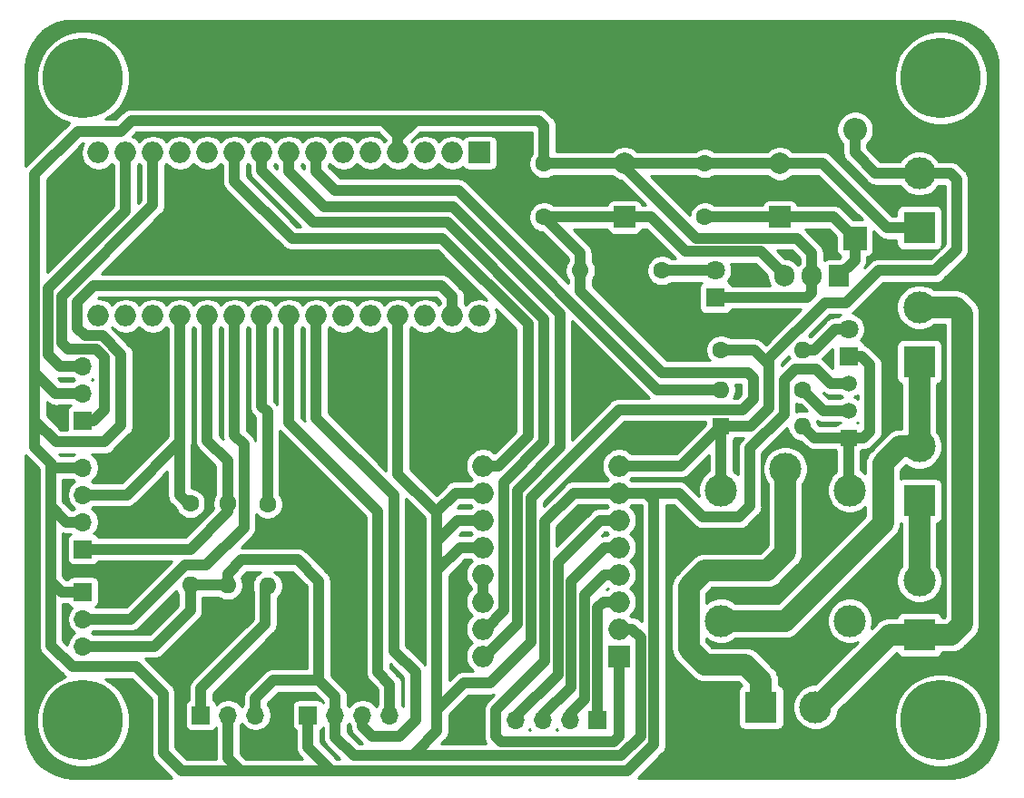
<source format=gbr>
G04 #@! TF.GenerationSoftware,KiCad,Pcbnew,(5.1.5-0-10_14)*
G04 #@! TF.CreationDate,2020-08-14T20:47:27-03:00*
G04 #@! TF.ProjectId,UltraCif,556c7472-6143-4696-962e-6b696361645f,rev?*
G04 #@! TF.SameCoordinates,Original*
G04 #@! TF.FileFunction,Copper,L2,Bot*
G04 #@! TF.FilePolarity,Positive*
%FSLAX46Y46*%
G04 Gerber Fmt 4.6, Leading zero omitted, Abs format (unit mm)*
G04 Created by KiCad (PCBNEW (5.1.5-0-10_14)) date 2020-08-14 20:47:27*
%MOMM*%
%LPD*%
G04 APERTURE LIST*
%ADD10O,2.000000X2.000000*%
%ADD11R,2.000000X2.000000*%
%ADD12O,1.600000X1.600000*%
%ADD13C,1.600000*%
%ADD14O,1.700000X1.700000*%
%ADD15R,1.700000X1.700000*%
%ADD16R,1.500000X1.500000*%
%ADD17C,1.500000*%
%ADD18C,3.000000*%
%ADD19R,3.000000X3.000000*%
%ADD20C,7.500000*%
%ADD21O,1.905000X2.000000*%
%ADD22R,1.905000X2.000000*%
%ADD23R,1.600000X1.600000*%
%ADD24C,1.800000*%
%ADD25R,1.800000X1.800000*%
%ADD26O,2.200000X2.200000*%
%ADD27R,2.200000X2.200000*%
%ADD28C,2.000000*%
%ADD29C,1.000000*%
%ADD30C,2.000000*%
%ADD31C,0.254000*%
G04 APERTURE END LIST*
D10*
X142440000Y-136240000D03*
X142440000Y-121000000D03*
X178000000Y-136240000D03*
X144980000Y-121000000D03*
X175460000Y-136240000D03*
X147520000Y-121000000D03*
X172920000Y-136240000D03*
X150060000Y-121000000D03*
X170380000Y-136240000D03*
X152600000Y-121000000D03*
X167840000Y-136240000D03*
X155140000Y-121000000D03*
X165300000Y-136240000D03*
X157680000Y-121000000D03*
X162760000Y-136240000D03*
X160220000Y-121000000D03*
X160220000Y-136240000D03*
X162760000Y-121000000D03*
X157680000Y-136240000D03*
X165300000Y-121000000D03*
X155140000Y-136240000D03*
X167840000Y-121000000D03*
X152600000Y-136240000D03*
X170380000Y-121000000D03*
X150060000Y-136240000D03*
X172920000Y-121000000D03*
X147520000Y-136240000D03*
X175460000Y-121000000D03*
X144980000Y-136240000D03*
D11*
X178000000Y-121000000D03*
D12*
X158200000Y-161420000D03*
D13*
X158200000Y-153800000D03*
D14*
X141000000Y-167080000D03*
X141000000Y-164540000D03*
D15*
X141000000Y-162000000D03*
D14*
X141000000Y-150380000D03*
X141000000Y-152920000D03*
X141000000Y-155460000D03*
D15*
X141000000Y-158000000D03*
D16*
X212400000Y-147600000D03*
D17*
X212400000Y-142520000D03*
X212400000Y-145060000D03*
D14*
X181380000Y-174000000D03*
X183920000Y-174000000D03*
X186460000Y-174000000D03*
D15*
X189000000Y-174000000D03*
D12*
X187380000Y-132000000D03*
D13*
X195000000Y-132000000D03*
D10*
X178300000Y-168000000D03*
X191000000Y-150220000D03*
X178300000Y-165460000D03*
X191000000Y-152760000D03*
X178300000Y-162920000D03*
X191000000Y-155300000D03*
X178300000Y-160380000D03*
X191000000Y-157840000D03*
X178300000Y-157840000D03*
X191000000Y-160380000D03*
X178300000Y-155300000D03*
X191000000Y-162920000D03*
X178300000Y-152760000D03*
X191000000Y-165460000D03*
X178300000Y-150220000D03*
D11*
X191000000Y-168000000D03*
D14*
X157080000Y-173500000D03*
X154540000Y-173500000D03*
D15*
X152000000Y-173500000D03*
D14*
X141000000Y-140920000D03*
X141000000Y-143460000D03*
D15*
X141000000Y-146000000D03*
D18*
X219000000Y-148420000D03*
D19*
X219000000Y-153500000D03*
D18*
X209330000Y-172750000D03*
D19*
X204250000Y-172750000D03*
D18*
X219000000Y-122920000D03*
D19*
X219000000Y-128000000D03*
D18*
X219000000Y-135420000D03*
D19*
X219000000Y-140500000D03*
D18*
X219000000Y-160920000D03*
D19*
X219000000Y-166000000D03*
D14*
X169620000Y-173500000D03*
X167080000Y-173500000D03*
X164540000Y-173500000D03*
D15*
X162000000Y-173500000D03*
D20*
X141000000Y-174000000D03*
X141000000Y-114000000D03*
X221000000Y-114000000D03*
X221000000Y-174000000D03*
D12*
X154500000Y-161370000D03*
D13*
X154500000Y-153750000D03*
D12*
X151000000Y-161370000D03*
D13*
X151000000Y-153750000D03*
D21*
X206420000Y-132500000D03*
X208960000Y-132500000D03*
D22*
X211500000Y-132500000D03*
D12*
X208120000Y-139400000D03*
D13*
X200500000Y-139400000D03*
D12*
X208120000Y-146500000D03*
D23*
X200500000Y-146500000D03*
D24*
X212400000Y-137460000D03*
D25*
X212400000Y-140000000D03*
D24*
X200000000Y-131960000D03*
D25*
X200000000Y-134500000D03*
D26*
X213000000Y-118840000D03*
D27*
X213000000Y-129000000D03*
D28*
X191500000Y-122000000D03*
D11*
X191500000Y-127000000D03*
D13*
X184000000Y-122000000D03*
X184000000Y-127000000D03*
X199000000Y-122000000D03*
X199000000Y-127000000D03*
D28*
X206000000Y-122000000D03*
D11*
X206000000Y-127000000D03*
D12*
X200480000Y-143100000D03*
D13*
X208100000Y-143100000D03*
D18*
X206500000Y-150500000D03*
X212500000Y-152500000D03*
X212500000Y-164700000D03*
X200500000Y-164700000D03*
X200500000Y-152500000D03*
D29*
X213000000Y-118840000D02*
X213000000Y-121000000D01*
X214920000Y-122920000D02*
X219000000Y-122920000D01*
X213000000Y-121000000D02*
X214920000Y-122920000D01*
X200500000Y-139400000D02*
X201400000Y-139400000D01*
X200500000Y-146500000D02*
X200500000Y-152500000D01*
X196780000Y-150220000D02*
X200500000Y-146500000D01*
X191000000Y-150220000D02*
X196780000Y-150220000D01*
X205000000Y-144800000D02*
X205000000Y-140800000D01*
X203300000Y-146500000D02*
X205000000Y-144800000D01*
X200500000Y-146500000D02*
X203300000Y-146500000D01*
X203600000Y-139400000D02*
X205000000Y-140800000D01*
X200500000Y-139400000D02*
X203600000Y-139400000D01*
X221920000Y-122920000D02*
X219000000Y-122920000D01*
X222500000Y-123500000D02*
X221920000Y-122920000D01*
X222500000Y-130000000D02*
X222500000Y-123500000D01*
X220500000Y-132000000D02*
X222500000Y-130000000D01*
X215200000Y-132000000D02*
X220500000Y-132000000D01*
X212200000Y-135000000D02*
X215200000Y-132000000D01*
X210200000Y-135000000D02*
X212200000Y-135000000D01*
X205000000Y-140200000D02*
X210200000Y-135000000D01*
X205000000Y-140800000D02*
X205000000Y-140200000D01*
X184000000Y-122000000D02*
X191500000Y-122000000D01*
X191500000Y-122000000D02*
X199000000Y-122000000D01*
X199000000Y-122000000D02*
X206000000Y-122000000D01*
X206000000Y-122000000D02*
X210000000Y-122000000D01*
X216000000Y-128000000D02*
X219000000Y-128000000D01*
X210000000Y-122000000D02*
X216000000Y-128000000D01*
X200000000Y-134500000D02*
X208500000Y-134500000D01*
X208960000Y-134040000D02*
X208960000Y-132500000D01*
X208500000Y-134500000D02*
X208960000Y-134040000D01*
X162000000Y-176500000D02*
X162000000Y-173500000D01*
X196560000Y-152760000D02*
X191000000Y-152760000D01*
X198800000Y-155000000D02*
X196560000Y-152760000D01*
X202200000Y-155000000D02*
X198800000Y-155000000D01*
X203200000Y-154000000D02*
X202200000Y-155000000D01*
X203200000Y-148600000D02*
X203200000Y-154000000D01*
X212400000Y-142520000D02*
X210720000Y-142520000D01*
X207400000Y-141200000D02*
X206400000Y-142200000D01*
X209400000Y-141200000D02*
X207400000Y-141200000D01*
X206400000Y-145400000D02*
X203200000Y-148600000D01*
X210720000Y-142520000D02*
X209400000Y-141200000D01*
X206400000Y-142200000D02*
X206400000Y-145400000D01*
X208960000Y-132500000D02*
X208960000Y-130360000D01*
X208960000Y-130360000D02*
X207600000Y-129000000D01*
X207600000Y-129000000D02*
X198200000Y-129000000D01*
X191500000Y-122300000D02*
X191500000Y-122000000D01*
X198200000Y-129000000D02*
X191500000Y-122300000D01*
X141000000Y-143460000D02*
X138540000Y-143460000D01*
X186740000Y-152760000D02*
X191000000Y-152760000D01*
X184050000Y-155450000D02*
X186740000Y-152760000D01*
X184050000Y-168450000D02*
X184050000Y-155450000D01*
X179500000Y-173000000D02*
X184050000Y-168450000D01*
X179500000Y-175500000D02*
X179500000Y-173000000D01*
X180000000Y-176000000D02*
X179500000Y-175500000D01*
X190500000Y-176000000D02*
X180000000Y-176000000D01*
X191000000Y-175500000D02*
X190500000Y-176000000D01*
X191000000Y-168000000D02*
X191000000Y-175500000D01*
X164200000Y-178700000D02*
X162000000Y-176500000D01*
X138500000Y-143500000D02*
X138540000Y-143460000D01*
X141000000Y-155460000D02*
X139460000Y-155460000D01*
X138000000Y-154000000D02*
X138000000Y-150000000D01*
X139460000Y-155460000D02*
X138000000Y-154000000D01*
X139000000Y-162000000D02*
X138000000Y-161000000D01*
X138000000Y-161000000D02*
X138000000Y-154000000D01*
X141000000Y-162000000D02*
X139000000Y-162000000D01*
X138380000Y-150380000D02*
X138000000Y-150000000D01*
X141000000Y-150380000D02*
X138380000Y-150380000D01*
X138460000Y-143460000D02*
X136500000Y-141500000D01*
X141000000Y-143460000D02*
X138460000Y-143460000D01*
X138000000Y-150000000D02*
X136500000Y-148500000D01*
X136500000Y-148500000D02*
X136500000Y-146000000D01*
X136500000Y-146000000D02*
X136500000Y-141500000D01*
X138500000Y-148000000D02*
X136500000Y-146000000D01*
X143000000Y-148000000D02*
X138500000Y-148000000D01*
X144550000Y-146450000D02*
X143000000Y-148000000D01*
X144550000Y-139800000D02*
X144550000Y-146450000D01*
X142850000Y-138100000D02*
X144550000Y-139800000D01*
X141200000Y-138100000D02*
X142850000Y-138100000D01*
X140450000Y-137350000D02*
X141200000Y-138100000D01*
X174400000Y-133400000D02*
X142000000Y-133400000D01*
X140450000Y-134950000D02*
X140450000Y-137350000D01*
X142000000Y-133400000D02*
X140450000Y-134950000D01*
X175460000Y-134460000D02*
X174400000Y-133400000D01*
X175460000Y-136240000D02*
X175460000Y-134460000D01*
X184000000Y-118500000D02*
X183500000Y-118000000D01*
X184000000Y-122000000D02*
X184000000Y-118500000D01*
X170380000Y-119380000D02*
X169000000Y-118000000D01*
X170380000Y-121000000D02*
X170380000Y-119380000D01*
X170380000Y-118620000D02*
X171000000Y-118000000D01*
X170380000Y-121000000D02*
X170380000Y-118620000D01*
X171000000Y-118000000D02*
X169000000Y-118000000D01*
X170380000Y-119620000D02*
X172000000Y-118000000D01*
X172000000Y-118000000D02*
X171000000Y-118000000D01*
X170380000Y-121000000D02*
X170380000Y-119620000D01*
X183500000Y-118000000D02*
X172000000Y-118000000D01*
X164200000Y-178700000D02*
X155700000Y-178700000D01*
X154540000Y-177540000D02*
X154540000Y-173500000D01*
X155700000Y-178700000D02*
X154540000Y-177540000D01*
X191800000Y-178700000D02*
X164200000Y-178700000D01*
X194250000Y-153450000D02*
X194250000Y-176250000D01*
X193560000Y-152760000D02*
X194250000Y-153450000D01*
X194250000Y-176250000D02*
X191800000Y-178700000D01*
X191000000Y-152760000D02*
X193560000Y-152760000D01*
X148500000Y-177000000D02*
X150200000Y-178700000D01*
X150200000Y-178700000D02*
X164200000Y-178700000D01*
X148500000Y-171500000D02*
X148500000Y-177000000D01*
X146000000Y-169000000D02*
X148500000Y-171500000D01*
X140000000Y-169000000D02*
X146000000Y-169000000D01*
X138000000Y-167000000D02*
X140000000Y-169000000D01*
X138000000Y-161000000D02*
X138000000Y-167000000D01*
X140500000Y-119000000D02*
X136500000Y-123000000D01*
X144500000Y-119000000D02*
X140500000Y-119000000D01*
X145500000Y-118000000D02*
X144500000Y-119000000D01*
X136500000Y-123000000D02*
X136500000Y-141500000D01*
X169000000Y-118000000D02*
X145500000Y-118000000D01*
X160220000Y-122720000D02*
X160220000Y-121000000D01*
X163500000Y-126000000D02*
X160220000Y-122720000D01*
X175500000Y-126000000D02*
X163500000Y-126000000D01*
X185500000Y-136000000D02*
X175500000Y-126000000D01*
X181500000Y-165000000D02*
X181500000Y-152500000D01*
X185500000Y-148500000D02*
X185500000Y-136000000D01*
X178300000Y-168000000D02*
X178500000Y-168000000D01*
X181500000Y-152500000D02*
X185500000Y-148500000D01*
X178500000Y-168000000D02*
X181500000Y-165000000D01*
X157680000Y-122680000D02*
X157680000Y-121000000D01*
X162500000Y-127500000D02*
X157680000Y-122680000D01*
X175000000Y-127500000D02*
X162500000Y-127500000D01*
X184000000Y-136500000D02*
X175000000Y-127500000D01*
X184000000Y-148000000D02*
X184000000Y-136500000D01*
X180250000Y-151750000D02*
X184000000Y-148000000D01*
X180250000Y-163750000D02*
X180250000Y-151750000D01*
X178540000Y-165460000D02*
X180250000Y-163750000D01*
X178300000Y-165460000D02*
X178540000Y-165460000D01*
X178300000Y-160380000D02*
X178300000Y-162920000D01*
X189200000Y-155300000D02*
X191000000Y-155300000D01*
X185299990Y-159200010D02*
X189200000Y-155300000D01*
X185299990Y-169700010D02*
X185299990Y-159200010D01*
X181380000Y-173620000D02*
X185299990Y-169700010D01*
X181380000Y-174000000D02*
X181380000Y-173620000D01*
X189660000Y-157840000D02*
X191000000Y-157840000D01*
X186500000Y-161000000D02*
X189660000Y-157840000D01*
X186500000Y-170900000D02*
X186500000Y-161000000D01*
X183920000Y-173480000D02*
X186500000Y-170900000D01*
X183920000Y-174000000D02*
X183920000Y-173480000D01*
X187750000Y-162250000D02*
X189620000Y-160380000D01*
X189620000Y-160380000D02*
X191000000Y-160380000D01*
X187750000Y-172049990D02*
X187750000Y-162250000D01*
X186460000Y-173339990D02*
X187750000Y-172049990D01*
X186460000Y-174000000D02*
X186460000Y-173339990D01*
X189580000Y-162920000D02*
X191000000Y-162920000D01*
X189000000Y-163500000D02*
X189580000Y-162920000D01*
X189000000Y-174000000D02*
X189000000Y-163500000D01*
X184000000Y-127000000D02*
X191500000Y-127000000D01*
X190200000Y-127000000D02*
X191500000Y-127000000D01*
X172000000Y-177000000D02*
X174000000Y-175000000D01*
X174000000Y-175000000D02*
X174000000Y-160000000D01*
X176160000Y-157840000D02*
X178300000Y-157840000D01*
X174000000Y-160000000D02*
X176160000Y-157840000D01*
X174000000Y-157000000D02*
X174000000Y-160000000D01*
X178300000Y-152760000D02*
X175740000Y-152760000D01*
X174000000Y-154500000D02*
X174000000Y-157000000D01*
X175740000Y-152760000D02*
X174000000Y-154500000D01*
X187380000Y-130380000D02*
X184000000Y-127000000D01*
X187380000Y-132000000D02*
X187380000Y-130380000D01*
X176500000Y-170500000D02*
X174000000Y-173000000D01*
X179000000Y-170500000D02*
X176500000Y-170500000D01*
X174000000Y-173000000D02*
X174000000Y-175000000D01*
X182799990Y-166700010D02*
X179000000Y-170500000D01*
X182799990Y-153200010D02*
X182799990Y-166700010D01*
X191000000Y-145000000D02*
X182799990Y-153200010D01*
X202500000Y-145000000D02*
X191000000Y-145000000D01*
X203500000Y-144000000D02*
X202500000Y-145000000D01*
X203000000Y-141500000D02*
X203500000Y-142000000D01*
X187380000Y-133880000D02*
X195000000Y-141500000D01*
X203500000Y-142000000D02*
X203500000Y-144000000D01*
X187380000Y-132000000D02*
X187380000Y-133880000D01*
X195000000Y-141500000D02*
X203000000Y-141500000D01*
X173900000Y-154500000D02*
X174000000Y-154500000D01*
X170380000Y-150980000D02*
X173900000Y-154500000D01*
X170380000Y-136240000D02*
X170380000Y-150980000D01*
X174200000Y-157000000D02*
X174000000Y-157000000D01*
X175900000Y-155300000D02*
X174200000Y-157000000D01*
X178300000Y-155300000D02*
X175900000Y-155300000D01*
X194000000Y-127000000D02*
X191500000Y-127000000D01*
X197200000Y-130200000D02*
X194000000Y-127000000D01*
X204200000Y-130200000D02*
X197200000Y-130200000D01*
X206420000Y-132420000D02*
X204200000Y-130200000D01*
X206420000Y-132500000D02*
X206420000Y-132420000D01*
X164540000Y-175540000D02*
X166300000Y-177300000D01*
X164540000Y-173500000D02*
X164540000Y-175540000D01*
X172300000Y-177300000D02*
X172000000Y-177000000D01*
X172300000Y-177300000D02*
X166300000Y-177300000D01*
X158750000Y-170250000D02*
X157080000Y-171920000D01*
X163000000Y-170250000D02*
X158750000Y-170250000D01*
X157080000Y-171920000D02*
X157080000Y-173500000D01*
X164540000Y-171790000D02*
X163000000Y-170250000D01*
X164540000Y-173500000D02*
X164540000Y-171790000D01*
X141000000Y-167080000D02*
X147670000Y-167080000D01*
X154500000Y-161370000D02*
X151000000Y-161370000D01*
X151000000Y-163750000D02*
X147670000Y-167080000D01*
X151000000Y-161370000D02*
X151000000Y-163750000D01*
X163000000Y-161000000D02*
X163000000Y-170250000D01*
X161000000Y-159000000D02*
X163000000Y-161000000D01*
X154500000Y-160300000D02*
X155800000Y-159000000D01*
X155800000Y-159000000D02*
X161000000Y-159000000D01*
X154500000Y-161370000D02*
X154500000Y-160300000D01*
X191200000Y-177300000D02*
X172300000Y-177300000D01*
X193000000Y-175500000D02*
X191200000Y-177300000D01*
X193000000Y-166250000D02*
X193000000Y-175500000D01*
X192210000Y-165460000D02*
X193000000Y-166250000D01*
X191000000Y-165460000D02*
X192210000Y-165460000D01*
X155140000Y-123640000D02*
X155140000Y-121000000D01*
X160500000Y-129000000D02*
X155140000Y-123640000D01*
X174500000Y-129000000D02*
X160500000Y-129000000D01*
X182500000Y-137000000D02*
X174500000Y-129000000D01*
X182500000Y-147500000D02*
X182500000Y-137000000D01*
X179780000Y-150220000D02*
X182500000Y-147500000D01*
X178300000Y-150220000D02*
X179780000Y-150220000D01*
X162760000Y-121000000D02*
X162760000Y-122760000D01*
X162760000Y-122760000D02*
X164500000Y-124500000D01*
X164500000Y-124500000D02*
X176000000Y-124500000D01*
X194600000Y-143100000D02*
X200480000Y-143100000D01*
X176000000Y-124500000D02*
X194600000Y-143100000D01*
X162760000Y-145760000D02*
X162760000Y-136240000D01*
X170000000Y-153000000D02*
X162760000Y-145760000D01*
X170000000Y-167500000D02*
X170000000Y-153000000D01*
X172000000Y-169500000D02*
X170000000Y-167500000D01*
X172000000Y-174000000D02*
X172000000Y-169500000D01*
X170500000Y-175500000D02*
X172000000Y-174000000D01*
X168000000Y-175500000D02*
X170500000Y-175500000D01*
X167080000Y-174580000D02*
X168000000Y-175500000D01*
X167080000Y-173500000D02*
X167080000Y-174580000D01*
X169620000Y-170620000D02*
X169620000Y-173500000D01*
X168500000Y-154500000D02*
X168500000Y-169500000D01*
X168500000Y-169500000D02*
X169620000Y-170620000D01*
X160220000Y-146220000D02*
X168500000Y-154500000D01*
X160220000Y-136240000D02*
X160220000Y-146220000D01*
X137750000Y-133650000D02*
X144980000Y-126420000D01*
X137750000Y-139850000D02*
X137750000Y-133650000D01*
X144980000Y-126420000D02*
X144980000Y-121000000D01*
X138820000Y-140920000D02*
X137750000Y-139850000D01*
X141000000Y-140920000D02*
X138820000Y-140920000D01*
X143000000Y-145000000D02*
X142000000Y-146000000D01*
X143000000Y-140100000D02*
X143000000Y-145000000D01*
X142200000Y-139300000D02*
X143000000Y-140100000D01*
X139600000Y-139300000D02*
X142200000Y-139300000D01*
X139000000Y-138700000D02*
X139600000Y-139300000D01*
X142000000Y-146000000D02*
X141000000Y-146000000D01*
X139000000Y-134400000D02*
X139000000Y-138700000D01*
X147520000Y-125880000D02*
X139000000Y-134400000D01*
X147520000Y-121000000D02*
X147520000Y-125880000D01*
X157680000Y-144680000D02*
X157680000Y-136240000D01*
X158200000Y-145200000D02*
X157680000Y-144680000D01*
X158200000Y-153800000D02*
X158200000Y-145200000D01*
X155140000Y-147390000D02*
X155140000Y-136240000D01*
X156000000Y-148250000D02*
X155140000Y-147390000D01*
X156000000Y-156000000D02*
X156000000Y-148250000D01*
X152500000Y-159500000D02*
X156000000Y-156000000D01*
X150500000Y-159500000D02*
X152500000Y-159500000D01*
X145460000Y-164540000D02*
X150500000Y-159500000D01*
X141000000Y-164540000D02*
X145460000Y-164540000D01*
X211000000Y-127000000D02*
X213000000Y-129000000D01*
X206000000Y-127000000D02*
X211000000Y-127000000D01*
X206000000Y-127000000D02*
X199000000Y-127000000D01*
X213000000Y-131000000D02*
X211500000Y-132500000D01*
X213000000Y-129000000D02*
X213000000Y-131000000D01*
X199960000Y-132000000D02*
X200000000Y-131960000D01*
X195000000Y-132000000D02*
X199960000Y-132000000D01*
X209200000Y-139400000D02*
X208120000Y-139400000D01*
X211140000Y-137460000D02*
X209200000Y-139400000D01*
X212400000Y-137460000D02*
X211140000Y-137460000D01*
X209220000Y-147600000D02*
X208120000Y-146500000D01*
X212400000Y-147600000D02*
X209220000Y-147600000D01*
X212400000Y-152400000D02*
X212500000Y-152500000D01*
X212400000Y-147600000D02*
X212400000Y-152400000D01*
X212400000Y-140000000D02*
X213600000Y-140000000D01*
X213600000Y-140000000D02*
X214400000Y-140800000D01*
X214400000Y-140800000D02*
X214400000Y-147000000D01*
X213800000Y-147600000D02*
X212400000Y-147600000D01*
X214400000Y-147000000D02*
X213800000Y-147600000D01*
X210060000Y-145060000D02*
X208100000Y-143100000D01*
X212400000Y-145060000D02*
X210060000Y-145060000D01*
X150060000Y-136240000D02*
X150060000Y-147940000D01*
X141000000Y-152920000D02*
X145080000Y-152920000D01*
X150000000Y-148000000D02*
X150060000Y-147940000D01*
X145080000Y-152920000D02*
X150000000Y-148000000D01*
X150750000Y-153750000D02*
X150000000Y-153000000D01*
X150000000Y-153000000D02*
X150000000Y-148000000D01*
X151000000Y-153750000D02*
X150750000Y-153750000D01*
X154500000Y-153750000D02*
X154500000Y-149750000D01*
X152600000Y-147850000D02*
X152600000Y-136240000D01*
X154500000Y-149750000D02*
X152600000Y-147850000D01*
X154500000Y-154500000D02*
X154500000Y-153750000D01*
X151000000Y-158000000D02*
X154500000Y-154500000D01*
X141000000Y-158000000D02*
X151000000Y-158000000D01*
D30*
X219000000Y-148420000D02*
X217180000Y-148420000D01*
X217180000Y-148420000D02*
X215600000Y-150000000D01*
X215600000Y-150000000D02*
X215600000Y-155600000D01*
X206500000Y-164700000D02*
X200500000Y-164700000D01*
X215600000Y-155600000D02*
X206500000Y-164700000D01*
X219000000Y-140500000D02*
X219000000Y-148420000D01*
X219000000Y-153500000D02*
X219000000Y-160920000D01*
X219000000Y-166000000D02*
X222000000Y-166000000D01*
X222000000Y-166000000D02*
X223000000Y-165000000D01*
X223000000Y-165000000D02*
X223000000Y-136000000D01*
X222420000Y-135420000D02*
X219000000Y-135420000D01*
X223000000Y-136000000D02*
X222420000Y-135420000D01*
X209500000Y-172750000D02*
X209330000Y-172750000D01*
X216250000Y-166000000D02*
X209500000Y-172750000D01*
X219000000Y-166000000D02*
X216250000Y-166000000D01*
X204250000Y-170250000D02*
X204250000Y-172750000D01*
X202800000Y-168800000D02*
X204250000Y-170250000D01*
X199000000Y-168800000D02*
X202800000Y-168800000D01*
X197500000Y-167300000D02*
X199000000Y-168800000D01*
X199000000Y-160000000D02*
X197500000Y-161500000D01*
X197500000Y-161500000D02*
X197500000Y-167300000D01*
X204800000Y-160000000D02*
X199000000Y-160000000D01*
X206500000Y-158300000D02*
X204800000Y-160000000D01*
X206500000Y-150500000D02*
X206500000Y-158300000D01*
D29*
X152000000Y-173500000D02*
X152000000Y-171000000D01*
X158000000Y-165000000D02*
X158000000Y-161620000D01*
X152000000Y-171000000D02*
X158000000Y-165000000D01*
D31*
G36*
X135693551Y-149306449D02*
G01*
X135736865Y-149341996D01*
X136865001Y-150470133D01*
X136865000Y-153944248D01*
X136859509Y-154000000D01*
X136865001Y-154055761D01*
X136865000Y-160944248D01*
X136859509Y-161000000D01*
X136865000Y-161055751D01*
X136865001Y-166944239D01*
X136859509Y-167000000D01*
X136881423Y-167222498D01*
X136946324Y-167436446D01*
X136981212Y-167501716D01*
X137051717Y-167633623D01*
X137193552Y-167806449D01*
X137236860Y-167841991D01*
X139158009Y-169763141D01*
X139193551Y-169806449D01*
X139351878Y-169936385D01*
X138922924Y-170114064D01*
X138204726Y-170593948D01*
X137593948Y-171204726D01*
X137114064Y-171922924D01*
X136783513Y-172720943D01*
X136615000Y-173568115D01*
X136615000Y-174431885D01*
X136783513Y-175279057D01*
X137114064Y-176077076D01*
X137593948Y-176795274D01*
X138204726Y-177406052D01*
X138922924Y-177885936D01*
X139720943Y-178216487D01*
X140568115Y-178385000D01*
X141431885Y-178385000D01*
X142279057Y-178216487D01*
X143077076Y-177885936D01*
X143795274Y-177406052D01*
X144406052Y-176795274D01*
X144885936Y-176077076D01*
X145216487Y-175279057D01*
X145385000Y-174431885D01*
X145385000Y-173568115D01*
X145216487Y-172720943D01*
X144885936Y-171922924D01*
X144406052Y-171204726D01*
X143795274Y-170593948D01*
X143108409Y-170135000D01*
X145529869Y-170135000D01*
X147365000Y-171970132D01*
X147365001Y-176944239D01*
X147359509Y-177000000D01*
X147381423Y-177222498D01*
X147446324Y-177436446D01*
X147446325Y-177436447D01*
X147551717Y-177633623D01*
X147693552Y-177806449D01*
X147736860Y-177841991D01*
X149234868Y-179340000D01*
X140029392Y-179340000D01*
X139231917Y-179268827D01*
X138488110Y-179065344D01*
X137792096Y-178733363D01*
X137165870Y-178283374D01*
X136629223Y-177729597D01*
X136199129Y-177089549D01*
X135889171Y-176383447D01*
X135707935Y-175628543D01*
X135660000Y-174975793D01*
X135660000Y-149265567D01*
X135693551Y-149306449D01*
G37*
X135693551Y-149306449D02*
X135736865Y-149341996D01*
X136865001Y-150470133D01*
X136865000Y-153944248D01*
X136859509Y-154000000D01*
X136865001Y-154055761D01*
X136865000Y-160944248D01*
X136859509Y-161000000D01*
X136865000Y-161055751D01*
X136865001Y-166944239D01*
X136859509Y-167000000D01*
X136881423Y-167222498D01*
X136946324Y-167436446D01*
X136981212Y-167501716D01*
X137051717Y-167633623D01*
X137193552Y-167806449D01*
X137236860Y-167841991D01*
X139158009Y-169763141D01*
X139193551Y-169806449D01*
X139351878Y-169936385D01*
X138922924Y-170114064D01*
X138204726Y-170593948D01*
X137593948Y-171204726D01*
X137114064Y-171922924D01*
X136783513Y-172720943D01*
X136615000Y-173568115D01*
X136615000Y-174431885D01*
X136783513Y-175279057D01*
X137114064Y-176077076D01*
X137593948Y-176795274D01*
X138204726Y-177406052D01*
X138922924Y-177885936D01*
X139720943Y-178216487D01*
X140568115Y-178385000D01*
X141431885Y-178385000D01*
X142279057Y-178216487D01*
X143077076Y-177885936D01*
X143795274Y-177406052D01*
X144406052Y-176795274D01*
X144885936Y-176077076D01*
X145216487Y-175279057D01*
X145385000Y-174431885D01*
X145385000Y-173568115D01*
X145216487Y-172720943D01*
X144885936Y-171922924D01*
X144406052Y-171204726D01*
X143795274Y-170593948D01*
X143108409Y-170135000D01*
X145529869Y-170135000D01*
X147365000Y-171970132D01*
X147365001Y-176944239D01*
X147359509Y-177000000D01*
X147381423Y-177222498D01*
X147446324Y-177436446D01*
X147446325Y-177436447D01*
X147551717Y-177633623D01*
X147693552Y-177806449D01*
X147736860Y-177841991D01*
X149234868Y-179340000D01*
X140029392Y-179340000D01*
X139231917Y-179268827D01*
X138488110Y-179065344D01*
X137792096Y-178733363D01*
X137165870Y-178283374D01*
X136629223Y-177729597D01*
X136199129Y-177089549D01*
X135889171Y-176383447D01*
X135707935Y-175628543D01*
X135660000Y-174975793D01*
X135660000Y-149265567D01*
X135693551Y-149306449D01*
G36*
X222768083Y-108731173D02*
G01*
X223511891Y-108934656D01*
X224207905Y-109266638D01*
X224834130Y-109716626D01*
X225370777Y-110270403D01*
X225800871Y-110910451D01*
X226110829Y-111616553D01*
X226292065Y-112371457D01*
X226340000Y-113024207D01*
X226340001Y-174970597D01*
X226268827Y-175768083D01*
X226065344Y-176511890D01*
X225733363Y-177207904D01*
X225283374Y-177834130D01*
X224729597Y-178370777D01*
X224089549Y-178800871D01*
X223383447Y-179110829D01*
X222628543Y-179292065D01*
X221975793Y-179340000D01*
X192765131Y-179340000D01*
X195013141Y-177091991D01*
X195056449Y-177056449D01*
X195198284Y-176883623D01*
X195303676Y-176686447D01*
X195368577Y-176472499D01*
X195385000Y-176305752D01*
X195385000Y-176305745D01*
X195390490Y-176250001D01*
X195385000Y-176194257D01*
X195385000Y-153895000D01*
X196089869Y-153895000D01*
X197958009Y-155763141D01*
X197993551Y-155806449D01*
X198166377Y-155948284D01*
X198363553Y-156053676D01*
X198577501Y-156118577D01*
X198744248Y-156135000D01*
X198744257Y-156135000D01*
X198799999Y-156140490D01*
X198855741Y-156135000D01*
X202144249Y-156135000D01*
X202200000Y-156140491D01*
X202255751Y-156135000D01*
X202255752Y-156135000D01*
X202422499Y-156118577D01*
X202636447Y-156053676D01*
X202833623Y-155948284D01*
X203006449Y-155806449D01*
X203041995Y-155763136D01*
X203963145Y-154841987D01*
X204006449Y-154806449D01*
X204041990Y-154763143D01*
X204148284Y-154633623D01*
X204253676Y-154436447D01*
X204318577Y-154222499D01*
X204340491Y-154000000D01*
X204335000Y-153944248D01*
X204335000Y-149070131D01*
X206698073Y-146707058D01*
X206740147Y-146918574D01*
X206848320Y-147179727D01*
X207005363Y-147414759D01*
X207205241Y-147614637D01*
X207440273Y-147771680D01*
X207701426Y-147879853D01*
X207942718Y-147927850D01*
X208378008Y-148363140D01*
X208413551Y-148406449D01*
X208586377Y-148548284D01*
X208772620Y-148647832D01*
X208783553Y-148653676D01*
X208997501Y-148718577D01*
X209220000Y-148740491D01*
X209275751Y-148735000D01*
X211144499Y-148735000D01*
X211198815Y-148801185D01*
X211265000Y-148855502D01*
X211265001Y-150757458D01*
X211139017Y-150841637D01*
X210841637Y-151139017D01*
X210607988Y-151488698D01*
X210447047Y-151877244D01*
X210365000Y-152289721D01*
X210365000Y-152710279D01*
X210447047Y-153122756D01*
X210607988Y-153511302D01*
X210841637Y-153860983D01*
X211139017Y-154158363D01*
X211488698Y-154392012D01*
X211877244Y-154552953D01*
X212289721Y-154635000D01*
X212710279Y-154635000D01*
X213122756Y-154552953D01*
X213511302Y-154392012D01*
X213860983Y-154158363D01*
X213965001Y-154054345D01*
X213965001Y-154922760D01*
X205822762Y-163065000D01*
X201884346Y-163065000D01*
X201860983Y-163041637D01*
X201511302Y-162807988D01*
X201122756Y-162647047D01*
X200710279Y-162565000D01*
X200289721Y-162565000D01*
X199877244Y-162647047D01*
X199488698Y-162807988D01*
X199139017Y-163041637D01*
X199135000Y-163045654D01*
X199135000Y-162177238D01*
X199677239Y-161635000D01*
X204719681Y-161635000D01*
X204800000Y-161642911D01*
X204880319Y-161635000D01*
X204880322Y-161635000D01*
X205120516Y-161611343D01*
X205428715Y-161517852D01*
X205712752Y-161366031D01*
X205961714Y-161161714D01*
X206012925Y-161099314D01*
X207599318Y-159512921D01*
X207661714Y-159461714D01*
X207866031Y-159212752D01*
X208017852Y-158928715D01*
X208111343Y-158620516D01*
X208135000Y-158380322D01*
X208135000Y-158380320D01*
X208142911Y-158300001D01*
X208135000Y-158219681D01*
X208135000Y-151884346D01*
X208158363Y-151860983D01*
X208392012Y-151511302D01*
X208552953Y-151122756D01*
X208635000Y-150710279D01*
X208635000Y-150289721D01*
X208552953Y-149877244D01*
X208392012Y-149488698D01*
X208158363Y-149139017D01*
X207860983Y-148841637D01*
X207511302Y-148607988D01*
X207122756Y-148447047D01*
X206710279Y-148365000D01*
X206289721Y-148365000D01*
X205877244Y-148447047D01*
X205488698Y-148607988D01*
X205139017Y-148841637D01*
X204841637Y-149139017D01*
X204607988Y-149488698D01*
X204447047Y-149877244D01*
X204365000Y-150289721D01*
X204365000Y-150710279D01*
X204447047Y-151122756D01*
X204607988Y-151511302D01*
X204841637Y-151860983D01*
X204865000Y-151884346D01*
X204865001Y-157622760D01*
X204122762Y-158365000D01*
X199080319Y-158365000D01*
X198999999Y-158357089D01*
X198919680Y-158365000D01*
X198919678Y-158365000D01*
X198679484Y-158388657D01*
X198371285Y-158482148D01*
X198087248Y-158633969D01*
X197838286Y-158838286D01*
X197787079Y-158900682D01*
X196400686Y-160287075D01*
X196338286Y-160338286D01*
X196133969Y-160587249D01*
X195982148Y-160871286D01*
X195888657Y-161179485D01*
X195865109Y-161418577D01*
X195857089Y-161500000D01*
X195865000Y-161580320D01*
X195865001Y-167219671D01*
X195857089Y-167300000D01*
X195888658Y-167620516D01*
X195982148Y-167928714D01*
X196091674Y-168133622D01*
X196133970Y-168212752D01*
X196338287Y-168461714D01*
X196400682Y-168512920D01*
X197787079Y-169899318D01*
X197838286Y-169961714D01*
X198087248Y-170166031D01*
X198371285Y-170317852D01*
X198679484Y-170411343D01*
X198919678Y-170435000D01*
X198919680Y-170435000D01*
X198999999Y-170442911D01*
X199080319Y-170435000D01*
X202122761Y-170435000D01*
X202403142Y-170715381D01*
X202395506Y-170719463D01*
X202298815Y-170798815D01*
X202219463Y-170895506D01*
X202160498Y-171005820D01*
X202124188Y-171125518D01*
X202111928Y-171250000D01*
X202111928Y-174250000D01*
X202124188Y-174374482D01*
X202160498Y-174494180D01*
X202219463Y-174604494D01*
X202298815Y-174701185D01*
X202395506Y-174780537D01*
X202505820Y-174839502D01*
X202625518Y-174875812D01*
X202750000Y-174888072D01*
X205750000Y-174888072D01*
X205874482Y-174875812D01*
X205994180Y-174839502D01*
X206104494Y-174780537D01*
X206201185Y-174701185D01*
X206280537Y-174604494D01*
X206339502Y-174494180D01*
X206375812Y-174374482D01*
X206388072Y-174250000D01*
X206388072Y-172539721D01*
X207195000Y-172539721D01*
X207195000Y-172960279D01*
X207277047Y-173372756D01*
X207437988Y-173761302D01*
X207671637Y-174110983D01*
X207969017Y-174408363D01*
X208318698Y-174642012D01*
X208707244Y-174802953D01*
X209119721Y-174885000D01*
X209540279Y-174885000D01*
X209952756Y-174802953D01*
X210341302Y-174642012D01*
X210690983Y-174408363D01*
X210988363Y-174110983D01*
X211222012Y-173761302D01*
X211302032Y-173568115D01*
X216615000Y-173568115D01*
X216615000Y-174431885D01*
X216783513Y-175279057D01*
X217114064Y-176077076D01*
X217593948Y-176795274D01*
X218204726Y-177406052D01*
X218922924Y-177885936D01*
X219720943Y-178216487D01*
X220568115Y-178385000D01*
X221431885Y-178385000D01*
X222279057Y-178216487D01*
X223077076Y-177885936D01*
X223795274Y-177406052D01*
X224406052Y-176795274D01*
X224885936Y-176077076D01*
X225216487Y-175279057D01*
X225385000Y-174431885D01*
X225385000Y-173568115D01*
X225216487Y-172720943D01*
X224885936Y-171922924D01*
X224406052Y-171204726D01*
X223795274Y-170593948D01*
X223077076Y-170114064D01*
X222279057Y-169783513D01*
X221431885Y-169615000D01*
X220568115Y-169615000D01*
X219720943Y-169783513D01*
X218922924Y-170114064D01*
X218204726Y-170593948D01*
X217593948Y-171204726D01*
X217114064Y-171922924D01*
X216783513Y-172720943D01*
X216615000Y-173568115D01*
X211302032Y-173568115D01*
X211382953Y-173372756D01*
X211430993Y-173131246D01*
X216888984Y-167673256D01*
X216910498Y-167744180D01*
X216969463Y-167854494D01*
X217048815Y-167951185D01*
X217145506Y-168030537D01*
X217255820Y-168089502D01*
X217375518Y-168125812D01*
X217500000Y-168138072D01*
X220500000Y-168138072D01*
X220624482Y-168125812D01*
X220744180Y-168089502D01*
X220854494Y-168030537D01*
X220951185Y-167951185D01*
X221030537Y-167854494D01*
X221089502Y-167744180D01*
X221122621Y-167635000D01*
X221919681Y-167635000D01*
X222000000Y-167642911D01*
X222080319Y-167635000D01*
X222080322Y-167635000D01*
X222320516Y-167611343D01*
X222628715Y-167517852D01*
X222912752Y-167366031D01*
X223161714Y-167161714D01*
X223212924Y-167099314D01*
X224099319Y-166212920D01*
X224161714Y-166161714D01*
X224366031Y-165912752D01*
X224517852Y-165628715D01*
X224560452Y-165488283D01*
X224611343Y-165320517D01*
X224642912Y-165000000D01*
X224635000Y-164919670D01*
X224635000Y-136080322D01*
X224642911Y-136000000D01*
X224611343Y-135679483D01*
X224540615Y-135446324D01*
X224517852Y-135371285D01*
X224366031Y-135087248D01*
X224161714Y-134838286D01*
X224099313Y-134787075D01*
X223632925Y-134320687D01*
X223581714Y-134258286D01*
X223332752Y-134053969D01*
X223048715Y-133902148D01*
X222740516Y-133808657D01*
X222500322Y-133785000D01*
X222500319Y-133785000D01*
X222420000Y-133777089D01*
X222339681Y-133785000D01*
X220384346Y-133785000D01*
X220360983Y-133761637D01*
X220011302Y-133527988D01*
X219622756Y-133367047D01*
X219210279Y-133285000D01*
X218789721Y-133285000D01*
X218377244Y-133367047D01*
X217988698Y-133527988D01*
X217639017Y-133761637D01*
X217341637Y-134059017D01*
X217107988Y-134408698D01*
X216947047Y-134797244D01*
X216865000Y-135209721D01*
X216865000Y-135630279D01*
X216947047Y-136042756D01*
X217107988Y-136431302D01*
X217341637Y-136780983D01*
X217639017Y-137078363D01*
X217988698Y-137312012D01*
X218377244Y-137472953D01*
X218789721Y-137555000D01*
X219210279Y-137555000D01*
X219622756Y-137472953D01*
X220011302Y-137312012D01*
X220360983Y-137078363D01*
X220384346Y-137055000D01*
X221365001Y-137055000D01*
X221365000Y-164322761D01*
X221322762Y-164365000D01*
X221122621Y-164365000D01*
X221089502Y-164255820D01*
X221030537Y-164145506D01*
X220951185Y-164048815D01*
X220854494Y-163969463D01*
X220744180Y-163910498D01*
X220624482Y-163874188D01*
X220500000Y-163861928D01*
X217500000Y-163861928D01*
X217375518Y-163874188D01*
X217255820Y-163910498D01*
X217145506Y-163969463D01*
X217048815Y-164048815D01*
X216969463Y-164145506D01*
X216910498Y-164255820D01*
X216877379Y-164365000D01*
X216330330Y-164365000D01*
X216250000Y-164357088D01*
X215929483Y-164388657D01*
X215732923Y-164448283D01*
X215621285Y-164482148D01*
X215337248Y-164633969D01*
X215088286Y-164838286D01*
X215037084Y-164900676D01*
X214509076Y-165428684D01*
X214552953Y-165322756D01*
X214635000Y-164910279D01*
X214635000Y-164489721D01*
X214552953Y-164077244D01*
X214392012Y-163688698D01*
X214158363Y-163339017D01*
X213860983Y-163041637D01*
X213511302Y-162807988D01*
X213122756Y-162647047D01*
X212710279Y-162565000D01*
X212289721Y-162565000D01*
X211877244Y-162647047D01*
X211488698Y-162807988D01*
X211139017Y-163041637D01*
X210841637Y-163339017D01*
X210607988Y-163688698D01*
X210447047Y-164077244D01*
X210365000Y-164489721D01*
X210365000Y-164910279D01*
X210447047Y-165322756D01*
X210607988Y-165711302D01*
X210841637Y-166060983D01*
X211139017Y-166358363D01*
X211488698Y-166592012D01*
X211877244Y-166752953D01*
X212289721Y-166835000D01*
X212710279Y-166835000D01*
X213122756Y-166752953D01*
X213228685Y-166709076D01*
X209322762Y-170615000D01*
X209119721Y-170615000D01*
X208707244Y-170697047D01*
X208318698Y-170857988D01*
X207969017Y-171091637D01*
X207671637Y-171389017D01*
X207437988Y-171738698D01*
X207277047Y-172127244D01*
X207195000Y-172539721D01*
X206388072Y-172539721D01*
X206388072Y-171250000D01*
X206375812Y-171125518D01*
X206339502Y-171005820D01*
X206280537Y-170895506D01*
X206201185Y-170798815D01*
X206104494Y-170719463D01*
X205994180Y-170660498D01*
X205885000Y-170627379D01*
X205885000Y-170330322D01*
X205892911Y-170250000D01*
X205861343Y-169929483D01*
X205767852Y-169621285D01*
X205732824Y-169555752D01*
X205616031Y-169337248D01*
X205411714Y-169088286D01*
X205349325Y-169037085D01*
X204012924Y-167700686D01*
X203961714Y-167638286D01*
X203712752Y-167433969D01*
X203428715Y-167282148D01*
X203120516Y-167188657D01*
X202880322Y-167165000D01*
X202880319Y-167165000D01*
X202800000Y-167157089D01*
X202719681Y-167165000D01*
X199677239Y-167165000D01*
X199135000Y-166622762D01*
X199135000Y-166354346D01*
X199139017Y-166358363D01*
X199488698Y-166592012D01*
X199877244Y-166752953D01*
X200289721Y-166835000D01*
X200710279Y-166835000D01*
X201122756Y-166752953D01*
X201511302Y-166592012D01*
X201860983Y-166358363D01*
X201884346Y-166335000D01*
X206419681Y-166335000D01*
X206500000Y-166342911D01*
X206580319Y-166335000D01*
X206580322Y-166335000D01*
X206820516Y-166311343D01*
X207128715Y-166217852D01*
X207412752Y-166066031D01*
X207661714Y-165861714D01*
X207712925Y-165799313D01*
X216699319Y-156812920D01*
X216761714Y-156761714D01*
X216966031Y-156512752D01*
X217117852Y-156228715D01*
X217211343Y-155920516D01*
X217235000Y-155680322D01*
X217235000Y-155680320D01*
X217242911Y-155600001D01*
X217241102Y-155581635D01*
X217255820Y-155589502D01*
X217365000Y-155622621D01*
X217365001Y-159535653D01*
X217341637Y-159559017D01*
X217107988Y-159908698D01*
X216947047Y-160297244D01*
X216865000Y-160709721D01*
X216865000Y-161130279D01*
X216947047Y-161542756D01*
X217107988Y-161931302D01*
X217341637Y-162280983D01*
X217639017Y-162578363D01*
X217988698Y-162812012D01*
X218377244Y-162972953D01*
X218789721Y-163055000D01*
X219210279Y-163055000D01*
X219622756Y-162972953D01*
X220011302Y-162812012D01*
X220360983Y-162578363D01*
X220658363Y-162280983D01*
X220892012Y-161931302D01*
X221052953Y-161542756D01*
X221135000Y-161130279D01*
X221135000Y-160709721D01*
X221052953Y-160297244D01*
X220892012Y-159908698D01*
X220658363Y-159559017D01*
X220635000Y-159535654D01*
X220635000Y-155622621D01*
X220744180Y-155589502D01*
X220854494Y-155530537D01*
X220951185Y-155451185D01*
X221030537Y-155354494D01*
X221089502Y-155244180D01*
X221125812Y-155124482D01*
X221138072Y-155000000D01*
X221138072Y-152000000D01*
X221125812Y-151875518D01*
X221089502Y-151755820D01*
X221030537Y-151645506D01*
X220951185Y-151548815D01*
X220854494Y-151469463D01*
X220744180Y-151410498D01*
X220624482Y-151374188D01*
X220500000Y-151361928D01*
X217500000Y-151361928D01*
X217375518Y-151374188D01*
X217255820Y-151410498D01*
X217235000Y-151421627D01*
X217235000Y-150677238D01*
X217755826Y-150156412D01*
X217988698Y-150312012D01*
X218377244Y-150472953D01*
X218789721Y-150555000D01*
X219210279Y-150555000D01*
X219622756Y-150472953D01*
X220011302Y-150312012D01*
X220360983Y-150078363D01*
X220658363Y-149780983D01*
X220892012Y-149431302D01*
X221052953Y-149042756D01*
X221135000Y-148630279D01*
X221135000Y-148209721D01*
X221052953Y-147797244D01*
X220892012Y-147408698D01*
X220658363Y-147059017D01*
X220635000Y-147035654D01*
X220635000Y-142622621D01*
X220744180Y-142589502D01*
X220854494Y-142530537D01*
X220951185Y-142451185D01*
X221030537Y-142354494D01*
X221089502Y-142244180D01*
X221125812Y-142124482D01*
X221138072Y-142000000D01*
X221138072Y-139000000D01*
X221125812Y-138875518D01*
X221089502Y-138755820D01*
X221030537Y-138645506D01*
X220951185Y-138548815D01*
X220854494Y-138469463D01*
X220744180Y-138410498D01*
X220624482Y-138374188D01*
X220500000Y-138361928D01*
X217500000Y-138361928D01*
X217375518Y-138374188D01*
X217255820Y-138410498D01*
X217145506Y-138469463D01*
X217048815Y-138548815D01*
X216969463Y-138645506D01*
X216910498Y-138755820D01*
X216874188Y-138875518D01*
X216861928Y-139000000D01*
X216861928Y-142000000D01*
X216874188Y-142124482D01*
X216910498Y-142244180D01*
X216969463Y-142354494D01*
X217048815Y-142451185D01*
X217145506Y-142530537D01*
X217255820Y-142589502D01*
X217365000Y-142622621D01*
X217365001Y-146785000D01*
X217260319Y-146785000D01*
X217179999Y-146777089D01*
X217099680Y-146785000D01*
X217099678Y-146785000D01*
X216859484Y-146808657D01*
X216551285Y-146902148D01*
X216267248Y-147053969D01*
X216018286Y-147258286D01*
X215967079Y-147320682D01*
X214500686Y-148787075D01*
X214438286Y-148838286D01*
X214233969Y-149087249D01*
X214082148Y-149371286D01*
X213988657Y-149679485D01*
X213965000Y-149919678D01*
X213957089Y-150000000D01*
X213965000Y-150080320D01*
X213965000Y-150945654D01*
X213860983Y-150841637D01*
X213535000Y-150623822D01*
X213535000Y-148855501D01*
X213601185Y-148801185D01*
X213655501Y-148735000D01*
X213744249Y-148735000D01*
X213800000Y-148740491D01*
X213855751Y-148735000D01*
X213855752Y-148735000D01*
X214022499Y-148718577D01*
X214236447Y-148653676D01*
X214433623Y-148548284D01*
X214606449Y-148406449D01*
X214641996Y-148363135D01*
X215163135Y-147841996D01*
X215206449Y-147806449D01*
X215348284Y-147633623D01*
X215453676Y-147436447D01*
X215518577Y-147222499D01*
X215524929Y-147158011D01*
X215540491Y-147000001D01*
X215535000Y-146944249D01*
X215535000Y-140855751D01*
X215540491Y-140800000D01*
X215518577Y-140577501D01*
X215453676Y-140363553D01*
X215348284Y-140166377D01*
X215328268Y-140141988D01*
X215206449Y-139993551D01*
X215163140Y-139958008D01*
X214441995Y-139236864D01*
X214406449Y-139193551D01*
X214233623Y-139051716D01*
X214036447Y-138946324D01*
X213904846Y-138906403D01*
X213889502Y-138855820D01*
X213830537Y-138745506D01*
X213751185Y-138648815D01*
X213654494Y-138569463D01*
X213544180Y-138510498D01*
X213525873Y-138504944D01*
X213592312Y-138438505D01*
X213760299Y-138187095D01*
X213876011Y-137907743D01*
X213935000Y-137611184D01*
X213935000Y-137308816D01*
X213876011Y-137012257D01*
X213760299Y-136732905D01*
X213592312Y-136481495D01*
X213378505Y-136267688D01*
X213127095Y-136099701D01*
X212847743Y-135983989D01*
X212788770Y-135972258D01*
X212833623Y-135948284D01*
X213006449Y-135806449D01*
X213041996Y-135763135D01*
X215670133Y-133135000D01*
X220444249Y-133135000D01*
X220500000Y-133140491D01*
X220555751Y-133135000D01*
X220555752Y-133135000D01*
X220722499Y-133118577D01*
X220936447Y-133053676D01*
X221133623Y-132948284D01*
X221306449Y-132806449D01*
X221341996Y-132763135D01*
X223263141Y-130841991D01*
X223306449Y-130806449D01*
X223448284Y-130633623D01*
X223553676Y-130436447D01*
X223603471Y-130272295D01*
X223618577Y-130222500D01*
X223640491Y-130000001D01*
X223635000Y-129944249D01*
X223635000Y-123555752D01*
X223640491Y-123500000D01*
X223618577Y-123277501D01*
X223553676Y-123063553D01*
X223542290Y-123042252D01*
X223448284Y-122866377D01*
X223306449Y-122693551D01*
X223263135Y-122658004D01*
X222761996Y-122156865D01*
X222726449Y-122113551D01*
X222553623Y-121971716D01*
X222356447Y-121866324D01*
X222142499Y-121801423D01*
X221975752Y-121785000D01*
X221975751Y-121785000D01*
X221920000Y-121779509D01*
X221864249Y-121785000D01*
X220809360Y-121785000D01*
X220658363Y-121559017D01*
X220360983Y-121261637D01*
X220011302Y-121027988D01*
X219622756Y-120867047D01*
X219210279Y-120785000D01*
X218789721Y-120785000D01*
X218377244Y-120867047D01*
X217988698Y-121027988D01*
X217639017Y-121261637D01*
X217341637Y-121559017D01*
X217190640Y-121785000D01*
X215390132Y-121785000D01*
X214135000Y-120529869D01*
X214135000Y-120158661D01*
X214347663Y-119945998D01*
X214537537Y-119661831D01*
X214668325Y-119346081D01*
X214735000Y-119010883D01*
X214735000Y-118669117D01*
X214668325Y-118333919D01*
X214537537Y-118018169D01*
X214347663Y-117734002D01*
X214105998Y-117492337D01*
X213821831Y-117302463D01*
X213506081Y-117171675D01*
X213170883Y-117105000D01*
X212829117Y-117105000D01*
X212493919Y-117171675D01*
X212178169Y-117302463D01*
X211894002Y-117492337D01*
X211652337Y-117734002D01*
X211462463Y-118018169D01*
X211331675Y-118333919D01*
X211265000Y-118669117D01*
X211265000Y-119010883D01*
X211331675Y-119346081D01*
X211462463Y-119661831D01*
X211652337Y-119945998D01*
X211865001Y-120158662D01*
X211865001Y-120944239D01*
X211859509Y-121000000D01*
X211881423Y-121222498D01*
X211946324Y-121436446D01*
X211967954Y-121476912D01*
X212051717Y-121633623D01*
X212193552Y-121806449D01*
X212236860Y-121841991D01*
X214078009Y-123683141D01*
X214113551Y-123726449D01*
X214286377Y-123868284D01*
X214436046Y-123948283D01*
X214483553Y-123973676D01*
X214697501Y-124038577D01*
X214919999Y-124060491D01*
X214975751Y-124055000D01*
X217190640Y-124055000D01*
X217341637Y-124280983D01*
X217639017Y-124578363D01*
X217988698Y-124812012D01*
X218377244Y-124972953D01*
X218789721Y-125055000D01*
X219210279Y-125055000D01*
X219622756Y-124972953D01*
X220011302Y-124812012D01*
X220360983Y-124578363D01*
X220658363Y-124280983D01*
X220809360Y-124055000D01*
X221365001Y-124055000D01*
X221365000Y-129529868D01*
X220985516Y-129909352D01*
X221030537Y-129854494D01*
X221089502Y-129744180D01*
X221125812Y-129624482D01*
X221138072Y-129500000D01*
X221138072Y-126500000D01*
X221125812Y-126375518D01*
X221089502Y-126255820D01*
X221030537Y-126145506D01*
X220951185Y-126048815D01*
X220854494Y-125969463D01*
X220744180Y-125910498D01*
X220624482Y-125874188D01*
X220500000Y-125861928D01*
X217500000Y-125861928D01*
X217375518Y-125874188D01*
X217255820Y-125910498D01*
X217145506Y-125969463D01*
X217048815Y-126048815D01*
X216969463Y-126145506D01*
X216910498Y-126255820D01*
X216874188Y-126375518D01*
X216861928Y-126500000D01*
X216861928Y-126865000D01*
X216470132Y-126865000D01*
X210841996Y-121236865D01*
X210806449Y-121193551D01*
X210633623Y-121051716D01*
X210436447Y-120946324D01*
X210222499Y-120881423D01*
X210055752Y-120865000D01*
X210055751Y-120865000D01*
X210000000Y-120859509D01*
X209944249Y-120865000D01*
X207177239Y-120865000D01*
X207042252Y-120730013D01*
X206774463Y-120551082D01*
X206476912Y-120427832D01*
X206161033Y-120365000D01*
X205838967Y-120365000D01*
X205523088Y-120427832D01*
X205225537Y-120551082D01*
X204957748Y-120730013D01*
X204822761Y-120865000D01*
X199884284Y-120865000D01*
X199679727Y-120728320D01*
X199418574Y-120620147D01*
X199141335Y-120565000D01*
X198858665Y-120565000D01*
X198581426Y-120620147D01*
X198320273Y-120728320D01*
X198115716Y-120865000D01*
X192677239Y-120865000D01*
X192542252Y-120730013D01*
X192274463Y-120551082D01*
X191976912Y-120427832D01*
X191661033Y-120365000D01*
X191338967Y-120365000D01*
X191023088Y-120427832D01*
X190725537Y-120551082D01*
X190457748Y-120730013D01*
X190322761Y-120865000D01*
X185135000Y-120865000D01*
X185135000Y-118555752D01*
X185140491Y-118500000D01*
X185118577Y-118277501D01*
X185053676Y-118063553D01*
X185012425Y-117986377D01*
X184948284Y-117866377D01*
X184806449Y-117693551D01*
X184763135Y-117658004D01*
X184341996Y-117236865D01*
X184306449Y-117193551D01*
X184133623Y-117051716D01*
X183936447Y-116946324D01*
X183722499Y-116881423D01*
X183555752Y-116865000D01*
X183555751Y-116865000D01*
X183500000Y-116859509D01*
X183444249Y-116865000D01*
X172055751Y-116865000D01*
X172000000Y-116859509D01*
X171944248Y-116865000D01*
X171055741Y-116865000D01*
X170999999Y-116859510D01*
X170944257Y-116865000D01*
X169055751Y-116865000D01*
X169000000Y-116859509D01*
X168944249Y-116865000D01*
X145555752Y-116865000D01*
X145500000Y-116859509D01*
X145277501Y-116881423D01*
X145063553Y-116946324D01*
X144866377Y-117051716D01*
X144736856Y-117158011D01*
X144736855Y-117158012D01*
X144693551Y-117193551D01*
X144658013Y-117236855D01*
X144029868Y-117865000D01*
X143108409Y-117865000D01*
X143795274Y-117406052D01*
X144406052Y-116795274D01*
X144885936Y-116077076D01*
X145216487Y-115279057D01*
X145385000Y-114431885D01*
X145385000Y-113568115D01*
X216615000Y-113568115D01*
X216615000Y-114431885D01*
X216783513Y-115279057D01*
X217114064Y-116077076D01*
X217593948Y-116795274D01*
X218204726Y-117406052D01*
X218922924Y-117885936D01*
X219720943Y-118216487D01*
X220568115Y-118385000D01*
X221431885Y-118385000D01*
X222279057Y-118216487D01*
X223077076Y-117885936D01*
X223795274Y-117406052D01*
X224406052Y-116795274D01*
X224885936Y-116077076D01*
X225216487Y-115279057D01*
X225385000Y-114431885D01*
X225385000Y-113568115D01*
X225216487Y-112720943D01*
X224885936Y-111922924D01*
X224406052Y-111204726D01*
X223795274Y-110593948D01*
X223077076Y-110114064D01*
X222279057Y-109783513D01*
X221431885Y-109615000D01*
X220568115Y-109615000D01*
X219720943Y-109783513D01*
X218922924Y-110114064D01*
X218204726Y-110593948D01*
X217593948Y-111204726D01*
X217114064Y-111922924D01*
X216783513Y-112720943D01*
X216615000Y-113568115D01*
X145385000Y-113568115D01*
X145216487Y-112720943D01*
X144885936Y-111922924D01*
X144406052Y-111204726D01*
X143795274Y-110593948D01*
X143077076Y-110114064D01*
X142279057Y-109783513D01*
X141431885Y-109615000D01*
X140568115Y-109615000D01*
X139720943Y-109783513D01*
X138922924Y-110114064D01*
X138204726Y-110593948D01*
X137593948Y-111204726D01*
X137114064Y-111922924D01*
X136783513Y-112720943D01*
X136615000Y-113568115D01*
X136615000Y-114431885D01*
X136783513Y-115279057D01*
X137114064Y-116077076D01*
X137593948Y-116795274D01*
X138204726Y-117406052D01*
X138922924Y-117885936D01*
X139686452Y-118202201D01*
X139658011Y-118236857D01*
X135736865Y-122158004D01*
X135693551Y-122193551D01*
X135660000Y-122234433D01*
X135660000Y-113029392D01*
X135731173Y-112231917D01*
X135934656Y-111488109D01*
X136266638Y-110792095D01*
X136716626Y-110165870D01*
X137270403Y-109629223D01*
X137910451Y-109199129D01*
X138616553Y-108889171D01*
X139371457Y-108707935D01*
X140024207Y-108660000D01*
X221970608Y-108660000D01*
X222768083Y-108731173D01*
G37*
X222768083Y-108731173D02*
X223511891Y-108934656D01*
X224207905Y-109266638D01*
X224834130Y-109716626D01*
X225370777Y-110270403D01*
X225800871Y-110910451D01*
X226110829Y-111616553D01*
X226292065Y-112371457D01*
X226340000Y-113024207D01*
X226340001Y-174970597D01*
X226268827Y-175768083D01*
X226065344Y-176511890D01*
X225733363Y-177207904D01*
X225283374Y-177834130D01*
X224729597Y-178370777D01*
X224089549Y-178800871D01*
X223383447Y-179110829D01*
X222628543Y-179292065D01*
X221975793Y-179340000D01*
X192765131Y-179340000D01*
X195013141Y-177091991D01*
X195056449Y-177056449D01*
X195198284Y-176883623D01*
X195303676Y-176686447D01*
X195368577Y-176472499D01*
X195385000Y-176305752D01*
X195385000Y-176305745D01*
X195390490Y-176250001D01*
X195385000Y-176194257D01*
X195385000Y-153895000D01*
X196089869Y-153895000D01*
X197958009Y-155763141D01*
X197993551Y-155806449D01*
X198166377Y-155948284D01*
X198363553Y-156053676D01*
X198577501Y-156118577D01*
X198744248Y-156135000D01*
X198744257Y-156135000D01*
X198799999Y-156140490D01*
X198855741Y-156135000D01*
X202144249Y-156135000D01*
X202200000Y-156140491D01*
X202255751Y-156135000D01*
X202255752Y-156135000D01*
X202422499Y-156118577D01*
X202636447Y-156053676D01*
X202833623Y-155948284D01*
X203006449Y-155806449D01*
X203041995Y-155763136D01*
X203963145Y-154841987D01*
X204006449Y-154806449D01*
X204041990Y-154763143D01*
X204148284Y-154633623D01*
X204253676Y-154436447D01*
X204318577Y-154222499D01*
X204340491Y-154000000D01*
X204335000Y-153944248D01*
X204335000Y-149070131D01*
X206698073Y-146707058D01*
X206740147Y-146918574D01*
X206848320Y-147179727D01*
X207005363Y-147414759D01*
X207205241Y-147614637D01*
X207440273Y-147771680D01*
X207701426Y-147879853D01*
X207942718Y-147927850D01*
X208378008Y-148363140D01*
X208413551Y-148406449D01*
X208586377Y-148548284D01*
X208772620Y-148647832D01*
X208783553Y-148653676D01*
X208997501Y-148718577D01*
X209220000Y-148740491D01*
X209275751Y-148735000D01*
X211144499Y-148735000D01*
X211198815Y-148801185D01*
X211265000Y-148855502D01*
X211265001Y-150757458D01*
X211139017Y-150841637D01*
X210841637Y-151139017D01*
X210607988Y-151488698D01*
X210447047Y-151877244D01*
X210365000Y-152289721D01*
X210365000Y-152710279D01*
X210447047Y-153122756D01*
X210607988Y-153511302D01*
X210841637Y-153860983D01*
X211139017Y-154158363D01*
X211488698Y-154392012D01*
X211877244Y-154552953D01*
X212289721Y-154635000D01*
X212710279Y-154635000D01*
X213122756Y-154552953D01*
X213511302Y-154392012D01*
X213860983Y-154158363D01*
X213965001Y-154054345D01*
X213965001Y-154922760D01*
X205822762Y-163065000D01*
X201884346Y-163065000D01*
X201860983Y-163041637D01*
X201511302Y-162807988D01*
X201122756Y-162647047D01*
X200710279Y-162565000D01*
X200289721Y-162565000D01*
X199877244Y-162647047D01*
X199488698Y-162807988D01*
X199139017Y-163041637D01*
X199135000Y-163045654D01*
X199135000Y-162177238D01*
X199677239Y-161635000D01*
X204719681Y-161635000D01*
X204800000Y-161642911D01*
X204880319Y-161635000D01*
X204880322Y-161635000D01*
X205120516Y-161611343D01*
X205428715Y-161517852D01*
X205712752Y-161366031D01*
X205961714Y-161161714D01*
X206012925Y-161099314D01*
X207599318Y-159512921D01*
X207661714Y-159461714D01*
X207866031Y-159212752D01*
X208017852Y-158928715D01*
X208111343Y-158620516D01*
X208135000Y-158380322D01*
X208135000Y-158380320D01*
X208142911Y-158300001D01*
X208135000Y-158219681D01*
X208135000Y-151884346D01*
X208158363Y-151860983D01*
X208392012Y-151511302D01*
X208552953Y-151122756D01*
X208635000Y-150710279D01*
X208635000Y-150289721D01*
X208552953Y-149877244D01*
X208392012Y-149488698D01*
X208158363Y-149139017D01*
X207860983Y-148841637D01*
X207511302Y-148607988D01*
X207122756Y-148447047D01*
X206710279Y-148365000D01*
X206289721Y-148365000D01*
X205877244Y-148447047D01*
X205488698Y-148607988D01*
X205139017Y-148841637D01*
X204841637Y-149139017D01*
X204607988Y-149488698D01*
X204447047Y-149877244D01*
X204365000Y-150289721D01*
X204365000Y-150710279D01*
X204447047Y-151122756D01*
X204607988Y-151511302D01*
X204841637Y-151860983D01*
X204865000Y-151884346D01*
X204865001Y-157622760D01*
X204122762Y-158365000D01*
X199080319Y-158365000D01*
X198999999Y-158357089D01*
X198919680Y-158365000D01*
X198919678Y-158365000D01*
X198679484Y-158388657D01*
X198371285Y-158482148D01*
X198087248Y-158633969D01*
X197838286Y-158838286D01*
X197787079Y-158900682D01*
X196400686Y-160287075D01*
X196338286Y-160338286D01*
X196133969Y-160587249D01*
X195982148Y-160871286D01*
X195888657Y-161179485D01*
X195865109Y-161418577D01*
X195857089Y-161500000D01*
X195865000Y-161580320D01*
X195865001Y-167219671D01*
X195857089Y-167300000D01*
X195888658Y-167620516D01*
X195982148Y-167928714D01*
X196091674Y-168133622D01*
X196133970Y-168212752D01*
X196338287Y-168461714D01*
X196400682Y-168512920D01*
X197787079Y-169899318D01*
X197838286Y-169961714D01*
X198087248Y-170166031D01*
X198371285Y-170317852D01*
X198679484Y-170411343D01*
X198919678Y-170435000D01*
X198919680Y-170435000D01*
X198999999Y-170442911D01*
X199080319Y-170435000D01*
X202122761Y-170435000D01*
X202403142Y-170715381D01*
X202395506Y-170719463D01*
X202298815Y-170798815D01*
X202219463Y-170895506D01*
X202160498Y-171005820D01*
X202124188Y-171125518D01*
X202111928Y-171250000D01*
X202111928Y-174250000D01*
X202124188Y-174374482D01*
X202160498Y-174494180D01*
X202219463Y-174604494D01*
X202298815Y-174701185D01*
X202395506Y-174780537D01*
X202505820Y-174839502D01*
X202625518Y-174875812D01*
X202750000Y-174888072D01*
X205750000Y-174888072D01*
X205874482Y-174875812D01*
X205994180Y-174839502D01*
X206104494Y-174780537D01*
X206201185Y-174701185D01*
X206280537Y-174604494D01*
X206339502Y-174494180D01*
X206375812Y-174374482D01*
X206388072Y-174250000D01*
X206388072Y-172539721D01*
X207195000Y-172539721D01*
X207195000Y-172960279D01*
X207277047Y-173372756D01*
X207437988Y-173761302D01*
X207671637Y-174110983D01*
X207969017Y-174408363D01*
X208318698Y-174642012D01*
X208707244Y-174802953D01*
X209119721Y-174885000D01*
X209540279Y-174885000D01*
X209952756Y-174802953D01*
X210341302Y-174642012D01*
X210690983Y-174408363D01*
X210988363Y-174110983D01*
X211222012Y-173761302D01*
X211302032Y-173568115D01*
X216615000Y-173568115D01*
X216615000Y-174431885D01*
X216783513Y-175279057D01*
X217114064Y-176077076D01*
X217593948Y-176795274D01*
X218204726Y-177406052D01*
X218922924Y-177885936D01*
X219720943Y-178216487D01*
X220568115Y-178385000D01*
X221431885Y-178385000D01*
X222279057Y-178216487D01*
X223077076Y-177885936D01*
X223795274Y-177406052D01*
X224406052Y-176795274D01*
X224885936Y-176077076D01*
X225216487Y-175279057D01*
X225385000Y-174431885D01*
X225385000Y-173568115D01*
X225216487Y-172720943D01*
X224885936Y-171922924D01*
X224406052Y-171204726D01*
X223795274Y-170593948D01*
X223077076Y-170114064D01*
X222279057Y-169783513D01*
X221431885Y-169615000D01*
X220568115Y-169615000D01*
X219720943Y-169783513D01*
X218922924Y-170114064D01*
X218204726Y-170593948D01*
X217593948Y-171204726D01*
X217114064Y-171922924D01*
X216783513Y-172720943D01*
X216615000Y-173568115D01*
X211302032Y-173568115D01*
X211382953Y-173372756D01*
X211430993Y-173131246D01*
X216888984Y-167673256D01*
X216910498Y-167744180D01*
X216969463Y-167854494D01*
X217048815Y-167951185D01*
X217145506Y-168030537D01*
X217255820Y-168089502D01*
X217375518Y-168125812D01*
X217500000Y-168138072D01*
X220500000Y-168138072D01*
X220624482Y-168125812D01*
X220744180Y-168089502D01*
X220854494Y-168030537D01*
X220951185Y-167951185D01*
X221030537Y-167854494D01*
X221089502Y-167744180D01*
X221122621Y-167635000D01*
X221919681Y-167635000D01*
X222000000Y-167642911D01*
X222080319Y-167635000D01*
X222080322Y-167635000D01*
X222320516Y-167611343D01*
X222628715Y-167517852D01*
X222912752Y-167366031D01*
X223161714Y-167161714D01*
X223212924Y-167099314D01*
X224099319Y-166212920D01*
X224161714Y-166161714D01*
X224366031Y-165912752D01*
X224517852Y-165628715D01*
X224560452Y-165488283D01*
X224611343Y-165320517D01*
X224642912Y-165000000D01*
X224635000Y-164919670D01*
X224635000Y-136080322D01*
X224642911Y-136000000D01*
X224611343Y-135679483D01*
X224540615Y-135446324D01*
X224517852Y-135371285D01*
X224366031Y-135087248D01*
X224161714Y-134838286D01*
X224099313Y-134787075D01*
X223632925Y-134320687D01*
X223581714Y-134258286D01*
X223332752Y-134053969D01*
X223048715Y-133902148D01*
X222740516Y-133808657D01*
X222500322Y-133785000D01*
X222500319Y-133785000D01*
X222420000Y-133777089D01*
X222339681Y-133785000D01*
X220384346Y-133785000D01*
X220360983Y-133761637D01*
X220011302Y-133527988D01*
X219622756Y-133367047D01*
X219210279Y-133285000D01*
X218789721Y-133285000D01*
X218377244Y-133367047D01*
X217988698Y-133527988D01*
X217639017Y-133761637D01*
X217341637Y-134059017D01*
X217107988Y-134408698D01*
X216947047Y-134797244D01*
X216865000Y-135209721D01*
X216865000Y-135630279D01*
X216947047Y-136042756D01*
X217107988Y-136431302D01*
X217341637Y-136780983D01*
X217639017Y-137078363D01*
X217988698Y-137312012D01*
X218377244Y-137472953D01*
X218789721Y-137555000D01*
X219210279Y-137555000D01*
X219622756Y-137472953D01*
X220011302Y-137312012D01*
X220360983Y-137078363D01*
X220384346Y-137055000D01*
X221365001Y-137055000D01*
X221365000Y-164322761D01*
X221322762Y-164365000D01*
X221122621Y-164365000D01*
X221089502Y-164255820D01*
X221030537Y-164145506D01*
X220951185Y-164048815D01*
X220854494Y-163969463D01*
X220744180Y-163910498D01*
X220624482Y-163874188D01*
X220500000Y-163861928D01*
X217500000Y-163861928D01*
X217375518Y-163874188D01*
X217255820Y-163910498D01*
X217145506Y-163969463D01*
X217048815Y-164048815D01*
X216969463Y-164145506D01*
X216910498Y-164255820D01*
X216877379Y-164365000D01*
X216330330Y-164365000D01*
X216250000Y-164357088D01*
X215929483Y-164388657D01*
X215732923Y-164448283D01*
X215621285Y-164482148D01*
X215337248Y-164633969D01*
X215088286Y-164838286D01*
X215037084Y-164900676D01*
X214509076Y-165428684D01*
X214552953Y-165322756D01*
X214635000Y-164910279D01*
X214635000Y-164489721D01*
X214552953Y-164077244D01*
X214392012Y-163688698D01*
X214158363Y-163339017D01*
X213860983Y-163041637D01*
X213511302Y-162807988D01*
X213122756Y-162647047D01*
X212710279Y-162565000D01*
X212289721Y-162565000D01*
X211877244Y-162647047D01*
X211488698Y-162807988D01*
X211139017Y-163041637D01*
X210841637Y-163339017D01*
X210607988Y-163688698D01*
X210447047Y-164077244D01*
X210365000Y-164489721D01*
X210365000Y-164910279D01*
X210447047Y-165322756D01*
X210607988Y-165711302D01*
X210841637Y-166060983D01*
X211139017Y-166358363D01*
X211488698Y-166592012D01*
X211877244Y-166752953D01*
X212289721Y-166835000D01*
X212710279Y-166835000D01*
X213122756Y-166752953D01*
X213228685Y-166709076D01*
X209322762Y-170615000D01*
X209119721Y-170615000D01*
X208707244Y-170697047D01*
X208318698Y-170857988D01*
X207969017Y-171091637D01*
X207671637Y-171389017D01*
X207437988Y-171738698D01*
X207277047Y-172127244D01*
X207195000Y-172539721D01*
X206388072Y-172539721D01*
X206388072Y-171250000D01*
X206375812Y-171125518D01*
X206339502Y-171005820D01*
X206280537Y-170895506D01*
X206201185Y-170798815D01*
X206104494Y-170719463D01*
X205994180Y-170660498D01*
X205885000Y-170627379D01*
X205885000Y-170330322D01*
X205892911Y-170250000D01*
X205861343Y-169929483D01*
X205767852Y-169621285D01*
X205732824Y-169555752D01*
X205616031Y-169337248D01*
X205411714Y-169088286D01*
X205349325Y-169037085D01*
X204012924Y-167700686D01*
X203961714Y-167638286D01*
X203712752Y-167433969D01*
X203428715Y-167282148D01*
X203120516Y-167188657D01*
X202880322Y-167165000D01*
X202880319Y-167165000D01*
X202800000Y-167157089D01*
X202719681Y-167165000D01*
X199677239Y-167165000D01*
X199135000Y-166622762D01*
X199135000Y-166354346D01*
X199139017Y-166358363D01*
X199488698Y-166592012D01*
X199877244Y-166752953D01*
X200289721Y-166835000D01*
X200710279Y-166835000D01*
X201122756Y-166752953D01*
X201511302Y-166592012D01*
X201860983Y-166358363D01*
X201884346Y-166335000D01*
X206419681Y-166335000D01*
X206500000Y-166342911D01*
X206580319Y-166335000D01*
X206580322Y-166335000D01*
X206820516Y-166311343D01*
X207128715Y-166217852D01*
X207412752Y-166066031D01*
X207661714Y-165861714D01*
X207712925Y-165799313D01*
X216699319Y-156812920D01*
X216761714Y-156761714D01*
X216966031Y-156512752D01*
X217117852Y-156228715D01*
X217211343Y-155920516D01*
X217235000Y-155680322D01*
X217235000Y-155680320D01*
X217242911Y-155600001D01*
X217241102Y-155581635D01*
X217255820Y-155589502D01*
X217365000Y-155622621D01*
X217365001Y-159535653D01*
X217341637Y-159559017D01*
X217107988Y-159908698D01*
X216947047Y-160297244D01*
X216865000Y-160709721D01*
X216865000Y-161130279D01*
X216947047Y-161542756D01*
X217107988Y-161931302D01*
X217341637Y-162280983D01*
X217639017Y-162578363D01*
X217988698Y-162812012D01*
X218377244Y-162972953D01*
X218789721Y-163055000D01*
X219210279Y-163055000D01*
X219622756Y-162972953D01*
X220011302Y-162812012D01*
X220360983Y-162578363D01*
X220658363Y-162280983D01*
X220892012Y-161931302D01*
X221052953Y-161542756D01*
X221135000Y-161130279D01*
X221135000Y-160709721D01*
X221052953Y-160297244D01*
X220892012Y-159908698D01*
X220658363Y-159559017D01*
X220635000Y-159535654D01*
X220635000Y-155622621D01*
X220744180Y-155589502D01*
X220854494Y-155530537D01*
X220951185Y-155451185D01*
X221030537Y-155354494D01*
X221089502Y-155244180D01*
X221125812Y-155124482D01*
X221138072Y-155000000D01*
X221138072Y-152000000D01*
X221125812Y-151875518D01*
X221089502Y-151755820D01*
X221030537Y-151645506D01*
X220951185Y-151548815D01*
X220854494Y-151469463D01*
X220744180Y-151410498D01*
X220624482Y-151374188D01*
X220500000Y-151361928D01*
X217500000Y-151361928D01*
X217375518Y-151374188D01*
X217255820Y-151410498D01*
X217235000Y-151421627D01*
X217235000Y-150677238D01*
X217755826Y-150156412D01*
X217988698Y-150312012D01*
X218377244Y-150472953D01*
X218789721Y-150555000D01*
X219210279Y-150555000D01*
X219622756Y-150472953D01*
X220011302Y-150312012D01*
X220360983Y-150078363D01*
X220658363Y-149780983D01*
X220892012Y-149431302D01*
X221052953Y-149042756D01*
X221135000Y-148630279D01*
X221135000Y-148209721D01*
X221052953Y-147797244D01*
X220892012Y-147408698D01*
X220658363Y-147059017D01*
X220635000Y-147035654D01*
X220635000Y-142622621D01*
X220744180Y-142589502D01*
X220854494Y-142530537D01*
X220951185Y-142451185D01*
X221030537Y-142354494D01*
X221089502Y-142244180D01*
X221125812Y-142124482D01*
X221138072Y-142000000D01*
X221138072Y-139000000D01*
X221125812Y-138875518D01*
X221089502Y-138755820D01*
X221030537Y-138645506D01*
X220951185Y-138548815D01*
X220854494Y-138469463D01*
X220744180Y-138410498D01*
X220624482Y-138374188D01*
X220500000Y-138361928D01*
X217500000Y-138361928D01*
X217375518Y-138374188D01*
X217255820Y-138410498D01*
X217145506Y-138469463D01*
X217048815Y-138548815D01*
X216969463Y-138645506D01*
X216910498Y-138755820D01*
X216874188Y-138875518D01*
X216861928Y-139000000D01*
X216861928Y-142000000D01*
X216874188Y-142124482D01*
X216910498Y-142244180D01*
X216969463Y-142354494D01*
X217048815Y-142451185D01*
X217145506Y-142530537D01*
X217255820Y-142589502D01*
X217365000Y-142622621D01*
X217365001Y-146785000D01*
X217260319Y-146785000D01*
X217179999Y-146777089D01*
X217099680Y-146785000D01*
X217099678Y-146785000D01*
X216859484Y-146808657D01*
X216551285Y-146902148D01*
X216267248Y-147053969D01*
X216018286Y-147258286D01*
X215967079Y-147320682D01*
X214500686Y-148787075D01*
X214438286Y-148838286D01*
X214233969Y-149087249D01*
X214082148Y-149371286D01*
X213988657Y-149679485D01*
X213965000Y-149919678D01*
X213957089Y-150000000D01*
X213965000Y-150080320D01*
X213965000Y-150945654D01*
X213860983Y-150841637D01*
X213535000Y-150623822D01*
X213535000Y-148855501D01*
X213601185Y-148801185D01*
X213655501Y-148735000D01*
X213744249Y-148735000D01*
X213800000Y-148740491D01*
X213855751Y-148735000D01*
X213855752Y-148735000D01*
X214022499Y-148718577D01*
X214236447Y-148653676D01*
X214433623Y-148548284D01*
X214606449Y-148406449D01*
X214641996Y-148363135D01*
X215163135Y-147841996D01*
X215206449Y-147806449D01*
X215348284Y-147633623D01*
X215453676Y-147436447D01*
X215518577Y-147222499D01*
X215524929Y-147158011D01*
X215540491Y-147000001D01*
X215535000Y-146944249D01*
X215535000Y-140855751D01*
X215540491Y-140800000D01*
X215518577Y-140577501D01*
X215453676Y-140363553D01*
X215348284Y-140166377D01*
X215328268Y-140141988D01*
X215206449Y-139993551D01*
X215163140Y-139958008D01*
X214441995Y-139236864D01*
X214406449Y-139193551D01*
X214233623Y-139051716D01*
X214036447Y-138946324D01*
X213904846Y-138906403D01*
X213889502Y-138855820D01*
X213830537Y-138745506D01*
X213751185Y-138648815D01*
X213654494Y-138569463D01*
X213544180Y-138510498D01*
X213525873Y-138504944D01*
X213592312Y-138438505D01*
X213760299Y-138187095D01*
X213876011Y-137907743D01*
X213935000Y-137611184D01*
X213935000Y-137308816D01*
X213876011Y-137012257D01*
X213760299Y-136732905D01*
X213592312Y-136481495D01*
X213378505Y-136267688D01*
X213127095Y-136099701D01*
X212847743Y-135983989D01*
X212788770Y-135972258D01*
X212833623Y-135948284D01*
X213006449Y-135806449D01*
X213041996Y-135763135D01*
X215670133Y-133135000D01*
X220444249Y-133135000D01*
X220500000Y-133140491D01*
X220555751Y-133135000D01*
X220555752Y-133135000D01*
X220722499Y-133118577D01*
X220936447Y-133053676D01*
X221133623Y-132948284D01*
X221306449Y-132806449D01*
X221341996Y-132763135D01*
X223263141Y-130841991D01*
X223306449Y-130806449D01*
X223448284Y-130633623D01*
X223553676Y-130436447D01*
X223603471Y-130272295D01*
X223618577Y-130222500D01*
X223640491Y-130000001D01*
X223635000Y-129944249D01*
X223635000Y-123555752D01*
X223640491Y-123500000D01*
X223618577Y-123277501D01*
X223553676Y-123063553D01*
X223542290Y-123042252D01*
X223448284Y-122866377D01*
X223306449Y-122693551D01*
X223263135Y-122658004D01*
X222761996Y-122156865D01*
X222726449Y-122113551D01*
X222553623Y-121971716D01*
X222356447Y-121866324D01*
X222142499Y-121801423D01*
X221975752Y-121785000D01*
X221975751Y-121785000D01*
X221920000Y-121779509D01*
X221864249Y-121785000D01*
X220809360Y-121785000D01*
X220658363Y-121559017D01*
X220360983Y-121261637D01*
X220011302Y-121027988D01*
X219622756Y-120867047D01*
X219210279Y-120785000D01*
X218789721Y-120785000D01*
X218377244Y-120867047D01*
X217988698Y-121027988D01*
X217639017Y-121261637D01*
X217341637Y-121559017D01*
X217190640Y-121785000D01*
X215390132Y-121785000D01*
X214135000Y-120529869D01*
X214135000Y-120158661D01*
X214347663Y-119945998D01*
X214537537Y-119661831D01*
X214668325Y-119346081D01*
X214735000Y-119010883D01*
X214735000Y-118669117D01*
X214668325Y-118333919D01*
X214537537Y-118018169D01*
X214347663Y-117734002D01*
X214105998Y-117492337D01*
X213821831Y-117302463D01*
X213506081Y-117171675D01*
X213170883Y-117105000D01*
X212829117Y-117105000D01*
X212493919Y-117171675D01*
X212178169Y-117302463D01*
X211894002Y-117492337D01*
X211652337Y-117734002D01*
X211462463Y-118018169D01*
X211331675Y-118333919D01*
X211265000Y-118669117D01*
X211265000Y-119010883D01*
X211331675Y-119346081D01*
X211462463Y-119661831D01*
X211652337Y-119945998D01*
X211865001Y-120158662D01*
X211865001Y-120944239D01*
X211859509Y-121000000D01*
X211881423Y-121222498D01*
X211946324Y-121436446D01*
X211967954Y-121476912D01*
X212051717Y-121633623D01*
X212193552Y-121806449D01*
X212236860Y-121841991D01*
X214078009Y-123683141D01*
X214113551Y-123726449D01*
X214286377Y-123868284D01*
X214436046Y-123948283D01*
X214483553Y-123973676D01*
X214697501Y-124038577D01*
X214919999Y-124060491D01*
X214975751Y-124055000D01*
X217190640Y-124055000D01*
X217341637Y-124280983D01*
X217639017Y-124578363D01*
X217988698Y-124812012D01*
X218377244Y-124972953D01*
X218789721Y-125055000D01*
X219210279Y-125055000D01*
X219622756Y-124972953D01*
X220011302Y-124812012D01*
X220360983Y-124578363D01*
X220658363Y-124280983D01*
X220809360Y-124055000D01*
X221365001Y-124055000D01*
X221365000Y-129529868D01*
X220985516Y-129909352D01*
X221030537Y-129854494D01*
X221089502Y-129744180D01*
X221125812Y-129624482D01*
X221138072Y-129500000D01*
X221138072Y-126500000D01*
X221125812Y-126375518D01*
X221089502Y-126255820D01*
X221030537Y-126145506D01*
X220951185Y-126048815D01*
X220854494Y-125969463D01*
X220744180Y-125910498D01*
X220624482Y-125874188D01*
X220500000Y-125861928D01*
X217500000Y-125861928D01*
X217375518Y-125874188D01*
X217255820Y-125910498D01*
X217145506Y-125969463D01*
X217048815Y-126048815D01*
X216969463Y-126145506D01*
X216910498Y-126255820D01*
X216874188Y-126375518D01*
X216861928Y-126500000D01*
X216861928Y-126865000D01*
X216470132Y-126865000D01*
X210841996Y-121236865D01*
X210806449Y-121193551D01*
X210633623Y-121051716D01*
X210436447Y-120946324D01*
X210222499Y-120881423D01*
X210055752Y-120865000D01*
X210055751Y-120865000D01*
X210000000Y-120859509D01*
X209944249Y-120865000D01*
X207177239Y-120865000D01*
X207042252Y-120730013D01*
X206774463Y-120551082D01*
X206476912Y-120427832D01*
X206161033Y-120365000D01*
X205838967Y-120365000D01*
X205523088Y-120427832D01*
X205225537Y-120551082D01*
X204957748Y-120730013D01*
X204822761Y-120865000D01*
X199884284Y-120865000D01*
X199679727Y-120728320D01*
X199418574Y-120620147D01*
X199141335Y-120565000D01*
X198858665Y-120565000D01*
X198581426Y-120620147D01*
X198320273Y-120728320D01*
X198115716Y-120865000D01*
X192677239Y-120865000D01*
X192542252Y-120730013D01*
X192274463Y-120551082D01*
X191976912Y-120427832D01*
X191661033Y-120365000D01*
X191338967Y-120365000D01*
X191023088Y-120427832D01*
X190725537Y-120551082D01*
X190457748Y-120730013D01*
X190322761Y-120865000D01*
X185135000Y-120865000D01*
X185135000Y-118555752D01*
X185140491Y-118500000D01*
X185118577Y-118277501D01*
X185053676Y-118063553D01*
X185012425Y-117986377D01*
X184948284Y-117866377D01*
X184806449Y-117693551D01*
X184763135Y-117658004D01*
X184341996Y-117236865D01*
X184306449Y-117193551D01*
X184133623Y-117051716D01*
X183936447Y-116946324D01*
X183722499Y-116881423D01*
X183555752Y-116865000D01*
X183555751Y-116865000D01*
X183500000Y-116859509D01*
X183444249Y-116865000D01*
X172055751Y-116865000D01*
X172000000Y-116859509D01*
X171944248Y-116865000D01*
X171055741Y-116865000D01*
X170999999Y-116859510D01*
X170944257Y-116865000D01*
X169055751Y-116865000D01*
X169000000Y-116859509D01*
X168944249Y-116865000D01*
X145555752Y-116865000D01*
X145500000Y-116859509D01*
X145277501Y-116881423D01*
X145063553Y-116946324D01*
X144866377Y-117051716D01*
X144736856Y-117158011D01*
X144736855Y-117158012D01*
X144693551Y-117193551D01*
X144658013Y-117236855D01*
X144029868Y-117865000D01*
X143108409Y-117865000D01*
X143795274Y-117406052D01*
X144406052Y-116795274D01*
X144885936Y-116077076D01*
X145216487Y-115279057D01*
X145385000Y-114431885D01*
X145385000Y-113568115D01*
X216615000Y-113568115D01*
X216615000Y-114431885D01*
X216783513Y-115279057D01*
X217114064Y-116077076D01*
X217593948Y-116795274D01*
X218204726Y-117406052D01*
X218922924Y-117885936D01*
X219720943Y-118216487D01*
X220568115Y-118385000D01*
X221431885Y-118385000D01*
X222279057Y-118216487D01*
X223077076Y-117885936D01*
X223795274Y-117406052D01*
X224406052Y-116795274D01*
X224885936Y-116077076D01*
X225216487Y-115279057D01*
X225385000Y-114431885D01*
X225385000Y-113568115D01*
X225216487Y-112720943D01*
X224885936Y-111922924D01*
X224406052Y-111204726D01*
X223795274Y-110593948D01*
X223077076Y-110114064D01*
X222279057Y-109783513D01*
X221431885Y-109615000D01*
X220568115Y-109615000D01*
X219720943Y-109783513D01*
X218922924Y-110114064D01*
X218204726Y-110593948D01*
X217593948Y-111204726D01*
X217114064Y-111922924D01*
X216783513Y-112720943D01*
X216615000Y-113568115D01*
X145385000Y-113568115D01*
X145216487Y-112720943D01*
X144885936Y-111922924D01*
X144406052Y-111204726D01*
X143795274Y-110593948D01*
X143077076Y-110114064D01*
X142279057Y-109783513D01*
X141431885Y-109615000D01*
X140568115Y-109615000D01*
X139720943Y-109783513D01*
X138922924Y-110114064D01*
X138204726Y-110593948D01*
X137593948Y-111204726D01*
X137114064Y-111922924D01*
X136783513Y-112720943D01*
X136615000Y-113568115D01*
X136615000Y-114431885D01*
X136783513Y-115279057D01*
X137114064Y-116077076D01*
X137593948Y-116795274D01*
X138204726Y-117406052D01*
X138922924Y-117885936D01*
X139686452Y-118202201D01*
X139658011Y-118236857D01*
X135736865Y-122158004D01*
X135693551Y-122193551D01*
X135660000Y-122234433D01*
X135660000Y-113029392D01*
X135731173Y-112231917D01*
X135934656Y-111488109D01*
X136266638Y-110792095D01*
X136716626Y-110165870D01*
X137270403Y-109629223D01*
X137910451Y-109199129D01*
X138616553Y-108889171D01*
X139371457Y-108707935D01*
X140024207Y-108660000D01*
X221970608Y-108660000D01*
X222768083Y-108731173D01*
G36*
X163405000Y-172260132D02*
G01*
X163405000Y-172341272D01*
X163380537Y-172295506D01*
X163301185Y-172198815D01*
X163204494Y-172119463D01*
X163094180Y-172060498D01*
X162974482Y-172024188D01*
X162850000Y-172011928D01*
X161150000Y-172011928D01*
X161025518Y-172024188D01*
X160905820Y-172060498D01*
X160795506Y-172119463D01*
X160698815Y-172198815D01*
X160619463Y-172295506D01*
X160560498Y-172405820D01*
X160524188Y-172525518D01*
X160511928Y-172650000D01*
X160511928Y-174350000D01*
X160524188Y-174474482D01*
X160560498Y-174594180D01*
X160619463Y-174704494D01*
X160698815Y-174801185D01*
X160795506Y-174880537D01*
X160865001Y-174917683D01*
X160865000Y-176444248D01*
X160859509Y-176500000D01*
X160872670Y-176633622D01*
X160881423Y-176722498D01*
X160946324Y-176936446D01*
X161051716Y-177133623D01*
X161193551Y-177306449D01*
X161236865Y-177341996D01*
X161459869Y-177565000D01*
X156170132Y-177565000D01*
X155675000Y-177069868D01*
X155675000Y-174465107D01*
X155693475Y-174446632D01*
X155810000Y-174272240D01*
X155926525Y-174446632D01*
X156133368Y-174653475D01*
X156376589Y-174815990D01*
X156646842Y-174927932D01*
X156933740Y-174985000D01*
X157226260Y-174985000D01*
X157513158Y-174927932D01*
X157783411Y-174815990D01*
X158026632Y-174653475D01*
X158233475Y-174446632D01*
X158395990Y-174203411D01*
X158507932Y-173933158D01*
X158565000Y-173646260D01*
X158565000Y-173353740D01*
X158507932Y-173066842D01*
X158395990Y-172796589D01*
X158233475Y-172553368D01*
X158215000Y-172534893D01*
X158215000Y-172390131D01*
X159220133Y-171385000D01*
X162529869Y-171385000D01*
X163405000Y-172260132D01*
G37*
X163405000Y-172260132D02*
X163405000Y-172341272D01*
X163380537Y-172295506D01*
X163301185Y-172198815D01*
X163204494Y-172119463D01*
X163094180Y-172060498D01*
X162974482Y-172024188D01*
X162850000Y-172011928D01*
X161150000Y-172011928D01*
X161025518Y-172024188D01*
X160905820Y-172060498D01*
X160795506Y-172119463D01*
X160698815Y-172198815D01*
X160619463Y-172295506D01*
X160560498Y-172405820D01*
X160524188Y-172525518D01*
X160511928Y-172650000D01*
X160511928Y-174350000D01*
X160524188Y-174474482D01*
X160560498Y-174594180D01*
X160619463Y-174704494D01*
X160698815Y-174801185D01*
X160795506Y-174880537D01*
X160865001Y-174917683D01*
X160865000Y-176444248D01*
X160859509Y-176500000D01*
X160872670Y-176633622D01*
X160881423Y-176722498D01*
X160946324Y-176936446D01*
X161051716Y-177133623D01*
X161193551Y-177306449D01*
X161236865Y-177341996D01*
X161459869Y-177565000D01*
X156170132Y-177565000D01*
X155675000Y-177069868D01*
X155675000Y-174465107D01*
X155693475Y-174446632D01*
X155810000Y-174272240D01*
X155926525Y-174446632D01*
X156133368Y-174653475D01*
X156376589Y-174815990D01*
X156646842Y-174927932D01*
X156933740Y-174985000D01*
X157226260Y-174985000D01*
X157513158Y-174927932D01*
X157783411Y-174815990D01*
X158026632Y-174653475D01*
X158233475Y-174446632D01*
X158395990Y-174203411D01*
X158507932Y-173933158D01*
X158565000Y-173646260D01*
X158565000Y-173353740D01*
X158507932Y-173066842D01*
X158395990Y-172796589D01*
X158233475Y-172553368D01*
X158215000Y-172534893D01*
X158215000Y-172390131D01*
X159220133Y-171385000D01*
X162529869Y-171385000D01*
X163405000Y-172260132D01*
G36*
X157520273Y-160148320D02*
G01*
X157285241Y-160305363D01*
X157085363Y-160505241D01*
X156928320Y-160740273D01*
X156820147Y-161001426D01*
X156765000Y-161278665D01*
X156765000Y-161561335D01*
X156820147Y-161838574D01*
X156865001Y-161946861D01*
X156865000Y-164529868D01*
X151236860Y-170158009D01*
X151193552Y-170193551D01*
X151051717Y-170366377D01*
X151015038Y-170435000D01*
X150946324Y-170563554D01*
X150881423Y-170777502D01*
X150859509Y-171000000D01*
X150865001Y-171055761D01*
X150865001Y-172082317D01*
X150795506Y-172119463D01*
X150698815Y-172198815D01*
X150619463Y-172295506D01*
X150560498Y-172405820D01*
X150524188Y-172525518D01*
X150511928Y-172650000D01*
X150511928Y-174350000D01*
X150524188Y-174474482D01*
X150560498Y-174594180D01*
X150619463Y-174704494D01*
X150698815Y-174801185D01*
X150795506Y-174880537D01*
X150905820Y-174939502D01*
X151025518Y-174975812D01*
X151150000Y-174988072D01*
X152850000Y-174988072D01*
X152974482Y-174975812D01*
X153094180Y-174939502D01*
X153204494Y-174880537D01*
X153301185Y-174801185D01*
X153380537Y-174704494D01*
X153405001Y-174658726D01*
X153405000Y-177484248D01*
X153399509Y-177540000D01*
X153401971Y-177565000D01*
X150670132Y-177565000D01*
X149635000Y-176529869D01*
X149635000Y-171555751D01*
X149640491Y-171500000D01*
X149618577Y-171277501D01*
X149553676Y-171063553D01*
X149448284Y-170866377D01*
X149427048Y-170840501D01*
X149306449Y-170693551D01*
X149263141Y-170658009D01*
X146841996Y-168236865D01*
X146824052Y-168215000D01*
X147614249Y-168215000D01*
X147670000Y-168220491D01*
X147725751Y-168215000D01*
X147725752Y-168215000D01*
X147892499Y-168198577D01*
X148106447Y-168133676D01*
X148303623Y-168028284D01*
X148476449Y-167886449D01*
X148511996Y-167843135D01*
X151763141Y-164591991D01*
X151806449Y-164556449D01*
X151948284Y-164383623D01*
X152053676Y-164186447D01*
X152118577Y-163972499D01*
X152135000Y-163805752D01*
X152135000Y-163805745D01*
X152140490Y-163750001D01*
X152135000Y-163694257D01*
X152135000Y-162505000D01*
X153615716Y-162505000D01*
X153820273Y-162641680D01*
X154081426Y-162749853D01*
X154358665Y-162805000D01*
X154641335Y-162805000D01*
X154918574Y-162749853D01*
X155179727Y-162641680D01*
X155414759Y-162484637D01*
X155614637Y-162284759D01*
X155771680Y-162049727D01*
X155879853Y-161788574D01*
X155935000Y-161511335D01*
X155935000Y-161228665D01*
X155879853Y-160951426D01*
X155771680Y-160690273D01*
X155748921Y-160656211D01*
X156270132Y-160135000D01*
X157552430Y-160135000D01*
X157520273Y-160148320D01*
G37*
X157520273Y-160148320D02*
X157285241Y-160305363D01*
X157085363Y-160505241D01*
X156928320Y-160740273D01*
X156820147Y-161001426D01*
X156765000Y-161278665D01*
X156765000Y-161561335D01*
X156820147Y-161838574D01*
X156865001Y-161946861D01*
X156865000Y-164529868D01*
X151236860Y-170158009D01*
X151193552Y-170193551D01*
X151051717Y-170366377D01*
X151015038Y-170435000D01*
X150946324Y-170563554D01*
X150881423Y-170777502D01*
X150859509Y-171000000D01*
X150865001Y-171055761D01*
X150865001Y-172082317D01*
X150795506Y-172119463D01*
X150698815Y-172198815D01*
X150619463Y-172295506D01*
X150560498Y-172405820D01*
X150524188Y-172525518D01*
X150511928Y-172650000D01*
X150511928Y-174350000D01*
X150524188Y-174474482D01*
X150560498Y-174594180D01*
X150619463Y-174704494D01*
X150698815Y-174801185D01*
X150795506Y-174880537D01*
X150905820Y-174939502D01*
X151025518Y-174975812D01*
X151150000Y-174988072D01*
X152850000Y-174988072D01*
X152974482Y-174975812D01*
X153094180Y-174939502D01*
X153204494Y-174880537D01*
X153301185Y-174801185D01*
X153380537Y-174704494D01*
X153405001Y-174658726D01*
X153405000Y-177484248D01*
X153399509Y-177540000D01*
X153401971Y-177565000D01*
X150670132Y-177565000D01*
X149635000Y-176529869D01*
X149635000Y-171555751D01*
X149640491Y-171500000D01*
X149618577Y-171277501D01*
X149553676Y-171063553D01*
X149448284Y-170866377D01*
X149427048Y-170840501D01*
X149306449Y-170693551D01*
X149263141Y-170658009D01*
X146841996Y-168236865D01*
X146824052Y-168215000D01*
X147614249Y-168215000D01*
X147670000Y-168220491D01*
X147725751Y-168215000D01*
X147725752Y-168215000D01*
X147892499Y-168198577D01*
X148106447Y-168133676D01*
X148303623Y-168028284D01*
X148476449Y-167886449D01*
X148511996Y-167843135D01*
X151763141Y-164591991D01*
X151806449Y-164556449D01*
X151948284Y-164383623D01*
X152053676Y-164186447D01*
X152118577Y-163972499D01*
X152135000Y-163805752D01*
X152135000Y-163805745D01*
X152140490Y-163750001D01*
X152135000Y-163694257D01*
X152135000Y-162505000D01*
X153615716Y-162505000D01*
X153820273Y-162641680D01*
X154081426Y-162749853D01*
X154358665Y-162805000D01*
X154641335Y-162805000D01*
X154918574Y-162749853D01*
X155179727Y-162641680D01*
X155414759Y-162484637D01*
X155614637Y-162284759D01*
X155771680Y-162049727D01*
X155879853Y-161788574D01*
X155935000Y-161511335D01*
X155935000Y-161228665D01*
X155879853Y-160951426D01*
X155771680Y-160690273D01*
X155748921Y-160656211D01*
X156270132Y-160135000D01*
X157552430Y-160135000D01*
X157520273Y-160148320D01*
G36*
X163405001Y-175484239D02*
G01*
X163399509Y-175540000D01*
X163421423Y-175762498D01*
X163486324Y-175976446D01*
X163498428Y-175999091D01*
X163591717Y-176173623D01*
X163733552Y-176346449D01*
X163776860Y-176381991D01*
X164959868Y-177565000D01*
X164670132Y-177565000D01*
X163135000Y-176029869D01*
X163135000Y-174917683D01*
X163204494Y-174880537D01*
X163301185Y-174801185D01*
X163380537Y-174704494D01*
X163405001Y-174658727D01*
X163405001Y-175484239D01*
G37*
X163405001Y-175484239D02*
X163399509Y-175540000D01*
X163421423Y-175762498D01*
X163486324Y-175976446D01*
X163498428Y-175999091D01*
X163591717Y-176173623D01*
X163733552Y-176346449D01*
X163776860Y-176381991D01*
X164959868Y-177565000D01*
X164670132Y-177565000D01*
X163135000Y-176029869D01*
X163135000Y-174917683D01*
X163204494Y-174880537D01*
X163301185Y-174801185D01*
X163380537Y-174704494D01*
X163405001Y-174658727D01*
X163405001Y-175484239D01*
G36*
X165926525Y-174446632D02*
G01*
X165945000Y-174465107D01*
X165945000Y-174524249D01*
X165939509Y-174580000D01*
X165945000Y-174635751D01*
X165945000Y-174635752D01*
X165961423Y-174802499D01*
X166026324Y-175016447D01*
X166131717Y-175213623D01*
X166273552Y-175386449D01*
X166316860Y-175421991D01*
X167059868Y-176165000D01*
X166770132Y-176165000D01*
X165675000Y-175069869D01*
X165675000Y-174465107D01*
X165693475Y-174446632D01*
X165810000Y-174272240D01*
X165926525Y-174446632D01*
G37*
X165926525Y-174446632D02*
X165945000Y-174465107D01*
X165945000Y-174524249D01*
X165939509Y-174580000D01*
X165945000Y-174635751D01*
X165945000Y-174635752D01*
X165961423Y-174802499D01*
X166026324Y-175016447D01*
X166131717Y-175213623D01*
X166273552Y-175386449D01*
X166316860Y-175421991D01*
X167059868Y-176165000D01*
X166770132Y-176165000D01*
X165675000Y-175069869D01*
X165675000Y-174465107D01*
X165693475Y-174446632D01*
X165810000Y-174272240D01*
X165926525Y-174446632D01*
G36*
X178736860Y-172158009D02*
G01*
X178693552Y-172193551D01*
X178551717Y-172366377D01*
X178521119Y-172423622D01*
X178446324Y-172563554D01*
X178381423Y-172777502D01*
X178359509Y-173000000D01*
X178365001Y-173055761D01*
X178365000Y-175444248D01*
X178359509Y-175500000D01*
X178367028Y-175576341D01*
X178381423Y-175722498D01*
X178446324Y-175936446D01*
X178551716Y-176133623D01*
X178577467Y-176165000D01*
X174440132Y-176165000D01*
X174763141Y-175841991D01*
X174806449Y-175806449D01*
X174948284Y-175633623D01*
X175053676Y-175436447D01*
X175118577Y-175222499D01*
X175127224Y-175134709D01*
X175140491Y-175000001D01*
X175135000Y-174944249D01*
X175135000Y-173470131D01*
X176970132Y-171635000D01*
X178944249Y-171635000D01*
X179000000Y-171640491D01*
X179055751Y-171635000D01*
X179055752Y-171635000D01*
X179222499Y-171618577D01*
X179299715Y-171595154D01*
X178736860Y-172158009D01*
G37*
X178736860Y-172158009D02*
X178693552Y-172193551D01*
X178551717Y-172366377D01*
X178521119Y-172423622D01*
X178446324Y-172563554D01*
X178381423Y-172777502D01*
X178359509Y-173000000D01*
X178365001Y-173055761D01*
X178365000Y-175444248D01*
X178359509Y-175500000D01*
X178367028Y-175576341D01*
X178381423Y-175722498D01*
X178446324Y-175936446D01*
X178551716Y-176133623D01*
X178577467Y-176165000D01*
X174440132Y-176165000D01*
X174763141Y-175841991D01*
X174806449Y-175806449D01*
X174948284Y-175633623D01*
X175053676Y-175436447D01*
X175118577Y-175222499D01*
X175127224Y-175134709D01*
X175140491Y-175000001D01*
X175135000Y-174944249D01*
X175135000Y-173470131D01*
X176970132Y-171635000D01*
X178944249Y-171635000D01*
X179000000Y-171640491D01*
X179055751Y-171635000D01*
X179055752Y-171635000D01*
X179222499Y-171618577D01*
X179299715Y-171595154D01*
X178736860Y-172158009D01*
G36*
X185251980Y-174865000D02*
G01*
X185128020Y-174865000D01*
X185190000Y-174772240D01*
X185251980Y-174865000D01*
G37*
X185251980Y-174865000D02*
X185128020Y-174865000D01*
X185190000Y-174772240D01*
X185251980Y-174865000D01*
G36*
X182711980Y-174865000D02*
G01*
X182588020Y-174865000D01*
X182650000Y-174772240D01*
X182711980Y-174865000D01*
G37*
X182711980Y-174865000D02*
X182588020Y-174865000D01*
X182650000Y-174772240D01*
X182711980Y-174865000D01*
G36*
X161865000Y-161470132D02*
G01*
X161865001Y-169115000D01*
X158805752Y-169115000D01*
X158750000Y-169109509D01*
X158527501Y-169131423D01*
X158313553Y-169196324D01*
X158116377Y-169301716D01*
X157986856Y-169408011D01*
X157986855Y-169408012D01*
X157943551Y-169443551D01*
X157908013Y-169486854D01*
X156316864Y-171078005D01*
X156273551Y-171113551D01*
X156131716Y-171286377D01*
X156047333Y-171444249D01*
X156026324Y-171483554D01*
X155961423Y-171697502D01*
X155939509Y-171920000D01*
X155945000Y-171975751D01*
X155945000Y-172534893D01*
X155926525Y-172553368D01*
X155810000Y-172727760D01*
X155693475Y-172553368D01*
X155486632Y-172346525D01*
X155243411Y-172184010D01*
X154973158Y-172072068D01*
X154686260Y-172015000D01*
X154393740Y-172015000D01*
X154106842Y-172072068D01*
X153836589Y-172184010D01*
X153593368Y-172346525D01*
X153461513Y-172478380D01*
X153439502Y-172405820D01*
X153380537Y-172295506D01*
X153301185Y-172198815D01*
X153204494Y-172119463D01*
X153135000Y-172082317D01*
X153135000Y-171470131D01*
X158763141Y-165841991D01*
X158806449Y-165806449D01*
X158948284Y-165633623D01*
X159053676Y-165436447D01*
X159118577Y-165222499D01*
X159135000Y-165055752D01*
X159135000Y-165055743D01*
X159140490Y-165000001D01*
X159135000Y-164944259D01*
X159135000Y-162514396D01*
X159314637Y-162334759D01*
X159471680Y-162099727D01*
X159579853Y-161838574D01*
X159635000Y-161561335D01*
X159635000Y-161278665D01*
X159579853Y-161001426D01*
X159471680Y-160740273D01*
X159314637Y-160505241D01*
X159114759Y-160305363D01*
X158879727Y-160148320D01*
X158847570Y-160135000D01*
X160529869Y-160135000D01*
X161865000Y-161470132D01*
G37*
X161865000Y-161470132D02*
X161865001Y-169115000D01*
X158805752Y-169115000D01*
X158750000Y-169109509D01*
X158527501Y-169131423D01*
X158313553Y-169196324D01*
X158116377Y-169301716D01*
X157986856Y-169408011D01*
X157986855Y-169408012D01*
X157943551Y-169443551D01*
X157908013Y-169486854D01*
X156316864Y-171078005D01*
X156273551Y-171113551D01*
X156131716Y-171286377D01*
X156047333Y-171444249D01*
X156026324Y-171483554D01*
X155961423Y-171697502D01*
X155939509Y-171920000D01*
X155945000Y-171975751D01*
X155945000Y-172534893D01*
X155926525Y-172553368D01*
X155810000Y-172727760D01*
X155693475Y-172553368D01*
X155486632Y-172346525D01*
X155243411Y-172184010D01*
X154973158Y-172072068D01*
X154686260Y-172015000D01*
X154393740Y-172015000D01*
X154106842Y-172072068D01*
X153836589Y-172184010D01*
X153593368Y-172346525D01*
X153461513Y-172478380D01*
X153439502Y-172405820D01*
X153380537Y-172295506D01*
X153301185Y-172198815D01*
X153204494Y-172119463D01*
X153135000Y-172082317D01*
X153135000Y-171470131D01*
X158763141Y-165841991D01*
X158806449Y-165806449D01*
X158948284Y-165633623D01*
X159053676Y-165436447D01*
X159118577Y-165222499D01*
X159135000Y-165055752D01*
X159135000Y-165055743D01*
X159140490Y-165000001D01*
X159135000Y-164944259D01*
X159135000Y-162514396D01*
X159314637Y-162334759D01*
X159471680Y-162099727D01*
X159579853Y-161838574D01*
X159635000Y-161561335D01*
X159635000Y-161278665D01*
X159579853Y-161001426D01*
X159471680Y-160740273D01*
X159314637Y-160505241D01*
X159114759Y-160305363D01*
X158879727Y-160148320D01*
X158847570Y-160135000D01*
X160529869Y-160135000D01*
X161865000Y-161470132D01*
G36*
X159413552Y-147026449D02*
G01*
X159456860Y-147061991D01*
X167365000Y-154970132D01*
X167365001Y-169444239D01*
X167359509Y-169500000D01*
X167381423Y-169722498D01*
X167446324Y-169936446D01*
X167446325Y-169936447D01*
X167551717Y-170133623D01*
X167693552Y-170306449D01*
X167736860Y-170341991D01*
X168485000Y-171090132D01*
X168485001Y-172534892D01*
X168466525Y-172553368D01*
X168350000Y-172727760D01*
X168233475Y-172553368D01*
X168026632Y-172346525D01*
X167783411Y-172184010D01*
X167513158Y-172072068D01*
X167226260Y-172015000D01*
X166933740Y-172015000D01*
X166646842Y-172072068D01*
X166376589Y-172184010D01*
X166133368Y-172346525D01*
X165926525Y-172553368D01*
X165810000Y-172727760D01*
X165693475Y-172553368D01*
X165675000Y-172534893D01*
X165675000Y-171845752D01*
X165680491Y-171790000D01*
X165663608Y-171618577D01*
X165658577Y-171567501D01*
X165593676Y-171353553D01*
X165488284Y-171156377D01*
X165346449Y-170983551D01*
X165303140Y-170948009D01*
X164135000Y-169779869D01*
X164135000Y-161055751D01*
X164140491Y-160999999D01*
X164118577Y-160777500D01*
X164098016Y-160709721D01*
X164053676Y-160563553D01*
X163948284Y-160366377D01*
X163806449Y-160193551D01*
X163763141Y-160158009D01*
X161841996Y-158236865D01*
X161806449Y-158193551D01*
X161633623Y-158051716D01*
X161436447Y-157946324D01*
X161222499Y-157881423D01*
X161055752Y-157865000D01*
X161055751Y-157865000D01*
X161000000Y-157859509D01*
X160944249Y-157865000D01*
X155855752Y-157865000D01*
X155800000Y-157859509D01*
X155739682Y-157865450D01*
X156763141Y-156841991D01*
X156806449Y-156806449D01*
X156948284Y-156633623D01*
X157053676Y-156436447D01*
X157118577Y-156222499D01*
X157135000Y-156055752D01*
X157135000Y-156055743D01*
X157140490Y-156000001D01*
X157135000Y-155944259D01*
X157135000Y-154764396D01*
X157285241Y-154914637D01*
X157520273Y-155071680D01*
X157781426Y-155179853D01*
X158058665Y-155235000D01*
X158341335Y-155235000D01*
X158618574Y-155179853D01*
X158879727Y-155071680D01*
X159114759Y-154914637D01*
X159314637Y-154714759D01*
X159471680Y-154479727D01*
X159579853Y-154218574D01*
X159635000Y-153941335D01*
X159635000Y-153658665D01*
X159579853Y-153381426D01*
X159471680Y-153120273D01*
X159335000Y-152915716D01*
X159335000Y-146930733D01*
X159413552Y-147026449D01*
G37*
X159413552Y-147026449D02*
X159456860Y-147061991D01*
X167365000Y-154970132D01*
X167365001Y-169444239D01*
X167359509Y-169500000D01*
X167381423Y-169722498D01*
X167446324Y-169936446D01*
X167446325Y-169936447D01*
X167551717Y-170133623D01*
X167693552Y-170306449D01*
X167736860Y-170341991D01*
X168485000Y-171090132D01*
X168485001Y-172534892D01*
X168466525Y-172553368D01*
X168350000Y-172727760D01*
X168233475Y-172553368D01*
X168026632Y-172346525D01*
X167783411Y-172184010D01*
X167513158Y-172072068D01*
X167226260Y-172015000D01*
X166933740Y-172015000D01*
X166646842Y-172072068D01*
X166376589Y-172184010D01*
X166133368Y-172346525D01*
X165926525Y-172553368D01*
X165810000Y-172727760D01*
X165693475Y-172553368D01*
X165675000Y-172534893D01*
X165675000Y-171845752D01*
X165680491Y-171790000D01*
X165663608Y-171618577D01*
X165658577Y-171567501D01*
X165593676Y-171353553D01*
X165488284Y-171156377D01*
X165346449Y-170983551D01*
X165303140Y-170948009D01*
X164135000Y-169779869D01*
X164135000Y-161055751D01*
X164140491Y-160999999D01*
X164118577Y-160777500D01*
X164098016Y-160709721D01*
X164053676Y-160563553D01*
X163948284Y-160366377D01*
X163806449Y-160193551D01*
X163763141Y-160158009D01*
X161841996Y-158236865D01*
X161806449Y-158193551D01*
X161633623Y-158051716D01*
X161436447Y-157946324D01*
X161222499Y-157881423D01*
X161055752Y-157865000D01*
X161055751Y-157865000D01*
X161000000Y-157859509D01*
X160944249Y-157865000D01*
X155855752Y-157865000D01*
X155800000Y-157859509D01*
X155739682Y-157865450D01*
X156763141Y-156841991D01*
X156806449Y-156806449D01*
X156948284Y-156633623D01*
X157053676Y-156436447D01*
X157118577Y-156222499D01*
X157135000Y-156055752D01*
X157135000Y-156055743D01*
X157140490Y-156000001D01*
X157135000Y-155944259D01*
X157135000Y-154764396D01*
X157285241Y-154914637D01*
X157520273Y-155071680D01*
X157781426Y-155179853D01*
X158058665Y-155235000D01*
X158341335Y-155235000D01*
X158618574Y-155179853D01*
X158879727Y-155071680D01*
X159114759Y-154914637D01*
X159314637Y-154714759D01*
X159471680Y-154479727D01*
X159579853Y-154218574D01*
X159635000Y-153941335D01*
X159635000Y-153658665D01*
X159579853Y-153381426D01*
X159471680Y-153120273D01*
X159335000Y-152915716D01*
X159335000Y-146930733D01*
X159413552Y-147026449D01*
G36*
X170865001Y-169970133D02*
G01*
X170865000Y-172690345D01*
X170773475Y-172553368D01*
X170755000Y-172534893D01*
X170755000Y-170675743D01*
X170760490Y-170619999D01*
X170755000Y-170564255D01*
X170755000Y-170564248D01*
X170738577Y-170397501D01*
X170673676Y-170183553D01*
X170568284Y-169986377D01*
X170426449Y-169813551D01*
X170383140Y-169778008D01*
X169635000Y-169029869D01*
X169635000Y-168740131D01*
X170865001Y-169970133D01*
G37*
X170865001Y-169970133D02*
X170865000Y-172690345D01*
X170773475Y-172553368D01*
X170755000Y-172534893D01*
X170755000Y-170675743D01*
X170760490Y-170619999D01*
X170755000Y-170564255D01*
X170755000Y-170564248D01*
X170738577Y-170397501D01*
X170673676Y-170183553D01*
X170568284Y-169986377D01*
X170426449Y-169813551D01*
X170383140Y-169778008D01*
X169635000Y-169029869D01*
X169635000Y-168740131D01*
X170865001Y-169970133D01*
G36*
X177257748Y-159109987D02*
G01*
X177257767Y-159110000D01*
X177257748Y-159110013D01*
X177030013Y-159337748D01*
X176851082Y-159605537D01*
X176727832Y-159903088D01*
X176665000Y-160218967D01*
X176665000Y-160541033D01*
X176727832Y-160856912D01*
X176851082Y-161154463D01*
X177030013Y-161422252D01*
X177165000Y-161557239D01*
X177165001Y-161742760D01*
X177030013Y-161877748D01*
X176851082Y-162145537D01*
X176727832Y-162443088D01*
X176665000Y-162758967D01*
X176665000Y-163081033D01*
X176727832Y-163396912D01*
X176851082Y-163694463D01*
X177030013Y-163962252D01*
X177257748Y-164189987D01*
X177257767Y-164190000D01*
X177257748Y-164190013D01*
X177030013Y-164417748D01*
X176851082Y-164685537D01*
X176727832Y-164983088D01*
X176665000Y-165298967D01*
X176665000Y-165621033D01*
X176727832Y-165936912D01*
X176851082Y-166234463D01*
X177030013Y-166502252D01*
X177257748Y-166729987D01*
X177257767Y-166730000D01*
X177257748Y-166730013D01*
X177030013Y-166957748D01*
X176851082Y-167225537D01*
X176727832Y-167523088D01*
X176665000Y-167838967D01*
X176665000Y-168161033D01*
X176727832Y-168476912D01*
X176851082Y-168774463D01*
X177030013Y-169042252D01*
X177257748Y-169269987D01*
X177399945Y-169365000D01*
X176555751Y-169365000D01*
X176500000Y-169359509D01*
X176444248Y-169365000D01*
X176277501Y-169381423D01*
X176063553Y-169446324D01*
X175866377Y-169551716D01*
X175693551Y-169693551D01*
X175658011Y-169736857D01*
X175135000Y-170259868D01*
X175135000Y-160470131D01*
X176630132Y-158975000D01*
X177122761Y-158975000D01*
X177257748Y-159109987D01*
G37*
X177257748Y-159109987D02*
X177257767Y-159110000D01*
X177257748Y-159110013D01*
X177030013Y-159337748D01*
X176851082Y-159605537D01*
X176727832Y-159903088D01*
X176665000Y-160218967D01*
X176665000Y-160541033D01*
X176727832Y-160856912D01*
X176851082Y-161154463D01*
X177030013Y-161422252D01*
X177165000Y-161557239D01*
X177165001Y-161742760D01*
X177030013Y-161877748D01*
X176851082Y-162145537D01*
X176727832Y-162443088D01*
X176665000Y-162758967D01*
X176665000Y-163081033D01*
X176727832Y-163396912D01*
X176851082Y-163694463D01*
X177030013Y-163962252D01*
X177257748Y-164189987D01*
X177257767Y-164190000D01*
X177257748Y-164190013D01*
X177030013Y-164417748D01*
X176851082Y-164685537D01*
X176727832Y-164983088D01*
X176665000Y-165298967D01*
X176665000Y-165621033D01*
X176727832Y-165936912D01*
X176851082Y-166234463D01*
X177030013Y-166502252D01*
X177257748Y-166729987D01*
X177257767Y-166730000D01*
X177257748Y-166730013D01*
X177030013Y-166957748D01*
X176851082Y-167225537D01*
X176727832Y-167523088D01*
X176665000Y-167838967D01*
X176665000Y-168161033D01*
X176727832Y-168476912D01*
X176851082Y-168774463D01*
X177030013Y-169042252D01*
X177257748Y-169269987D01*
X177399945Y-169365000D01*
X176555751Y-169365000D01*
X176500000Y-169359509D01*
X176444248Y-169365000D01*
X176277501Y-169381423D01*
X176063553Y-169446324D01*
X175866377Y-169551716D01*
X175693551Y-169693551D01*
X175658011Y-169736857D01*
X175135000Y-170259868D01*
X175135000Y-160470131D01*
X176630132Y-158975000D01*
X177122761Y-158975000D01*
X177257748Y-159109987D01*
G36*
X172865000Y-155070132D02*
G01*
X172865001Y-156944239D01*
X172859509Y-157000000D01*
X172865000Y-157055752D01*
X172865001Y-159944239D01*
X172859509Y-160000000D01*
X172865001Y-160055761D01*
X172865000Y-168764896D01*
X172806449Y-168693551D01*
X172763141Y-168658009D01*
X171135000Y-167029869D01*
X171135000Y-153340131D01*
X172865000Y-155070132D01*
G37*
X172865000Y-155070132D02*
X172865001Y-156944239D01*
X172859509Y-157000000D01*
X172865000Y-157055752D01*
X172865001Y-159944239D01*
X172859509Y-160000000D01*
X172865001Y-160055761D01*
X172865000Y-168764896D01*
X172806449Y-168693551D01*
X172763141Y-168658009D01*
X171135000Y-167029869D01*
X171135000Y-153340131D01*
X172865000Y-155070132D01*
G36*
X139619463Y-163204494D02*
G01*
X139698815Y-163301185D01*
X139795506Y-163380537D01*
X139905820Y-163439502D01*
X139978380Y-163461513D01*
X139846525Y-163593368D01*
X139684010Y-163836589D01*
X139572068Y-164106842D01*
X139515000Y-164393740D01*
X139515000Y-164686260D01*
X139572068Y-164973158D01*
X139684010Y-165243411D01*
X139846525Y-165486632D01*
X140053368Y-165693475D01*
X140227760Y-165810000D01*
X140053368Y-165926525D01*
X139846525Y-166133368D01*
X139684010Y-166376589D01*
X139572068Y-166646842D01*
X139518961Y-166913829D01*
X139135000Y-166529869D01*
X139135000Y-163135000D01*
X139582317Y-163135000D01*
X139619463Y-163204494D01*
G37*
X139619463Y-163204494D02*
X139698815Y-163301185D01*
X139795506Y-163380537D01*
X139905820Y-163439502D01*
X139978380Y-163461513D01*
X139846525Y-163593368D01*
X139684010Y-163836589D01*
X139572068Y-164106842D01*
X139515000Y-164393740D01*
X139515000Y-164686260D01*
X139572068Y-164973158D01*
X139684010Y-165243411D01*
X139846525Y-165486632D01*
X140053368Y-165693475D01*
X140227760Y-165810000D01*
X140053368Y-165926525D01*
X139846525Y-166133368D01*
X139684010Y-166376589D01*
X139572068Y-166646842D01*
X139518961Y-166913829D01*
X139135000Y-166529869D01*
X139135000Y-163135000D01*
X139582317Y-163135000D01*
X139619463Y-163204494D01*
G36*
X149728320Y-162049727D02*
G01*
X149865000Y-162254284D01*
X149865001Y-163279867D01*
X147199869Y-165945000D01*
X141965107Y-165945000D01*
X141946632Y-165926525D01*
X141772240Y-165810000D01*
X141946632Y-165693475D01*
X141965107Y-165675000D01*
X145404249Y-165675000D01*
X145460000Y-165680491D01*
X145515751Y-165675000D01*
X145515752Y-165675000D01*
X145682499Y-165658577D01*
X145896447Y-165593676D01*
X146093623Y-165488284D01*
X146266449Y-165346449D01*
X146301996Y-165303135D01*
X149677674Y-161927457D01*
X149728320Y-162049727D01*
G37*
X149728320Y-162049727D02*
X149865000Y-162254284D01*
X149865001Y-163279867D01*
X147199869Y-165945000D01*
X141965107Y-165945000D01*
X141946632Y-165926525D01*
X141772240Y-165810000D01*
X141946632Y-165693475D01*
X141965107Y-165675000D01*
X145404249Y-165675000D01*
X145460000Y-165680491D01*
X145515751Y-165675000D01*
X145515752Y-165675000D01*
X145682499Y-165658577D01*
X145896447Y-165593676D01*
X146093623Y-165488284D01*
X146266449Y-165346449D01*
X146301996Y-165303135D01*
X149677674Y-161927457D01*
X149728320Y-162049727D01*
G36*
X193115000Y-153920131D02*
G01*
X193115000Y-164759869D01*
X193051995Y-164696864D01*
X193016449Y-164653551D01*
X192843623Y-164511716D01*
X192646447Y-164406324D01*
X192432499Y-164341423D01*
X192265752Y-164325000D01*
X192265751Y-164325000D01*
X192210000Y-164319509D01*
X192175178Y-164322939D01*
X192042252Y-164190013D01*
X192042233Y-164190000D01*
X192042252Y-164189987D01*
X192269987Y-163962252D01*
X192448918Y-163694463D01*
X192572168Y-163396912D01*
X192635000Y-163081033D01*
X192635000Y-162758967D01*
X192572168Y-162443088D01*
X192448918Y-162145537D01*
X192269987Y-161877748D01*
X192042252Y-161650013D01*
X192042233Y-161650000D01*
X192042252Y-161649987D01*
X192269987Y-161422252D01*
X192448918Y-161154463D01*
X192572168Y-160856912D01*
X192635000Y-160541033D01*
X192635000Y-160218967D01*
X192572168Y-159903088D01*
X192448918Y-159605537D01*
X192269987Y-159337748D01*
X192042252Y-159110013D01*
X192042233Y-159110000D01*
X192042252Y-159109987D01*
X192269987Y-158882252D01*
X192448918Y-158614463D01*
X192572168Y-158316912D01*
X192635000Y-158001033D01*
X192635000Y-157678967D01*
X192572168Y-157363088D01*
X192448918Y-157065537D01*
X192269987Y-156797748D01*
X192042252Y-156570013D01*
X192042233Y-156570000D01*
X192042252Y-156569987D01*
X192269987Y-156342252D01*
X192448918Y-156074463D01*
X192572168Y-155776912D01*
X192635000Y-155461033D01*
X192635000Y-155138967D01*
X192572168Y-154823088D01*
X192448918Y-154525537D01*
X192269987Y-154257748D01*
X192042252Y-154030013D01*
X192042233Y-154030000D01*
X192042252Y-154029987D01*
X192177239Y-153895000D01*
X193089869Y-153895000D01*
X193115000Y-153920131D01*
G37*
X193115000Y-153920131D02*
X193115000Y-164759869D01*
X193051995Y-164696864D01*
X193016449Y-164653551D01*
X192843623Y-164511716D01*
X192646447Y-164406324D01*
X192432499Y-164341423D01*
X192265752Y-164325000D01*
X192265751Y-164325000D01*
X192210000Y-164319509D01*
X192175178Y-164322939D01*
X192042252Y-164190013D01*
X192042233Y-164190000D01*
X192042252Y-164189987D01*
X192269987Y-163962252D01*
X192448918Y-163694463D01*
X192572168Y-163396912D01*
X192635000Y-163081033D01*
X192635000Y-162758967D01*
X192572168Y-162443088D01*
X192448918Y-162145537D01*
X192269987Y-161877748D01*
X192042252Y-161650013D01*
X192042233Y-161650000D01*
X192042252Y-161649987D01*
X192269987Y-161422252D01*
X192448918Y-161154463D01*
X192572168Y-160856912D01*
X192635000Y-160541033D01*
X192635000Y-160218967D01*
X192572168Y-159903088D01*
X192448918Y-159605537D01*
X192269987Y-159337748D01*
X192042252Y-159110013D01*
X192042233Y-159110000D01*
X192042252Y-159109987D01*
X192269987Y-158882252D01*
X192448918Y-158614463D01*
X192572168Y-158316912D01*
X192635000Y-158001033D01*
X192635000Y-157678967D01*
X192572168Y-157363088D01*
X192448918Y-157065537D01*
X192269987Y-156797748D01*
X192042252Y-156570013D01*
X192042233Y-156570000D01*
X192042252Y-156569987D01*
X192269987Y-156342252D01*
X192448918Y-156074463D01*
X192572168Y-155776912D01*
X192635000Y-155461033D01*
X192635000Y-155138967D01*
X192572168Y-154823088D01*
X192448918Y-154525537D01*
X192269987Y-154257748D01*
X192042252Y-154030013D01*
X192042233Y-154030000D01*
X192042252Y-154029987D01*
X192177239Y-153895000D01*
X193089869Y-153895000D01*
X193115000Y-153920131D01*
G36*
X139237501Y-156578577D02*
G01*
X139460000Y-156600491D01*
X139515752Y-156595000D01*
X139841272Y-156595000D01*
X139795506Y-156619463D01*
X139698815Y-156698815D01*
X139619463Y-156795506D01*
X139560498Y-156905820D01*
X139524188Y-157025518D01*
X139511928Y-157150000D01*
X139511928Y-158850000D01*
X139524188Y-158974482D01*
X139560498Y-159094180D01*
X139619463Y-159204494D01*
X139698815Y-159301185D01*
X139795506Y-159380537D01*
X139905820Y-159439502D01*
X140025518Y-159475812D01*
X140150000Y-159488072D01*
X141850000Y-159488072D01*
X141974482Y-159475812D01*
X142094180Y-159439502D01*
X142204494Y-159380537D01*
X142301185Y-159301185D01*
X142380537Y-159204494D01*
X142417683Y-159135000D01*
X149259868Y-159135000D01*
X144989869Y-163405000D01*
X142158728Y-163405000D01*
X142204494Y-163380537D01*
X142301185Y-163301185D01*
X142380537Y-163204494D01*
X142439502Y-163094180D01*
X142475812Y-162974482D01*
X142488072Y-162850000D01*
X142488072Y-161150000D01*
X142475812Y-161025518D01*
X142439502Y-160905820D01*
X142380537Y-160795506D01*
X142301185Y-160698815D01*
X142204494Y-160619463D01*
X142094180Y-160560498D01*
X141974482Y-160524188D01*
X141850000Y-160511928D01*
X140150000Y-160511928D01*
X140025518Y-160524188D01*
X139905820Y-160560498D01*
X139795506Y-160619463D01*
X139698815Y-160698815D01*
X139619463Y-160795506D01*
X139582317Y-160865000D01*
X139470132Y-160865000D01*
X139135000Y-160529868D01*
X139135000Y-156547483D01*
X139237501Y-156578577D01*
G37*
X139237501Y-156578577D02*
X139460000Y-156600491D01*
X139515752Y-156595000D01*
X139841272Y-156595000D01*
X139795506Y-156619463D01*
X139698815Y-156698815D01*
X139619463Y-156795506D01*
X139560498Y-156905820D01*
X139524188Y-157025518D01*
X139511928Y-157150000D01*
X139511928Y-158850000D01*
X139524188Y-158974482D01*
X139560498Y-159094180D01*
X139619463Y-159204494D01*
X139698815Y-159301185D01*
X139795506Y-159380537D01*
X139905820Y-159439502D01*
X140025518Y-159475812D01*
X140150000Y-159488072D01*
X141850000Y-159488072D01*
X141974482Y-159475812D01*
X142094180Y-159439502D01*
X142204494Y-159380537D01*
X142301185Y-159301185D01*
X142380537Y-159204494D01*
X142417683Y-159135000D01*
X149259868Y-159135000D01*
X144989869Y-163405000D01*
X142158728Y-163405000D01*
X142204494Y-163380537D01*
X142301185Y-163301185D01*
X142380537Y-163204494D01*
X142439502Y-163094180D01*
X142475812Y-162974482D01*
X142488072Y-162850000D01*
X142488072Y-161150000D01*
X142475812Y-161025518D01*
X142439502Y-160905820D01*
X142380537Y-160795506D01*
X142301185Y-160698815D01*
X142204494Y-160619463D01*
X142094180Y-160560498D01*
X141974482Y-160524188D01*
X141850000Y-160511928D01*
X140150000Y-160511928D01*
X140025518Y-160524188D01*
X139905820Y-160560498D01*
X139795506Y-160619463D01*
X139698815Y-160698815D01*
X139619463Y-160795506D01*
X139582317Y-160865000D01*
X139470132Y-160865000D01*
X139135000Y-160529868D01*
X139135000Y-156547483D01*
X139237501Y-156578577D01*
G36*
X189957748Y-161649987D02*
G01*
X189957767Y-161650000D01*
X189957748Y-161650013D01*
X189822761Y-161785000D01*
X189820132Y-161785000D01*
X189956446Y-161648685D01*
X189957748Y-161649987D01*
G37*
X189957748Y-161649987D02*
X189957767Y-161650000D01*
X189957748Y-161650013D01*
X189822761Y-161785000D01*
X189820132Y-161785000D01*
X189956446Y-161648685D01*
X189957748Y-161649987D01*
G36*
X189957748Y-154029987D02*
G01*
X189957767Y-154030000D01*
X189957748Y-154030013D01*
X189822761Y-154165000D01*
X189255751Y-154165000D01*
X189199999Y-154159509D01*
X189144248Y-154165000D01*
X188977501Y-154181423D01*
X188763553Y-154246324D01*
X188566377Y-154351716D01*
X188393551Y-154493551D01*
X188358009Y-154536859D01*
X185185000Y-157709869D01*
X185185000Y-155920131D01*
X187210132Y-153895000D01*
X189822761Y-153895000D01*
X189957748Y-154029987D01*
G37*
X189957748Y-154029987D02*
X189957767Y-154030000D01*
X189957748Y-154030013D01*
X189822761Y-154165000D01*
X189255751Y-154165000D01*
X189199999Y-154159509D01*
X189144248Y-154165000D01*
X188977501Y-154181423D01*
X188763553Y-154246324D01*
X188566377Y-154351716D01*
X188393551Y-154493551D01*
X188358009Y-154536859D01*
X185185000Y-157709869D01*
X185185000Y-155920131D01*
X187210132Y-153895000D01*
X189822761Y-153895000D01*
X189957748Y-154029987D01*
G36*
X151330013Y-137282252D02*
G01*
X151465001Y-137417240D01*
X151465000Y-147794248D01*
X151459509Y-147850000D01*
X151465000Y-147905751D01*
X151481423Y-148072498D01*
X151546324Y-148286446D01*
X151651716Y-148483623D01*
X151793551Y-148656449D01*
X151836865Y-148691996D01*
X153365001Y-150220133D01*
X153365000Y-152865716D01*
X153228320Y-153070273D01*
X153120147Y-153331426D01*
X153065000Y-153608665D01*
X153065000Y-153891335D01*
X153120147Y-154168574D01*
X153151237Y-154243631D01*
X150529869Y-156865000D01*
X142417683Y-156865000D01*
X142380537Y-156795506D01*
X142301185Y-156698815D01*
X142204494Y-156619463D01*
X142094180Y-156560498D01*
X142021620Y-156538487D01*
X142153475Y-156406632D01*
X142315990Y-156163411D01*
X142427932Y-155893158D01*
X142485000Y-155606260D01*
X142485000Y-155313740D01*
X142427932Y-155026842D01*
X142315990Y-154756589D01*
X142153475Y-154513368D01*
X141946632Y-154306525D01*
X141772240Y-154190000D01*
X141946632Y-154073475D01*
X141965107Y-154055000D01*
X145024249Y-154055000D01*
X145080000Y-154060491D01*
X145135751Y-154055000D01*
X145135752Y-154055000D01*
X145302499Y-154038577D01*
X145516447Y-153973676D01*
X145713623Y-153868284D01*
X145886449Y-153726449D01*
X145921996Y-153683135D01*
X148865000Y-150740132D01*
X148865000Y-152944248D01*
X148859509Y-153000000D01*
X148865000Y-153055751D01*
X148881423Y-153222498D01*
X148946324Y-153436446D01*
X149051716Y-153633623D01*
X149193551Y-153806449D01*
X149236865Y-153841996D01*
X149660243Y-154265374D01*
X149728320Y-154429727D01*
X149885363Y-154664759D01*
X150085241Y-154864637D01*
X150320273Y-155021680D01*
X150581426Y-155129853D01*
X150858665Y-155185000D01*
X151141335Y-155185000D01*
X151418574Y-155129853D01*
X151679727Y-155021680D01*
X151914759Y-154864637D01*
X152114637Y-154664759D01*
X152271680Y-154429727D01*
X152379853Y-154168574D01*
X152435000Y-153891335D01*
X152435000Y-153608665D01*
X152379853Y-153331426D01*
X152271680Y-153070273D01*
X152114637Y-152835241D01*
X151914759Y-152635363D01*
X151679727Y-152478320D01*
X151418574Y-152370147D01*
X151141335Y-152315000D01*
X151135000Y-152315000D01*
X151135000Y-148306152D01*
X151178577Y-148162499D01*
X151195000Y-147995752D01*
X151195000Y-147995751D01*
X151200491Y-147940000D01*
X151195000Y-147884248D01*
X151195000Y-137417239D01*
X151329987Y-137282252D01*
X151330000Y-137282233D01*
X151330013Y-137282252D01*
G37*
X151330013Y-137282252D02*
X151465001Y-137417240D01*
X151465000Y-147794248D01*
X151459509Y-147850000D01*
X151465000Y-147905751D01*
X151481423Y-148072498D01*
X151546324Y-148286446D01*
X151651716Y-148483623D01*
X151793551Y-148656449D01*
X151836865Y-148691996D01*
X153365001Y-150220133D01*
X153365000Y-152865716D01*
X153228320Y-153070273D01*
X153120147Y-153331426D01*
X153065000Y-153608665D01*
X153065000Y-153891335D01*
X153120147Y-154168574D01*
X153151237Y-154243631D01*
X150529869Y-156865000D01*
X142417683Y-156865000D01*
X142380537Y-156795506D01*
X142301185Y-156698815D01*
X142204494Y-156619463D01*
X142094180Y-156560498D01*
X142021620Y-156538487D01*
X142153475Y-156406632D01*
X142315990Y-156163411D01*
X142427932Y-155893158D01*
X142485000Y-155606260D01*
X142485000Y-155313740D01*
X142427932Y-155026842D01*
X142315990Y-154756589D01*
X142153475Y-154513368D01*
X141946632Y-154306525D01*
X141772240Y-154190000D01*
X141946632Y-154073475D01*
X141965107Y-154055000D01*
X145024249Y-154055000D01*
X145080000Y-154060491D01*
X145135751Y-154055000D01*
X145135752Y-154055000D01*
X145302499Y-154038577D01*
X145516447Y-153973676D01*
X145713623Y-153868284D01*
X145886449Y-153726449D01*
X145921996Y-153683135D01*
X148865000Y-150740132D01*
X148865000Y-152944248D01*
X148859509Y-153000000D01*
X148865000Y-153055751D01*
X148881423Y-153222498D01*
X148946324Y-153436446D01*
X149051716Y-153633623D01*
X149193551Y-153806449D01*
X149236865Y-153841996D01*
X149660243Y-154265374D01*
X149728320Y-154429727D01*
X149885363Y-154664759D01*
X150085241Y-154864637D01*
X150320273Y-155021680D01*
X150581426Y-155129853D01*
X150858665Y-155185000D01*
X151141335Y-155185000D01*
X151418574Y-155129853D01*
X151679727Y-155021680D01*
X151914759Y-154864637D01*
X152114637Y-154664759D01*
X152271680Y-154429727D01*
X152379853Y-154168574D01*
X152435000Y-153891335D01*
X152435000Y-153608665D01*
X152379853Y-153331426D01*
X152271680Y-153070273D01*
X152114637Y-152835241D01*
X151914759Y-152635363D01*
X151679727Y-152478320D01*
X151418574Y-152370147D01*
X151141335Y-152315000D01*
X151135000Y-152315000D01*
X151135000Y-148306152D01*
X151178577Y-148162499D01*
X151195000Y-147995752D01*
X151195000Y-147995751D01*
X151200491Y-147940000D01*
X151195000Y-147884248D01*
X151195000Y-137417239D01*
X151329987Y-137282252D01*
X151330000Y-137282233D01*
X151330013Y-137282252D01*
G36*
X189957748Y-156569987D02*
G01*
X189957767Y-156570000D01*
X189957748Y-156570013D01*
X189822761Y-156705000D01*
X189715752Y-156705000D01*
X189660000Y-156699509D01*
X189604248Y-156705000D01*
X189437501Y-156721423D01*
X189360286Y-156744846D01*
X189670132Y-156435000D01*
X189822761Y-156435000D01*
X189957748Y-156569987D01*
G37*
X189957748Y-156569987D02*
X189957767Y-156570000D01*
X189957748Y-156570013D01*
X189822761Y-156705000D01*
X189715752Y-156705000D01*
X189660000Y-156699509D01*
X189604248Y-156705000D01*
X189437501Y-156721423D01*
X189360286Y-156744846D01*
X189670132Y-156435000D01*
X189822761Y-156435000D01*
X189957748Y-156569987D01*
G36*
X177257748Y-156569987D02*
G01*
X177257767Y-156570000D01*
X177257748Y-156570013D01*
X177122761Y-156705000D01*
X176215741Y-156705000D01*
X176159999Y-156699510D01*
X176104257Y-156705000D01*
X176104248Y-156705000D01*
X176099682Y-156705450D01*
X176370132Y-156435000D01*
X177122761Y-156435000D01*
X177257748Y-156569987D01*
G37*
X177257748Y-156569987D02*
X177257767Y-156570000D01*
X177257748Y-156570013D01*
X177122761Y-156705000D01*
X176215741Y-156705000D01*
X176159999Y-156699510D01*
X176104257Y-156705000D01*
X176104248Y-156705000D01*
X176099682Y-156705450D01*
X176370132Y-156435000D01*
X177122761Y-156435000D01*
X177257748Y-156569987D01*
G36*
X140053368Y-151533475D02*
G01*
X140227760Y-151650000D01*
X140053368Y-151766525D01*
X139846525Y-151973368D01*
X139684010Y-152216589D01*
X139572068Y-152486842D01*
X139515000Y-152773740D01*
X139515000Y-153066260D01*
X139572068Y-153353158D01*
X139684010Y-153623411D01*
X139846525Y-153866632D01*
X140053368Y-154073475D01*
X140227760Y-154190000D01*
X140053368Y-154306525D01*
X140034893Y-154325000D01*
X139930132Y-154325000D01*
X139135000Y-153529869D01*
X139135000Y-151515000D01*
X140034893Y-151515000D01*
X140053368Y-151533475D01*
G37*
X140053368Y-151533475D02*
X140227760Y-151650000D01*
X140053368Y-151766525D01*
X139846525Y-151973368D01*
X139684010Y-152216589D01*
X139572068Y-152486842D01*
X139515000Y-152773740D01*
X139515000Y-153066260D01*
X139572068Y-153353158D01*
X139684010Y-153623411D01*
X139846525Y-153866632D01*
X140053368Y-154073475D01*
X140227760Y-154190000D01*
X140053368Y-154306525D01*
X140034893Y-154325000D01*
X139930132Y-154325000D01*
X139135000Y-153529869D01*
X139135000Y-151515000D01*
X140034893Y-151515000D01*
X140053368Y-151533475D01*
G36*
X177257748Y-154029987D02*
G01*
X177257767Y-154030000D01*
X177257748Y-154030013D01*
X177122761Y-154165000D01*
X175955751Y-154165000D01*
X175941533Y-154163600D01*
X176210133Y-153895000D01*
X177122761Y-153895000D01*
X177257748Y-154029987D01*
G37*
X177257748Y-154029987D02*
X177257767Y-154030000D01*
X177257748Y-154030013D01*
X177122761Y-154165000D01*
X175955751Y-154165000D01*
X175941533Y-154163600D01*
X176210133Y-153895000D01*
X177122761Y-153895000D01*
X177257748Y-154029987D01*
G36*
X199061928Y-146332940D02*
G01*
X196309869Y-149085000D01*
X192177239Y-149085000D01*
X192042252Y-148950013D01*
X191774463Y-148771082D01*
X191476912Y-148647832D01*
X191161033Y-148585000D01*
X190838967Y-148585000D01*
X190523088Y-148647832D01*
X190225537Y-148771082D01*
X189957748Y-148950013D01*
X189730013Y-149177748D01*
X189551082Y-149445537D01*
X189427832Y-149743088D01*
X189365000Y-150058967D01*
X189365000Y-150381033D01*
X189427832Y-150696912D01*
X189551082Y-150994463D01*
X189730013Y-151262252D01*
X189957748Y-151489987D01*
X189957767Y-151490000D01*
X189957748Y-151490013D01*
X189822761Y-151625000D01*
X186795741Y-151625000D01*
X186739999Y-151619510D01*
X186684257Y-151625000D01*
X186684248Y-151625000D01*
X186517501Y-151641423D01*
X186303553Y-151706324D01*
X186106377Y-151811716D01*
X185933551Y-151953551D01*
X185898009Y-151996859D01*
X183934990Y-153959879D01*
X183934990Y-153670141D01*
X191470132Y-146135000D01*
X199061928Y-146135000D01*
X199061928Y-146332940D01*
G37*
X199061928Y-146332940D02*
X196309869Y-149085000D01*
X192177239Y-149085000D01*
X192042252Y-148950013D01*
X191774463Y-148771082D01*
X191476912Y-148647832D01*
X191161033Y-148585000D01*
X190838967Y-148585000D01*
X190523088Y-148647832D01*
X190225537Y-148771082D01*
X189957748Y-148950013D01*
X189730013Y-149177748D01*
X189551082Y-149445537D01*
X189427832Y-149743088D01*
X189365000Y-150058967D01*
X189365000Y-150381033D01*
X189427832Y-150696912D01*
X189551082Y-150994463D01*
X189730013Y-151262252D01*
X189957748Y-151489987D01*
X189957767Y-151490000D01*
X189957748Y-151490013D01*
X189822761Y-151625000D01*
X186795741Y-151625000D01*
X186739999Y-151619510D01*
X186684257Y-151625000D01*
X186684248Y-151625000D01*
X186517501Y-151641423D01*
X186303553Y-151706324D01*
X186106377Y-151811716D01*
X185933551Y-151953551D01*
X185898009Y-151996859D01*
X183934990Y-153959879D01*
X183934990Y-153670141D01*
X191470132Y-146135000D01*
X199061928Y-146135000D01*
X199061928Y-146332940D01*
G36*
X199365001Y-150690640D02*
G01*
X199139017Y-150841637D01*
X198841637Y-151139017D01*
X198607988Y-151488698D01*
X198447047Y-151877244D01*
X198365000Y-152289721D01*
X198365000Y-152710279D01*
X198426974Y-153021843D01*
X197401996Y-151996865D01*
X197366449Y-151953551D01*
X197193623Y-151811716D01*
X196996447Y-151706324D01*
X196782499Y-151641423D01*
X196615752Y-151625000D01*
X196615751Y-151625000D01*
X196560000Y-151619509D01*
X196504249Y-151625000D01*
X193615751Y-151625000D01*
X193560000Y-151619509D01*
X193504249Y-151625000D01*
X192177239Y-151625000D01*
X192042252Y-151490013D01*
X192042233Y-151490000D01*
X192042252Y-151489987D01*
X192177239Y-151355000D01*
X196724249Y-151355000D01*
X196780000Y-151360491D01*
X196835751Y-151355000D01*
X196835752Y-151355000D01*
X197002499Y-151338577D01*
X197216447Y-151273676D01*
X197413623Y-151168284D01*
X197586449Y-151026449D01*
X197621996Y-150983135D01*
X199365000Y-149240131D01*
X199365001Y-150690640D01*
G37*
X199365001Y-150690640D02*
X199139017Y-150841637D01*
X198841637Y-151139017D01*
X198607988Y-151488698D01*
X198447047Y-151877244D01*
X198365000Y-152289721D01*
X198365000Y-152710279D01*
X198426974Y-153021843D01*
X197401996Y-151996865D01*
X197366449Y-151953551D01*
X197193623Y-151811716D01*
X196996447Y-151706324D01*
X196782499Y-151641423D01*
X196615752Y-151625000D01*
X196615751Y-151625000D01*
X196560000Y-151619509D01*
X196504249Y-151625000D01*
X193615751Y-151625000D01*
X193560000Y-151619509D01*
X193504249Y-151625000D01*
X192177239Y-151625000D01*
X192042252Y-151490013D01*
X192042233Y-151490000D01*
X192042252Y-151489987D01*
X192177239Y-151355000D01*
X196724249Y-151355000D01*
X196780000Y-151360491D01*
X196835751Y-151355000D01*
X196835752Y-151355000D01*
X197002499Y-151338577D01*
X197216447Y-151273676D01*
X197413623Y-151168284D01*
X197586449Y-151026449D01*
X197621996Y-150983135D01*
X199365000Y-149240131D01*
X199365001Y-150690640D01*
G36*
X181365001Y-137470133D02*
G01*
X181365000Y-147029868D01*
X179393554Y-149001315D01*
X179342252Y-148950013D01*
X179074463Y-148771082D01*
X178776912Y-148647832D01*
X178461033Y-148585000D01*
X178138967Y-148585000D01*
X177823088Y-148647832D01*
X177525537Y-148771082D01*
X177257748Y-148950013D01*
X177030013Y-149177748D01*
X176851082Y-149445537D01*
X176727832Y-149743088D01*
X176665000Y-150058967D01*
X176665000Y-150381033D01*
X176727832Y-150696912D01*
X176851082Y-150994463D01*
X177030013Y-151262252D01*
X177257748Y-151489987D01*
X177257767Y-151490000D01*
X177257748Y-151490013D01*
X177122761Y-151625000D01*
X175795752Y-151625000D01*
X175740000Y-151619509D01*
X175517501Y-151641423D01*
X175303553Y-151706324D01*
X175106377Y-151811716D01*
X174976856Y-151918011D01*
X174976855Y-151918012D01*
X174933551Y-151953551D01*
X174898013Y-151996854D01*
X173950000Y-152944868D01*
X171515000Y-150509869D01*
X171515000Y-137417239D01*
X171649987Y-137282252D01*
X171650000Y-137282233D01*
X171650013Y-137282252D01*
X171877748Y-137509987D01*
X172145537Y-137688918D01*
X172443088Y-137812168D01*
X172758967Y-137875000D01*
X173081033Y-137875000D01*
X173396912Y-137812168D01*
X173694463Y-137688918D01*
X173962252Y-137509987D01*
X174189987Y-137282252D01*
X174190000Y-137282233D01*
X174190013Y-137282252D01*
X174417748Y-137509987D01*
X174685537Y-137688918D01*
X174983088Y-137812168D01*
X175298967Y-137875000D01*
X175621033Y-137875000D01*
X175936912Y-137812168D01*
X176234463Y-137688918D01*
X176502252Y-137509987D01*
X176729987Y-137282252D01*
X176730000Y-137282233D01*
X176730013Y-137282252D01*
X176957748Y-137509987D01*
X177225537Y-137688918D01*
X177523088Y-137812168D01*
X177838967Y-137875000D01*
X178161033Y-137875000D01*
X178476912Y-137812168D01*
X178774463Y-137688918D01*
X179042252Y-137509987D01*
X179269987Y-137282252D01*
X179448918Y-137014463D01*
X179572168Y-136716912D01*
X179635000Y-136401033D01*
X179635000Y-136078967D01*
X179572168Y-135763088D01*
X179511506Y-135616638D01*
X181365001Y-137470133D01*
G37*
X181365001Y-137470133D02*
X181365000Y-147029868D01*
X179393554Y-149001315D01*
X179342252Y-148950013D01*
X179074463Y-148771082D01*
X178776912Y-148647832D01*
X178461033Y-148585000D01*
X178138967Y-148585000D01*
X177823088Y-148647832D01*
X177525537Y-148771082D01*
X177257748Y-148950013D01*
X177030013Y-149177748D01*
X176851082Y-149445537D01*
X176727832Y-149743088D01*
X176665000Y-150058967D01*
X176665000Y-150381033D01*
X176727832Y-150696912D01*
X176851082Y-150994463D01*
X177030013Y-151262252D01*
X177257748Y-151489987D01*
X177257767Y-151490000D01*
X177257748Y-151490013D01*
X177122761Y-151625000D01*
X175795752Y-151625000D01*
X175740000Y-151619509D01*
X175517501Y-151641423D01*
X175303553Y-151706324D01*
X175106377Y-151811716D01*
X174976856Y-151918011D01*
X174976855Y-151918012D01*
X174933551Y-151953551D01*
X174898013Y-151996854D01*
X173950000Y-152944868D01*
X171515000Y-150509869D01*
X171515000Y-137417239D01*
X171649987Y-137282252D01*
X171650000Y-137282233D01*
X171650013Y-137282252D01*
X171877748Y-137509987D01*
X172145537Y-137688918D01*
X172443088Y-137812168D01*
X172758967Y-137875000D01*
X173081033Y-137875000D01*
X173396912Y-137812168D01*
X173694463Y-137688918D01*
X173962252Y-137509987D01*
X174189987Y-137282252D01*
X174190000Y-137282233D01*
X174190013Y-137282252D01*
X174417748Y-137509987D01*
X174685537Y-137688918D01*
X174983088Y-137812168D01*
X175298967Y-137875000D01*
X175621033Y-137875000D01*
X175936912Y-137812168D01*
X176234463Y-137688918D01*
X176502252Y-137509987D01*
X176729987Y-137282252D01*
X176730000Y-137282233D01*
X176730013Y-137282252D01*
X176957748Y-137509987D01*
X177225537Y-137688918D01*
X177523088Y-137812168D01*
X177838967Y-137875000D01*
X178161033Y-137875000D01*
X178476912Y-137812168D01*
X178774463Y-137688918D01*
X179042252Y-137509987D01*
X179269987Y-137282252D01*
X179448918Y-137014463D01*
X179572168Y-136716912D01*
X179635000Y-136401033D01*
X179635000Y-136078967D01*
X179572168Y-135763088D01*
X179511506Y-135616638D01*
X181365001Y-137470133D01*
G36*
X148790013Y-137282252D02*
G01*
X148925000Y-137417239D01*
X148925001Y-147469866D01*
X144609869Y-151785000D01*
X141965107Y-151785000D01*
X141946632Y-151766525D01*
X141772240Y-151650000D01*
X141946632Y-151533475D01*
X142153475Y-151326632D01*
X142315990Y-151083411D01*
X142427932Y-150813158D01*
X142485000Y-150526260D01*
X142485000Y-150233740D01*
X142427932Y-149946842D01*
X142315990Y-149676589D01*
X142153475Y-149433368D01*
X141946632Y-149226525D01*
X141809655Y-149135000D01*
X142944249Y-149135000D01*
X143000000Y-149140491D01*
X143055751Y-149135000D01*
X143055752Y-149135000D01*
X143222499Y-149118577D01*
X143436447Y-149053676D01*
X143633623Y-148948284D01*
X143806449Y-148806449D01*
X143841996Y-148763135D01*
X145313140Y-147291991D01*
X145356449Y-147256449D01*
X145498284Y-147083623D01*
X145603676Y-146886447D01*
X145668577Y-146672499D01*
X145685000Y-146505752D01*
X145690491Y-146450001D01*
X145685000Y-146394249D01*
X145685000Y-139855751D01*
X145690491Y-139799999D01*
X145668577Y-139577501D01*
X145603676Y-139363553D01*
X145498284Y-139166377D01*
X145356449Y-138993551D01*
X145313140Y-138958009D01*
X143691996Y-137336865D01*
X143675488Y-137316751D01*
X143709987Y-137282252D01*
X143710000Y-137282233D01*
X143710013Y-137282252D01*
X143937748Y-137509987D01*
X144205537Y-137688918D01*
X144503088Y-137812168D01*
X144818967Y-137875000D01*
X145141033Y-137875000D01*
X145456912Y-137812168D01*
X145754463Y-137688918D01*
X146022252Y-137509987D01*
X146249987Y-137282252D01*
X146250000Y-137282233D01*
X146250013Y-137282252D01*
X146477748Y-137509987D01*
X146745537Y-137688918D01*
X147043088Y-137812168D01*
X147358967Y-137875000D01*
X147681033Y-137875000D01*
X147996912Y-137812168D01*
X148294463Y-137688918D01*
X148562252Y-137509987D01*
X148789987Y-137282252D01*
X148790000Y-137282233D01*
X148790013Y-137282252D01*
G37*
X148790013Y-137282252D02*
X148925000Y-137417239D01*
X148925001Y-147469866D01*
X144609869Y-151785000D01*
X141965107Y-151785000D01*
X141946632Y-151766525D01*
X141772240Y-151650000D01*
X141946632Y-151533475D01*
X142153475Y-151326632D01*
X142315990Y-151083411D01*
X142427932Y-150813158D01*
X142485000Y-150526260D01*
X142485000Y-150233740D01*
X142427932Y-149946842D01*
X142315990Y-149676589D01*
X142153475Y-149433368D01*
X141946632Y-149226525D01*
X141809655Y-149135000D01*
X142944249Y-149135000D01*
X143000000Y-149140491D01*
X143055751Y-149135000D01*
X143055752Y-149135000D01*
X143222499Y-149118577D01*
X143436447Y-149053676D01*
X143633623Y-148948284D01*
X143806449Y-148806449D01*
X143841996Y-148763135D01*
X145313140Y-147291991D01*
X145356449Y-147256449D01*
X145498284Y-147083623D01*
X145603676Y-146886447D01*
X145668577Y-146672499D01*
X145685000Y-146505752D01*
X145690491Y-146450001D01*
X145685000Y-146394249D01*
X145685000Y-139855751D01*
X145690491Y-139799999D01*
X145668577Y-139577501D01*
X145603676Y-139363553D01*
X145498284Y-139166377D01*
X145356449Y-138993551D01*
X145313140Y-138958009D01*
X143691996Y-137336865D01*
X143675488Y-137316751D01*
X143709987Y-137282252D01*
X143710000Y-137282233D01*
X143710013Y-137282252D01*
X143937748Y-137509987D01*
X144205537Y-137688918D01*
X144503088Y-137812168D01*
X144818967Y-137875000D01*
X145141033Y-137875000D01*
X145456912Y-137812168D01*
X145754463Y-137688918D01*
X146022252Y-137509987D01*
X146249987Y-137282252D01*
X146250000Y-137282233D01*
X146250013Y-137282252D01*
X146477748Y-137509987D01*
X146745537Y-137688918D01*
X147043088Y-137812168D01*
X147358967Y-137875000D01*
X147681033Y-137875000D01*
X147996912Y-137812168D01*
X148294463Y-137688918D01*
X148562252Y-137509987D01*
X148789987Y-137282252D01*
X148790000Y-137282233D01*
X148790013Y-137282252D01*
G36*
X202436865Y-147758004D02*
G01*
X202393551Y-147793551D01*
X202251716Y-147966377D01*
X202162322Y-148133623D01*
X202146324Y-148163554D01*
X202081423Y-148377502D01*
X202059509Y-148600000D01*
X202065000Y-148655752D01*
X202065000Y-151045654D01*
X201860983Y-150841637D01*
X201635000Y-150690640D01*
X201635000Y-147840957D01*
X201654494Y-147830537D01*
X201751185Y-147751185D01*
X201830537Y-147654494D01*
X201840957Y-147635000D01*
X202559869Y-147635000D01*
X202436865Y-147758004D01*
G37*
X202436865Y-147758004D02*
X202393551Y-147793551D01*
X202251716Y-147966377D01*
X202162322Y-148133623D01*
X202146324Y-148163554D01*
X202081423Y-148377502D01*
X202059509Y-148600000D01*
X202065000Y-148655752D01*
X202065000Y-151045654D01*
X201860983Y-150841637D01*
X201635000Y-150690640D01*
X201635000Y-147840957D01*
X201654494Y-147830537D01*
X201751185Y-147751185D01*
X201830537Y-147654494D01*
X201840957Y-147635000D01*
X202559869Y-147635000D01*
X202436865Y-147758004D01*
G36*
X169110013Y-137282252D02*
G01*
X169245000Y-137417239D01*
X169245001Y-150639869D01*
X163895000Y-145289869D01*
X163895000Y-137417239D01*
X164029987Y-137282252D01*
X164030000Y-137282233D01*
X164030013Y-137282252D01*
X164257748Y-137509987D01*
X164525537Y-137688918D01*
X164823088Y-137812168D01*
X165138967Y-137875000D01*
X165461033Y-137875000D01*
X165776912Y-137812168D01*
X166074463Y-137688918D01*
X166342252Y-137509987D01*
X166569987Y-137282252D01*
X166570000Y-137282233D01*
X166570013Y-137282252D01*
X166797748Y-137509987D01*
X167065537Y-137688918D01*
X167363088Y-137812168D01*
X167678967Y-137875000D01*
X168001033Y-137875000D01*
X168316912Y-137812168D01*
X168614463Y-137688918D01*
X168882252Y-137509987D01*
X169109987Y-137282252D01*
X169110000Y-137282233D01*
X169110013Y-137282252D01*
G37*
X169110013Y-137282252D02*
X169245000Y-137417239D01*
X169245001Y-150639869D01*
X163895000Y-145289869D01*
X163895000Y-137417239D01*
X164029987Y-137282252D01*
X164030000Y-137282233D01*
X164030013Y-137282252D01*
X164257748Y-137509987D01*
X164525537Y-137688918D01*
X164823088Y-137812168D01*
X165138967Y-137875000D01*
X165461033Y-137875000D01*
X165776912Y-137812168D01*
X166074463Y-137688918D01*
X166342252Y-137509987D01*
X166569987Y-137282252D01*
X166570000Y-137282233D01*
X166570013Y-137282252D01*
X166797748Y-137509987D01*
X167065537Y-137688918D01*
X167363088Y-137812168D01*
X167678967Y-137875000D01*
X168001033Y-137875000D01*
X168316912Y-137812168D01*
X168614463Y-137688918D01*
X168882252Y-137509987D01*
X169109987Y-137282252D01*
X169110000Y-137282233D01*
X169110013Y-137282252D01*
G36*
X140053368Y-149226525D02*
G01*
X140034893Y-149245000D01*
X138850131Y-149245000D01*
X138841996Y-149236865D01*
X138806449Y-149193551D01*
X138763140Y-149158008D01*
X138740132Y-149135000D01*
X140190345Y-149135000D01*
X140053368Y-149226525D01*
G37*
X140053368Y-149226525D02*
X140034893Y-149245000D01*
X138850131Y-149245000D01*
X138841996Y-149236865D01*
X138806449Y-149193551D01*
X138763140Y-149158008D01*
X138740132Y-149135000D01*
X140190345Y-149135000D01*
X140053368Y-149226525D01*
G36*
X156410013Y-137282252D02*
G01*
X156545001Y-137417240D01*
X156545000Y-144624248D01*
X156539509Y-144680000D01*
X156545000Y-144735751D01*
X156561423Y-144902498D01*
X156626324Y-145116446D01*
X156731716Y-145313623D01*
X156873551Y-145486449D01*
X156916865Y-145521996D01*
X157065001Y-145670132D01*
X157065001Y-147850885D01*
X157053676Y-147813553D01*
X156948284Y-147616377D01*
X156841989Y-147486856D01*
X156841987Y-147486854D01*
X156806449Y-147443551D01*
X156763145Y-147408013D01*
X156275000Y-146919868D01*
X156275000Y-137417239D01*
X156409987Y-137282252D01*
X156410000Y-137282233D01*
X156410013Y-137282252D01*
G37*
X156410013Y-137282252D02*
X156545001Y-137417240D01*
X156545000Y-144624248D01*
X156539509Y-144680000D01*
X156545000Y-144735751D01*
X156561423Y-144902498D01*
X156626324Y-145116446D01*
X156731716Y-145313623D01*
X156873551Y-145486449D01*
X156916865Y-145521996D01*
X157065001Y-145670132D01*
X157065001Y-147850885D01*
X157053676Y-147813553D01*
X156948284Y-147616377D01*
X156841989Y-147486856D01*
X156841987Y-147486854D01*
X156806449Y-147443551D01*
X156763145Y-147408013D01*
X156275000Y-146919868D01*
X156275000Y-137417239D01*
X156409987Y-137282252D01*
X156410000Y-137282233D01*
X156410013Y-137282252D01*
G36*
X193758009Y-143863141D02*
G01*
X193759535Y-143865000D01*
X191055741Y-143865000D01*
X190999999Y-143859510D01*
X190944257Y-143865000D01*
X190944248Y-143865000D01*
X190777501Y-143881423D01*
X190563553Y-143946324D01*
X190366377Y-144051716D01*
X190193551Y-144193551D01*
X190158011Y-144236857D01*
X186635000Y-147759868D01*
X186635000Y-136740132D01*
X193758009Y-143863141D01*
G37*
X193758009Y-143863141D02*
X193759535Y-143865000D01*
X191055741Y-143865000D01*
X190999999Y-143859510D01*
X190944257Y-143865000D01*
X190944248Y-143865000D01*
X190777501Y-143881423D01*
X190563553Y-143946324D01*
X190366377Y-144051716D01*
X190193551Y-144193551D01*
X190158011Y-144236857D01*
X186635000Y-147759868D01*
X186635000Y-136740132D01*
X193758009Y-143863141D01*
G36*
X153870013Y-137282252D02*
G01*
X154005001Y-137417240D01*
X154005000Y-147334248D01*
X153999509Y-147390000D01*
X154005249Y-147448283D01*
X154021423Y-147612498D01*
X154044847Y-147689716D01*
X153735000Y-147379869D01*
X153735000Y-137417239D01*
X153869987Y-137282252D01*
X153870000Y-137282233D01*
X153870013Y-137282252D01*
G37*
X153870013Y-137282252D02*
X154005001Y-137417240D01*
X154005000Y-147334248D01*
X153999509Y-147390000D01*
X154005249Y-147448283D01*
X154021423Y-147612498D01*
X154044847Y-147689716D01*
X153735000Y-147379869D01*
X153735000Y-137417239D01*
X153869987Y-137282252D01*
X153870000Y-137282233D01*
X153870013Y-137282252D01*
G36*
X137653551Y-144266449D02*
G01*
X137675526Y-144284484D01*
X137693552Y-144306448D01*
X137866378Y-144448283D01*
X138063554Y-144553676D01*
X138277502Y-144618577D01*
X138500000Y-144640491D01*
X138722498Y-144618577D01*
X138800220Y-144595000D01*
X139841272Y-144595000D01*
X139795506Y-144619463D01*
X139698815Y-144698815D01*
X139619463Y-144795506D01*
X139560498Y-144905820D01*
X139524188Y-145025518D01*
X139511928Y-145150000D01*
X139511928Y-146850000D01*
X139513405Y-146865000D01*
X138970132Y-146865000D01*
X137635000Y-145529869D01*
X137635000Y-144243845D01*
X137653551Y-144266449D01*
G37*
X137653551Y-144266449D02*
X137675526Y-144284484D01*
X137693552Y-144306448D01*
X137866378Y-144448283D01*
X138063554Y-144553676D01*
X138277502Y-144618577D01*
X138500000Y-144640491D01*
X138722498Y-144618577D01*
X138800220Y-144595000D01*
X139841272Y-144595000D01*
X139795506Y-144619463D01*
X139698815Y-144698815D01*
X139619463Y-144795506D01*
X139560498Y-144905820D01*
X139524188Y-145025518D01*
X139511928Y-145150000D01*
X139511928Y-146850000D01*
X139513405Y-146865000D01*
X138970132Y-146865000D01*
X137635000Y-145529869D01*
X137635000Y-144243845D01*
X137653551Y-144266449D01*
G36*
X209623553Y-146113676D02*
G01*
X209837501Y-146178577D01*
X210060000Y-146200491D01*
X210115752Y-146195000D01*
X211605714Y-146195000D01*
X211633483Y-146213555D01*
X211525518Y-146224188D01*
X211405820Y-146260498D01*
X211295506Y-146319463D01*
X211198815Y-146398815D01*
X211144499Y-146465000D01*
X209690132Y-146465000D01*
X209547850Y-146322718D01*
X209499853Y-146081426D01*
X209481835Y-146037927D01*
X209623553Y-146113676D01*
G37*
X209623553Y-146113676D02*
X209837501Y-146178577D01*
X210060000Y-146200491D01*
X210115752Y-146195000D01*
X211605714Y-146195000D01*
X211633483Y-146213555D01*
X211525518Y-146224188D01*
X211405820Y-146260498D01*
X211295506Y-146319463D01*
X211198815Y-146398815D01*
X211144499Y-146465000D01*
X209690132Y-146465000D01*
X209547850Y-146322718D01*
X209499853Y-146081426D01*
X209481835Y-146037927D01*
X209623553Y-146113676D01*
G36*
X213265001Y-146223254D02*
G01*
X213166517Y-146213555D01*
X213265001Y-146147749D01*
X213265001Y-146223254D01*
G37*
X213265001Y-146223254D02*
X213166517Y-146213555D01*
X213265001Y-146147749D01*
X213265001Y-146223254D01*
G36*
X161490013Y-137282252D02*
G01*
X161625001Y-137417240D01*
X161625000Y-145704248D01*
X161619509Y-145760000D01*
X161625000Y-145815751D01*
X161641423Y-145982498D01*
X161664847Y-146059716D01*
X161355000Y-145749869D01*
X161355000Y-137417239D01*
X161489987Y-137282252D01*
X161490000Y-137282233D01*
X161490013Y-137282252D01*
G37*
X161490013Y-137282252D02*
X161625001Y-137417240D01*
X161625000Y-145704248D01*
X161619509Y-145760000D01*
X161625000Y-145815751D01*
X161641423Y-145982498D01*
X161664847Y-146059716D01*
X161355000Y-145749869D01*
X161355000Y-137417239D01*
X161489987Y-137282252D01*
X161490000Y-137282233D01*
X161490013Y-137282252D01*
G36*
X207681426Y-144479853D02*
G01*
X207922718Y-144527850D01*
X208509165Y-145114297D01*
X208261335Y-145065000D01*
X207978665Y-145065000D01*
X207701426Y-145120147D01*
X207535000Y-145189083D01*
X207535000Y-144419201D01*
X207681426Y-144479853D01*
G37*
X207681426Y-144479853D02*
X207922718Y-144527850D01*
X208509165Y-145114297D01*
X208261335Y-145065000D01*
X207978665Y-145065000D01*
X207701426Y-145120147D01*
X207535000Y-145189083D01*
X207535000Y-144419201D01*
X207681426Y-144479853D01*
G36*
X158950013Y-137282252D02*
G01*
X159085000Y-137417239D01*
X159085001Y-144489266D01*
X159006449Y-144393551D01*
X158963135Y-144358004D01*
X158815000Y-144209869D01*
X158815000Y-137417239D01*
X158949987Y-137282252D01*
X158950000Y-137282233D01*
X158950013Y-137282252D01*
G37*
X158950013Y-137282252D02*
X159085000Y-137417239D01*
X159085001Y-144489266D01*
X159006449Y-144393551D01*
X158963135Y-144358004D01*
X158815000Y-144209869D01*
X158815000Y-137417239D01*
X158949987Y-137282252D01*
X158950000Y-137282233D01*
X158950013Y-137282252D01*
G36*
X213265001Y-143972250D02*
G01*
X213056043Y-143832629D01*
X212953127Y-143790000D01*
X213056043Y-143747371D01*
X213265000Y-143607750D01*
X213265001Y-143972250D01*
G37*
X213265001Y-143972250D02*
X213056043Y-143832629D01*
X212953127Y-143790000D01*
X213056043Y-143747371D01*
X213265000Y-143607750D01*
X213265001Y-143972250D01*
G36*
X210086377Y-143468284D02*
G01*
X210283553Y-143573676D01*
X210497501Y-143638577D01*
X210720000Y-143660491D01*
X210775751Y-143655000D01*
X211605714Y-143655000D01*
X211743957Y-143747371D01*
X211846873Y-143790000D01*
X211743957Y-143832629D01*
X211605714Y-143925000D01*
X210530133Y-143925000D01*
X210014097Y-143408965D01*
X210086377Y-143468284D01*
G37*
X210086377Y-143468284D02*
X210283553Y-143573676D01*
X210497501Y-143638577D01*
X210720000Y-143660491D01*
X210775751Y-143655000D01*
X211605714Y-143655000D01*
X211743957Y-143747371D01*
X211846873Y-143790000D01*
X211743957Y-143832629D01*
X211605714Y-143925000D01*
X210530133Y-143925000D01*
X210014097Y-143408965D01*
X210086377Y-143468284D01*
G36*
X202365001Y-143529867D02*
G01*
X202029868Y-143865000D01*
X201694703Y-143865000D01*
X201751680Y-143779727D01*
X201859853Y-143518574D01*
X201915000Y-143241335D01*
X201915000Y-142958665D01*
X201859853Y-142681426D01*
X201840623Y-142635000D01*
X202365000Y-142635000D01*
X202365001Y-143529867D01*
G37*
X202365001Y-143529867D02*
X202029868Y-143865000D01*
X201694703Y-143865000D01*
X201751680Y-143779727D01*
X201859853Y-143518574D01*
X201915000Y-143241335D01*
X201915000Y-142958665D01*
X201859853Y-142681426D01*
X201840623Y-142635000D01*
X202365000Y-142635000D01*
X202365001Y-143529867D01*
G36*
X138820000Y-142060491D02*
G01*
X138875752Y-142055000D01*
X140034893Y-142055000D01*
X140053368Y-142073475D01*
X140227760Y-142190000D01*
X140053368Y-142306525D01*
X140034893Y-142325000D01*
X138930133Y-142325000D01*
X138648758Y-142043625D01*
X138820000Y-142060491D01*
G37*
X138820000Y-142060491D02*
X138875752Y-142055000D01*
X140034893Y-142055000D01*
X140053368Y-142073475D01*
X140227760Y-142190000D01*
X140053368Y-142306525D01*
X140034893Y-142325000D01*
X138930133Y-142325000D01*
X138648758Y-142043625D01*
X138820000Y-142060491D01*
G36*
X141865000Y-142251981D02*
G01*
X141772240Y-142190000D01*
X141865000Y-142128019D01*
X141865000Y-142251981D01*
G37*
X141865000Y-142251981D02*
X141772240Y-142190000D01*
X141865000Y-142128019D01*
X141865000Y-142251981D01*
G36*
X210861928Y-140900000D02*
G01*
X210874188Y-141024482D01*
X210893597Y-141088466D01*
X210241996Y-140436865D01*
X210206449Y-140393551D01*
X210033623Y-140251716D01*
X209983764Y-140225066D01*
X210006449Y-140206449D01*
X210041996Y-140163135D01*
X210861928Y-139343203D01*
X210861928Y-140900000D01*
G37*
X210861928Y-140900000D02*
X210874188Y-141024482D01*
X210893597Y-141088466D01*
X210241996Y-140436865D01*
X210206449Y-140393551D01*
X210033623Y-140251716D01*
X209983764Y-140225066D01*
X210006449Y-140206449D01*
X210041996Y-140163135D01*
X210861928Y-139343203D01*
X210861928Y-140900000D01*
G36*
X206848320Y-140079727D02*
G01*
X206911433Y-140174183D01*
X206766377Y-140251716D01*
X206636856Y-140358011D01*
X206636855Y-140358012D01*
X206593551Y-140393551D01*
X206558013Y-140436855D01*
X206135000Y-140859868D01*
X206135000Y-140855751D01*
X206140491Y-140800000D01*
X206135000Y-140744248D01*
X206135000Y-140670131D01*
X206812319Y-139992813D01*
X206848320Y-140079727D01*
G37*
X206848320Y-140079727D02*
X206911433Y-140174183D01*
X206766377Y-140251716D01*
X206636856Y-140358011D01*
X206636855Y-140358012D01*
X206593551Y-140393551D01*
X206558013Y-140436855D01*
X206135000Y-140859868D01*
X206135000Y-140855751D01*
X206140491Y-140800000D01*
X206135000Y-140744248D01*
X206135000Y-140670131D01*
X206812319Y-139992813D01*
X206848320Y-140079727D01*
G36*
X189910498Y-128244180D02*
G01*
X189969463Y-128354494D01*
X190048815Y-128451185D01*
X190145506Y-128530537D01*
X190255820Y-128589502D01*
X190375518Y-128625812D01*
X190500000Y-128638072D01*
X192500000Y-128638072D01*
X192624482Y-128625812D01*
X192744180Y-128589502D01*
X192854494Y-128530537D01*
X192951185Y-128451185D01*
X193030537Y-128354494D01*
X193089502Y-128244180D01*
X193122621Y-128135000D01*
X193529869Y-128135000D01*
X196259868Y-130865000D01*
X195884284Y-130865000D01*
X195679727Y-130728320D01*
X195418574Y-130620147D01*
X195141335Y-130565000D01*
X194858665Y-130565000D01*
X194581426Y-130620147D01*
X194320273Y-130728320D01*
X194085241Y-130885363D01*
X193885363Y-131085241D01*
X193728320Y-131320273D01*
X193620147Y-131581426D01*
X193565000Y-131858665D01*
X193565000Y-132141335D01*
X193620147Y-132418574D01*
X193728320Y-132679727D01*
X193885363Y-132914759D01*
X194085241Y-133114637D01*
X194320273Y-133271680D01*
X194581426Y-133379853D01*
X194858665Y-133435000D01*
X195141335Y-133435000D01*
X195418574Y-133379853D01*
X195679727Y-133271680D01*
X195884284Y-133135000D01*
X198665649Y-133135000D01*
X198648815Y-133148815D01*
X198569463Y-133245506D01*
X198510498Y-133355820D01*
X198474188Y-133475518D01*
X198461928Y-133600000D01*
X198461928Y-135400000D01*
X198474188Y-135524482D01*
X198510498Y-135644180D01*
X198569463Y-135754494D01*
X198648815Y-135851185D01*
X198745506Y-135930537D01*
X198855820Y-135989502D01*
X198975518Y-136025812D01*
X199100000Y-136038072D01*
X200900000Y-136038072D01*
X201024482Y-136025812D01*
X201144180Y-135989502D01*
X201254494Y-135930537D01*
X201351185Y-135851185D01*
X201430537Y-135754494D01*
X201489502Y-135644180D01*
X201492287Y-135635000D01*
X207959868Y-135635000D01*
X204700000Y-138894869D01*
X204441996Y-138636865D01*
X204406449Y-138593551D01*
X204233623Y-138451716D01*
X204036447Y-138346324D01*
X203822499Y-138281423D01*
X203655752Y-138265000D01*
X203655751Y-138265000D01*
X203600000Y-138259509D01*
X203544249Y-138265000D01*
X201384284Y-138265000D01*
X201179727Y-138128320D01*
X200918574Y-138020147D01*
X200641335Y-137965000D01*
X200358665Y-137965000D01*
X200081426Y-138020147D01*
X199820273Y-138128320D01*
X199585241Y-138285363D01*
X199385363Y-138485241D01*
X199228320Y-138720273D01*
X199120147Y-138981426D01*
X199065000Y-139258665D01*
X199065000Y-139541335D01*
X199120147Y-139818574D01*
X199228320Y-140079727D01*
X199385363Y-140314759D01*
X199435604Y-140365000D01*
X195470132Y-140365000D01*
X188515000Y-133409869D01*
X188515000Y-132884284D01*
X188651680Y-132679727D01*
X188759853Y-132418574D01*
X188815000Y-132141335D01*
X188815000Y-131858665D01*
X188759853Y-131581426D01*
X188651680Y-131320273D01*
X188515000Y-131115716D01*
X188515000Y-130435752D01*
X188520491Y-130380000D01*
X188498577Y-130157501D01*
X188433676Y-129943553D01*
X188328284Y-129746377D01*
X188311870Y-129726377D01*
X188186449Y-129573551D01*
X188143141Y-129538009D01*
X186740132Y-128135000D01*
X189877379Y-128135000D01*
X189910498Y-128244180D01*
G37*
X189910498Y-128244180D02*
X189969463Y-128354494D01*
X190048815Y-128451185D01*
X190145506Y-128530537D01*
X190255820Y-128589502D01*
X190375518Y-128625812D01*
X190500000Y-128638072D01*
X192500000Y-128638072D01*
X192624482Y-128625812D01*
X192744180Y-128589502D01*
X192854494Y-128530537D01*
X192951185Y-128451185D01*
X193030537Y-128354494D01*
X193089502Y-128244180D01*
X193122621Y-128135000D01*
X193529869Y-128135000D01*
X196259868Y-130865000D01*
X195884284Y-130865000D01*
X195679727Y-130728320D01*
X195418574Y-130620147D01*
X195141335Y-130565000D01*
X194858665Y-130565000D01*
X194581426Y-130620147D01*
X194320273Y-130728320D01*
X194085241Y-130885363D01*
X193885363Y-131085241D01*
X193728320Y-131320273D01*
X193620147Y-131581426D01*
X193565000Y-131858665D01*
X193565000Y-132141335D01*
X193620147Y-132418574D01*
X193728320Y-132679727D01*
X193885363Y-132914759D01*
X194085241Y-133114637D01*
X194320273Y-133271680D01*
X194581426Y-133379853D01*
X194858665Y-133435000D01*
X195141335Y-133435000D01*
X195418574Y-133379853D01*
X195679727Y-133271680D01*
X195884284Y-133135000D01*
X198665649Y-133135000D01*
X198648815Y-133148815D01*
X198569463Y-133245506D01*
X198510498Y-133355820D01*
X198474188Y-133475518D01*
X198461928Y-133600000D01*
X198461928Y-135400000D01*
X198474188Y-135524482D01*
X198510498Y-135644180D01*
X198569463Y-135754494D01*
X198648815Y-135851185D01*
X198745506Y-135930537D01*
X198855820Y-135989502D01*
X198975518Y-136025812D01*
X199100000Y-136038072D01*
X200900000Y-136038072D01*
X201024482Y-136025812D01*
X201144180Y-135989502D01*
X201254494Y-135930537D01*
X201351185Y-135851185D01*
X201430537Y-135754494D01*
X201489502Y-135644180D01*
X201492287Y-135635000D01*
X207959868Y-135635000D01*
X204700000Y-138894869D01*
X204441996Y-138636865D01*
X204406449Y-138593551D01*
X204233623Y-138451716D01*
X204036447Y-138346324D01*
X203822499Y-138281423D01*
X203655752Y-138265000D01*
X203655751Y-138265000D01*
X203600000Y-138259509D01*
X203544249Y-138265000D01*
X201384284Y-138265000D01*
X201179727Y-138128320D01*
X200918574Y-138020147D01*
X200641335Y-137965000D01*
X200358665Y-137965000D01*
X200081426Y-138020147D01*
X199820273Y-138128320D01*
X199585241Y-138285363D01*
X199385363Y-138485241D01*
X199228320Y-138720273D01*
X199120147Y-138981426D01*
X199065000Y-139258665D01*
X199065000Y-139541335D01*
X199120147Y-139818574D01*
X199228320Y-140079727D01*
X199385363Y-140314759D01*
X199435604Y-140365000D01*
X195470132Y-140365000D01*
X188515000Y-133409869D01*
X188515000Y-132884284D01*
X188651680Y-132679727D01*
X188759853Y-132418574D01*
X188815000Y-132141335D01*
X188815000Y-131858665D01*
X188759853Y-131581426D01*
X188651680Y-131320273D01*
X188515000Y-131115716D01*
X188515000Y-130435752D01*
X188520491Y-130380000D01*
X188498577Y-130157501D01*
X188433676Y-129943553D01*
X188328284Y-129746377D01*
X188311870Y-129726377D01*
X188186449Y-129573551D01*
X188143141Y-129538009D01*
X186740132Y-128135000D01*
X189877379Y-128135000D01*
X189910498Y-128244180D01*
G36*
X211421495Y-136267688D02*
G01*
X211364183Y-136325000D01*
X211195741Y-136325000D01*
X211139999Y-136319510D01*
X211084257Y-136325000D01*
X211084248Y-136325000D01*
X210917501Y-136341423D01*
X210703553Y-136406324D01*
X210506377Y-136511716D01*
X210333551Y-136653551D01*
X210298009Y-136696859D01*
X208839784Y-138155085D01*
X208799727Y-138128320D01*
X208712813Y-138092319D01*
X210670133Y-136135000D01*
X211620076Y-136135000D01*
X211421495Y-136267688D01*
G37*
X211421495Y-136267688D02*
X211364183Y-136325000D01*
X211195741Y-136325000D01*
X211139999Y-136319510D01*
X211084257Y-136325000D01*
X211084248Y-136325000D01*
X210917501Y-136341423D01*
X210703553Y-136406324D01*
X210506377Y-136511716D01*
X210333551Y-136653551D01*
X210298009Y-136696859D01*
X208839784Y-138155085D01*
X208799727Y-138128320D01*
X208712813Y-138092319D01*
X210670133Y-136135000D01*
X211620076Y-136135000D01*
X211421495Y-136267688D01*
G36*
X174325000Y-134930132D02*
G01*
X174325000Y-135062761D01*
X174190013Y-135197748D01*
X174190000Y-135197767D01*
X174189987Y-135197748D01*
X173962252Y-134970013D01*
X173694463Y-134791082D01*
X173396912Y-134667832D01*
X173081033Y-134605000D01*
X172758967Y-134605000D01*
X172443088Y-134667832D01*
X172145537Y-134791082D01*
X171877748Y-134970013D01*
X171650013Y-135197748D01*
X171650000Y-135197767D01*
X171649987Y-135197748D01*
X171422252Y-134970013D01*
X171154463Y-134791082D01*
X170856912Y-134667832D01*
X170541033Y-134605000D01*
X170218967Y-134605000D01*
X169903088Y-134667832D01*
X169605537Y-134791082D01*
X169337748Y-134970013D01*
X169110013Y-135197748D01*
X169110000Y-135197767D01*
X169109987Y-135197748D01*
X168882252Y-134970013D01*
X168614463Y-134791082D01*
X168316912Y-134667832D01*
X168001033Y-134605000D01*
X167678967Y-134605000D01*
X167363088Y-134667832D01*
X167065537Y-134791082D01*
X166797748Y-134970013D01*
X166570013Y-135197748D01*
X166570000Y-135197767D01*
X166569987Y-135197748D01*
X166342252Y-134970013D01*
X166074463Y-134791082D01*
X165776912Y-134667832D01*
X165461033Y-134605000D01*
X165138967Y-134605000D01*
X164823088Y-134667832D01*
X164525537Y-134791082D01*
X164257748Y-134970013D01*
X164030013Y-135197748D01*
X164030000Y-135197767D01*
X164029987Y-135197748D01*
X163802252Y-134970013D01*
X163534463Y-134791082D01*
X163236912Y-134667832D01*
X162921033Y-134605000D01*
X162598967Y-134605000D01*
X162283088Y-134667832D01*
X161985537Y-134791082D01*
X161717748Y-134970013D01*
X161490013Y-135197748D01*
X161490000Y-135197767D01*
X161489987Y-135197748D01*
X161262252Y-134970013D01*
X160994463Y-134791082D01*
X160696912Y-134667832D01*
X160381033Y-134605000D01*
X160058967Y-134605000D01*
X159743088Y-134667832D01*
X159445537Y-134791082D01*
X159177748Y-134970013D01*
X158950013Y-135197748D01*
X158950000Y-135197767D01*
X158949987Y-135197748D01*
X158722252Y-134970013D01*
X158454463Y-134791082D01*
X158156912Y-134667832D01*
X157841033Y-134605000D01*
X157518967Y-134605000D01*
X157203088Y-134667832D01*
X156905537Y-134791082D01*
X156637748Y-134970013D01*
X156410013Y-135197748D01*
X156410000Y-135197767D01*
X156409987Y-135197748D01*
X156182252Y-134970013D01*
X155914463Y-134791082D01*
X155616912Y-134667832D01*
X155301033Y-134605000D01*
X154978967Y-134605000D01*
X154663088Y-134667832D01*
X154365537Y-134791082D01*
X154097748Y-134970013D01*
X153870013Y-135197748D01*
X153870000Y-135197767D01*
X153869987Y-135197748D01*
X153642252Y-134970013D01*
X153374463Y-134791082D01*
X153076912Y-134667832D01*
X152761033Y-134605000D01*
X152438967Y-134605000D01*
X152123088Y-134667832D01*
X151825537Y-134791082D01*
X151557748Y-134970013D01*
X151330013Y-135197748D01*
X151330000Y-135197767D01*
X151329987Y-135197748D01*
X151102252Y-134970013D01*
X150834463Y-134791082D01*
X150536912Y-134667832D01*
X150221033Y-134605000D01*
X149898967Y-134605000D01*
X149583088Y-134667832D01*
X149285537Y-134791082D01*
X149017748Y-134970013D01*
X148790013Y-135197748D01*
X148790000Y-135197767D01*
X148789987Y-135197748D01*
X148562252Y-134970013D01*
X148294463Y-134791082D01*
X147996912Y-134667832D01*
X147681033Y-134605000D01*
X147358967Y-134605000D01*
X147043088Y-134667832D01*
X146745537Y-134791082D01*
X146477748Y-134970013D01*
X146250013Y-135197748D01*
X146250000Y-135197767D01*
X146249987Y-135197748D01*
X146022252Y-134970013D01*
X145754463Y-134791082D01*
X145456912Y-134667832D01*
X145141033Y-134605000D01*
X144818967Y-134605000D01*
X144503088Y-134667832D01*
X144205537Y-134791082D01*
X143937748Y-134970013D01*
X143710013Y-135197748D01*
X143710000Y-135197767D01*
X143709987Y-135197748D01*
X143482252Y-134970013D01*
X143214463Y-134791082D01*
X142916912Y-134667832D01*
X142601033Y-134605000D01*
X142400132Y-134605000D01*
X142470132Y-134535000D01*
X173929869Y-134535000D01*
X174325000Y-134930132D01*
G37*
X174325000Y-134930132D02*
X174325000Y-135062761D01*
X174190013Y-135197748D01*
X174190000Y-135197767D01*
X174189987Y-135197748D01*
X173962252Y-134970013D01*
X173694463Y-134791082D01*
X173396912Y-134667832D01*
X173081033Y-134605000D01*
X172758967Y-134605000D01*
X172443088Y-134667832D01*
X172145537Y-134791082D01*
X171877748Y-134970013D01*
X171650013Y-135197748D01*
X171650000Y-135197767D01*
X171649987Y-135197748D01*
X171422252Y-134970013D01*
X171154463Y-134791082D01*
X170856912Y-134667832D01*
X170541033Y-134605000D01*
X170218967Y-134605000D01*
X169903088Y-134667832D01*
X169605537Y-134791082D01*
X169337748Y-134970013D01*
X169110013Y-135197748D01*
X169110000Y-135197767D01*
X169109987Y-135197748D01*
X168882252Y-134970013D01*
X168614463Y-134791082D01*
X168316912Y-134667832D01*
X168001033Y-134605000D01*
X167678967Y-134605000D01*
X167363088Y-134667832D01*
X167065537Y-134791082D01*
X166797748Y-134970013D01*
X166570013Y-135197748D01*
X166570000Y-135197767D01*
X166569987Y-135197748D01*
X166342252Y-134970013D01*
X166074463Y-134791082D01*
X165776912Y-134667832D01*
X165461033Y-134605000D01*
X165138967Y-134605000D01*
X164823088Y-134667832D01*
X164525537Y-134791082D01*
X164257748Y-134970013D01*
X164030013Y-135197748D01*
X164030000Y-135197767D01*
X164029987Y-135197748D01*
X163802252Y-134970013D01*
X163534463Y-134791082D01*
X163236912Y-134667832D01*
X162921033Y-134605000D01*
X162598967Y-134605000D01*
X162283088Y-134667832D01*
X161985537Y-134791082D01*
X161717748Y-134970013D01*
X161490013Y-135197748D01*
X161490000Y-135197767D01*
X161489987Y-135197748D01*
X161262252Y-134970013D01*
X160994463Y-134791082D01*
X160696912Y-134667832D01*
X160381033Y-134605000D01*
X160058967Y-134605000D01*
X159743088Y-134667832D01*
X159445537Y-134791082D01*
X159177748Y-134970013D01*
X158950013Y-135197748D01*
X158950000Y-135197767D01*
X158949987Y-135197748D01*
X158722252Y-134970013D01*
X158454463Y-134791082D01*
X158156912Y-134667832D01*
X157841033Y-134605000D01*
X157518967Y-134605000D01*
X157203088Y-134667832D01*
X156905537Y-134791082D01*
X156637748Y-134970013D01*
X156410013Y-135197748D01*
X156410000Y-135197767D01*
X156409987Y-135197748D01*
X156182252Y-134970013D01*
X155914463Y-134791082D01*
X155616912Y-134667832D01*
X155301033Y-134605000D01*
X154978967Y-134605000D01*
X154663088Y-134667832D01*
X154365537Y-134791082D01*
X154097748Y-134970013D01*
X153870013Y-135197748D01*
X153870000Y-135197767D01*
X153869987Y-135197748D01*
X153642252Y-134970013D01*
X153374463Y-134791082D01*
X153076912Y-134667832D01*
X152761033Y-134605000D01*
X152438967Y-134605000D01*
X152123088Y-134667832D01*
X151825537Y-134791082D01*
X151557748Y-134970013D01*
X151330013Y-135197748D01*
X151330000Y-135197767D01*
X151329987Y-135197748D01*
X151102252Y-134970013D01*
X150834463Y-134791082D01*
X150536912Y-134667832D01*
X150221033Y-134605000D01*
X149898967Y-134605000D01*
X149583088Y-134667832D01*
X149285537Y-134791082D01*
X149017748Y-134970013D01*
X148790013Y-135197748D01*
X148790000Y-135197767D01*
X148789987Y-135197748D01*
X148562252Y-134970013D01*
X148294463Y-134791082D01*
X147996912Y-134667832D01*
X147681033Y-134605000D01*
X147358967Y-134605000D01*
X147043088Y-134667832D01*
X146745537Y-134791082D01*
X146477748Y-134970013D01*
X146250013Y-135197748D01*
X146250000Y-135197767D01*
X146249987Y-135197748D01*
X146022252Y-134970013D01*
X145754463Y-134791082D01*
X145456912Y-134667832D01*
X145141033Y-134605000D01*
X144818967Y-134605000D01*
X144503088Y-134667832D01*
X144205537Y-134791082D01*
X143937748Y-134970013D01*
X143710013Y-135197748D01*
X143710000Y-135197767D01*
X143709987Y-135197748D01*
X143482252Y-134970013D01*
X143214463Y-134791082D01*
X142916912Y-134667832D01*
X142601033Y-134605000D01*
X142400132Y-134605000D01*
X142470132Y-134535000D01*
X173929869Y-134535000D01*
X174325000Y-134930132D01*
G36*
X153870013Y-122042252D02*
G01*
X154005001Y-122177240D01*
X154005000Y-123584248D01*
X153999509Y-123640000D01*
X154005000Y-123695751D01*
X154021423Y-123862498D01*
X154086324Y-124076446D01*
X154191716Y-124273623D01*
X154333551Y-124446449D01*
X154376865Y-124481996D01*
X159658013Y-129763146D01*
X159693551Y-129806449D01*
X159736854Y-129841987D01*
X159736856Y-129841989D01*
X159866377Y-129948284D01*
X160063553Y-130053676D01*
X160277501Y-130118577D01*
X160500000Y-130140491D01*
X160555752Y-130135000D01*
X174029869Y-130135000D01*
X178623362Y-134728494D01*
X178476912Y-134667832D01*
X178161033Y-134605000D01*
X177838967Y-134605000D01*
X177523088Y-134667832D01*
X177225537Y-134791082D01*
X176957748Y-134970013D01*
X176730013Y-135197748D01*
X176730000Y-135197767D01*
X176729987Y-135197748D01*
X176595000Y-135062761D01*
X176595000Y-134515741D01*
X176600490Y-134459999D01*
X176595000Y-134404257D01*
X176595000Y-134404248D01*
X176578577Y-134237501D01*
X176513676Y-134023553D01*
X176408284Y-133826377D01*
X176266449Y-133653551D01*
X176223140Y-133618008D01*
X175241996Y-132636864D01*
X175206449Y-132593551D01*
X175033623Y-132451716D01*
X174836447Y-132346324D01*
X174622499Y-132281423D01*
X174455752Y-132265000D01*
X174455751Y-132265000D01*
X174400000Y-132259509D01*
X174344249Y-132265000D01*
X142740132Y-132265000D01*
X148283146Y-126721987D01*
X148326449Y-126686449D01*
X148369803Y-126633623D01*
X148468284Y-126513623D01*
X148573676Y-126316447D01*
X148638577Y-126102499D01*
X148660491Y-125880000D01*
X148655000Y-125824248D01*
X148655000Y-122177239D01*
X148789987Y-122042252D01*
X148790000Y-122042233D01*
X148790013Y-122042252D01*
X149017748Y-122269987D01*
X149285537Y-122448918D01*
X149583088Y-122572168D01*
X149898967Y-122635000D01*
X150221033Y-122635000D01*
X150536912Y-122572168D01*
X150834463Y-122448918D01*
X151102252Y-122269987D01*
X151329987Y-122042252D01*
X151330000Y-122042233D01*
X151330013Y-122042252D01*
X151557748Y-122269987D01*
X151825537Y-122448918D01*
X152123088Y-122572168D01*
X152438967Y-122635000D01*
X152761033Y-122635000D01*
X153076912Y-122572168D01*
X153374463Y-122448918D01*
X153642252Y-122269987D01*
X153869987Y-122042252D01*
X153870000Y-122042233D01*
X153870013Y-122042252D01*
G37*
X153870013Y-122042252D02*
X154005001Y-122177240D01*
X154005000Y-123584248D01*
X153999509Y-123640000D01*
X154005000Y-123695751D01*
X154021423Y-123862498D01*
X154086324Y-124076446D01*
X154191716Y-124273623D01*
X154333551Y-124446449D01*
X154376865Y-124481996D01*
X159658013Y-129763146D01*
X159693551Y-129806449D01*
X159736854Y-129841987D01*
X159736856Y-129841989D01*
X159866377Y-129948284D01*
X160063553Y-130053676D01*
X160277501Y-130118577D01*
X160500000Y-130140491D01*
X160555752Y-130135000D01*
X174029869Y-130135000D01*
X178623362Y-134728494D01*
X178476912Y-134667832D01*
X178161033Y-134605000D01*
X177838967Y-134605000D01*
X177523088Y-134667832D01*
X177225537Y-134791082D01*
X176957748Y-134970013D01*
X176730013Y-135197748D01*
X176730000Y-135197767D01*
X176729987Y-135197748D01*
X176595000Y-135062761D01*
X176595000Y-134515741D01*
X176600490Y-134459999D01*
X176595000Y-134404257D01*
X176595000Y-134404248D01*
X176578577Y-134237501D01*
X176513676Y-134023553D01*
X176408284Y-133826377D01*
X176266449Y-133653551D01*
X176223140Y-133618008D01*
X175241996Y-132636864D01*
X175206449Y-132593551D01*
X175033623Y-132451716D01*
X174836447Y-132346324D01*
X174622499Y-132281423D01*
X174455752Y-132265000D01*
X174455751Y-132265000D01*
X174400000Y-132259509D01*
X174344249Y-132265000D01*
X142740132Y-132265000D01*
X148283146Y-126721987D01*
X148326449Y-126686449D01*
X148369803Y-126633623D01*
X148468284Y-126513623D01*
X148573676Y-126316447D01*
X148638577Y-126102499D01*
X148660491Y-125880000D01*
X148655000Y-125824248D01*
X148655000Y-122177239D01*
X148789987Y-122042252D01*
X148790000Y-122042233D01*
X148790013Y-122042252D01*
X149017748Y-122269987D01*
X149285537Y-122448918D01*
X149583088Y-122572168D01*
X149898967Y-122635000D01*
X150221033Y-122635000D01*
X150536912Y-122572168D01*
X150834463Y-122448918D01*
X151102252Y-122269987D01*
X151329987Y-122042252D01*
X151330000Y-122042233D01*
X151330013Y-122042252D01*
X151557748Y-122269987D01*
X151825537Y-122448918D01*
X152123088Y-122572168D01*
X152438967Y-122635000D01*
X152761033Y-122635000D01*
X153076912Y-122572168D01*
X153374463Y-122448918D01*
X153642252Y-122269987D01*
X153869987Y-122042252D01*
X153870000Y-122042233D01*
X153870013Y-122042252D01*
G36*
X204832500Y-132437632D02*
G01*
X204832500Y-132625485D01*
X204855470Y-132858703D01*
X204946245Y-133157948D01*
X205056916Y-133365000D01*
X201492287Y-133365000D01*
X201489502Y-133355820D01*
X201430537Y-133245506D01*
X201351185Y-133148815D01*
X201254494Y-133069463D01*
X201144180Y-133010498D01*
X201125873Y-133004944D01*
X201192312Y-132938505D01*
X201360299Y-132687095D01*
X201476011Y-132407743D01*
X201535000Y-132111184D01*
X201535000Y-131808816D01*
X201476011Y-131512257D01*
X201402588Y-131335000D01*
X203729869Y-131335000D01*
X204832500Y-132437632D01*
G37*
X204832500Y-132437632D02*
X204832500Y-132625485D01*
X204855470Y-132858703D01*
X204946245Y-133157948D01*
X205056916Y-133365000D01*
X201492287Y-133365000D01*
X201489502Y-133355820D01*
X201430537Y-133245506D01*
X201351185Y-133148815D01*
X201254494Y-133069463D01*
X201144180Y-133010498D01*
X201125873Y-133004944D01*
X201192312Y-132938505D01*
X201360299Y-132687095D01*
X201476011Y-132407743D01*
X201535000Y-132111184D01*
X201535000Y-131808816D01*
X201476011Y-131512257D01*
X201402588Y-131335000D01*
X203729869Y-131335000D01*
X204832500Y-132437632D01*
G36*
X182865000Y-121115716D02*
G01*
X182728320Y-121320273D01*
X182620147Y-121581426D01*
X182565000Y-121858665D01*
X182565000Y-122141335D01*
X182620147Y-122418574D01*
X182728320Y-122679727D01*
X182885363Y-122914759D01*
X183085241Y-123114637D01*
X183320273Y-123271680D01*
X183581426Y-123379853D01*
X183858665Y-123435000D01*
X184141335Y-123435000D01*
X184418574Y-123379853D01*
X184679727Y-123271680D01*
X184884284Y-123135000D01*
X190322761Y-123135000D01*
X190457748Y-123269987D01*
X190725537Y-123448918D01*
X191023088Y-123572168D01*
X191202780Y-123607911D01*
X193459869Y-125865000D01*
X193122621Y-125865000D01*
X193089502Y-125755820D01*
X193030537Y-125645506D01*
X192951185Y-125548815D01*
X192854494Y-125469463D01*
X192744180Y-125410498D01*
X192624482Y-125374188D01*
X192500000Y-125361928D01*
X190500000Y-125361928D01*
X190375518Y-125374188D01*
X190255820Y-125410498D01*
X190145506Y-125469463D01*
X190048815Y-125548815D01*
X189969463Y-125645506D01*
X189910498Y-125755820D01*
X189877379Y-125865000D01*
X184884284Y-125865000D01*
X184679727Y-125728320D01*
X184418574Y-125620147D01*
X184141335Y-125565000D01*
X183858665Y-125565000D01*
X183581426Y-125620147D01*
X183320273Y-125728320D01*
X183085241Y-125885363D01*
X182885363Y-126085241D01*
X182728320Y-126320273D01*
X182620147Y-126581426D01*
X182565000Y-126858665D01*
X182565000Y-127141335D01*
X182620147Y-127418574D01*
X182728320Y-127679727D01*
X182885363Y-127914759D01*
X183085241Y-128114637D01*
X183320273Y-128271680D01*
X183581426Y-128379853D01*
X183822719Y-128427850D01*
X186245000Y-130850132D01*
X186245000Y-131115716D01*
X186108320Y-131320273D01*
X186000147Y-131581426D01*
X185945000Y-131858665D01*
X185945000Y-132141335D01*
X186000147Y-132418574D01*
X186108320Y-132679727D01*
X186245000Y-132884284D01*
X186245001Y-133139869D01*
X176841996Y-123736865D01*
X176806449Y-123693551D01*
X176633623Y-123551716D01*
X176436447Y-123446324D01*
X176222499Y-123381423D01*
X176055752Y-123365000D01*
X176055751Y-123365000D01*
X176000000Y-123359509D01*
X175944249Y-123365000D01*
X164970133Y-123365000D01*
X163895000Y-122289869D01*
X163895000Y-122177239D01*
X164029987Y-122042252D01*
X164030000Y-122042233D01*
X164030013Y-122042252D01*
X164257748Y-122269987D01*
X164525537Y-122448918D01*
X164823088Y-122572168D01*
X165138967Y-122635000D01*
X165461033Y-122635000D01*
X165776912Y-122572168D01*
X166074463Y-122448918D01*
X166342252Y-122269987D01*
X166569987Y-122042252D01*
X166570000Y-122042233D01*
X166570013Y-122042252D01*
X166797748Y-122269987D01*
X167065537Y-122448918D01*
X167363088Y-122572168D01*
X167678967Y-122635000D01*
X168001033Y-122635000D01*
X168316912Y-122572168D01*
X168614463Y-122448918D01*
X168882252Y-122269987D01*
X169109987Y-122042252D01*
X169110000Y-122042233D01*
X169110013Y-122042252D01*
X169337748Y-122269987D01*
X169605537Y-122448918D01*
X169903088Y-122572168D01*
X170218967Y-122635000D01*
X170541033Y-122635000D01*
X170856912Y-122572168D01*
X171154463Y-122448918D01*
X171422252Y-122269987D01*
X171649987Y-122042252D01*
X171650000Y-122042233D01*
X171650013Y-122042252D01*
X171877748Y-122269987D01*
X172145537Y-122448918D01*
X172443088Y-122572168D01*
X172758967Y-122635000D01*
X173081033Y-122635000D01*
X173396912Y-122572168D01*
X173694463Y-122448918D01*
X173962252Y-122269987D01*
X174189987Y-122042252D01*
X174190000Y-122042233D01*
X174190013Y-122042252D01*
X174417748Y-122269987D01*
X174685537Y-122448918D01*
X174983088Y-122572168D01*
X175298967Y-122635000D01*
X175621033Y-122635000D01*
X175936912Y-122572168D01*
X176234463Y-122448918D01*
X176444809Y-122308370D01*
X176469463Y-122354494D01*
X176548815Y-122451185D01*
X176645506Y-122530537D01*
X176755820Y-122589502D01*
X176875518Y-122625812D01*
X177000000Y-122638072D01*
X179000000Y-122638072D01*
X179124482Y-122625812D01*
X179244180Y-122589502D01*
X179354494Y-122530537D01*
X179451185Y-122451185D01*
X179530537Y-122354494D01*
X179589502Y-122244180D01*
X179625812Y-122124482D01*
X179638072Y-122000000D01*
X179638072Y-120000000D01*
X179625812Y-119875518D01*
X179589502Y-119755820D01*
X179530537Y-119645506D01*
X179451185Y-119548815D01*
X179354494Y-119469463D01*
X179244180Y-119410498D01*
X179124482Y-119374188D01*
X179000000Y-119361928D01*
X177000000Y-119361928D01*
X176875518Y-119374188D01*
X176755820Y-119410498D01*
X176645506Y-119469463D01*
X176548815Y-119548815D01*
X176469463Y-119645506D01*
X176444809Y-119691630D01*
X176234463Y-119551082D01*
X175936912Y-119427832D01*
X175621033Y-119365000D01*
X175298967Y-119365000D01*
X174983088Y-119427832D01*
X174685537Y-119551082D01*
X174417748Y-119730013D01*
X174190013Y-119957748D01*
X174190000Y-119957767D01*
X174189987Y-119957748D01*
X173962252Y-119730013D01*
X173694463Y-119551082D01*
X173396912Y-119427832D01*
X173081033Y-119365000D01*
X172758967Y-119365000D01*
X172443088Y-119427832D01*
X172145537Y-119551082D01*
X171877748Y-119730013D01*
X171650013Y-119957748D01*
X171650000Y-119957767D01*
X171649987Y-119957748D01*
X171648685Y-119956446D01*
X172470132Y-119135000D01*
X182865001Y-119135000D01*
X182865000Y-121115716D01*
G37*
X182865000Y-121115716D02*
X182728320Y-121320273D01*
X182620147Y-121581426D01*
X182565000Y-121858665D01*
X182565000Y-122141335D01*
X182620147Y-122418574D01*
X182728320Y-122679727D01*
X182885363Y-122914759D01*
X183085241Y-123114637D01*
X183320273Y-123271680D01*
X183581426Y-123379853D01*
X183858665Y-123435000D01*
X184141335Y-123435000D01*
X184418574Y-123379853D01*
X184679727Y-123271680D01*
X184884284Y-123135000D01*
X190322761Y-123135000D01*
X190457748Y-123269987D01*
X190725537Y-123448918D01*
X191023088Y-123572168D01*
X191202780Y-123607911D01*
X193459869Y-125865000D01*
X193122621Y-125865000D01*
X193089502Y-125755820D01*
X193030537Y-125645506D01*
X192951185Y-125548815D01*
X192854494Y-125469463D01*
X192744180Y-125410498D01*
X192624482Y-125374188D01*
X192500000Y-125361928D01*
X190500000Y-125361928D01*
X190375518Y-125374188D01*
X190255820Y-125410498D01*
X190145506Y-125469463D01*
X190048815Y-125548815D01*
X189969463Y-125645506D01*
X189910498Y-125755820D01*
X189877379Y-125865000D01*
X184884284Y-125865000D01*
X184679727Y-125728320D01*
X184418574Y-125620147D01*
X184141335Y-125565000D01*
X183858665Y-125565000D01*
X183581426Y-125620147D01*
X183320273Y-125728320D01*
X183085241Y-125885363D01*
X182885363Y-126085241D01*
X182728320Y-126320273D01*
X182620147Y-126581426D01*
X182565000Y-126858665D01*
X182565000Y-127141335D01*
X182620147Y-127418574D01*
X182728320Y-127679727D01*
X182885363Y-127914759D01*
X183085241Y-128114637D01*
X183320273Y-128271680D01*
X183581426Y-128379853D01*
X183822719Y-128427850D01*
X186245000Y-130850132D01*
X186245000Y-131115716D01*
X186108320Y-131320273D01*
X186000147Y-131581426D01*
X185945000Y-131858665D01*
X185945000Y-132141335D01*
X186000147Y-132418574D01*
X186108320Y-132679727D01*
X186245000Y-132884284D01*
X186245001Y-133139869D01*
X176841996Y-123736865D01*
X176806449Y-123693551D01*
X176633623Y-123551716D01*
X176436447Y-123446324D01*
X176222499Y-123381423D01*
X176055752Y-123365000D01*
X176055751Y-123365000D01*
X176000000Y-123359509D01*
X175944249Y-123365000D01*
X164970133Y-123365000D01*
X163895000Y-122289869D01*
X163895000Y-122177239D01*
X164029987Y-122042252D01*
X164030000Y-122042233D01*
X164030013Y-122042252D01*
X164257748Y-122269987D01*
X164525537Y-122448918D01*
X164823088Y-122572168D01*
X165138967Y-122635000D01*
X165461033Y-122635000D01*
X165776912Y-122572168D01*
X166074463Y-122448918D01*
X166342252Y-122269987D01*
X166569987Y-122042252D01*
X166570000Y-122042233D01*
X166570013Y-122042252D01*
X166797748Y-122269987D01*
X167065537Y-122448918D01*
X167363088Y-122572168D01*
X167678967Y-122635000D01*
X168001033Y-122635000D01*
X168316912Y-122572168D01*
X168614463Y-122448918D01*
X168882252Y-122269987D01*
X169109987Y-122042252D01*
X169110000Y-122042233D01*
X169110013Y-122042252D01*
X169337748Y-122269987D01*
X169605537Y-122448918D01*
X169903088Y-122572168D01*
X170218967Y-122635000D01*
X170541033Y-122635000D01*
X170856912Y-122572168D01*
X171154463Y-122448918D01*
X171422252Y-122269987D01*
X171649987Y-122042252D01*
X171650000Y-122042233D01*
X171650013Y-122042252D01*
X171877748Y-122269987D01*
X172145537Y-122448918D01*
X172443088Y-122572168D01*
X172758967Y-122635000D01*
X173081033Y-122635000D01*
X173396912Y-122572168D01*
X173694463Y-122448918D01*
X173962252Y-122269987D01*
X174189987Y-122042252D01*
X174190000Y-122042233D01*
X174190013Y-122042252D01*
X174417748Y-122269987D01*
X174685537Y-122448918D01*
X174983088Y-122572168D01*
X175298967Y-122635000D01*
X175621033Y-122635000D01*
X175936912Y-122572168D01*
X176234463Y-122448918D01*
X176444809Y-122308370D01*
X176469463Y-122354494D01*
X176548815Y-122451185D01*
X176645506Y-122530537D01*
X176755820Y-122589502D01*
X176875518Y-122625812D01*
X177000000Y-122638072D01*
X179000000Y-122638072D01*
X179124482Y-122625812D01*
X179244180Y-122589502D01*
X179354494Y-122530537D01*
X179451185Y-122451185D01*
X179530537Y-122354494D01*
X179589502Y-122244180D01*
X179625812Y-122124482D01*
X179638072Y-122000000D01*
X179638072Y-120000000D01*
X179625812Y-119875518D01*
X179589502Y-119755820D01*
X179530537Y-119645506D01*
X179451185Y-119548815D01*
X179354494Y-119469463D01*
X179244180Y-119410498D01*
X179124482Y-119374188D01*
X179000000Y-119361928D01*
X177000000Y-119361928D01*
X176875518Y-119374188D01*
X176755820Y-119410498D01*
X176645506Y-119469463D01*
X176548815Y-119548815D01*
X176469463Y-119645506D01*
X176444809Y-119691630D01*
X176234463Y-119551082D01*
X175936912Y-119427832D01*
X175621033Y-119365000D01*
X175298967Y-119365000D01*
X174983088Y-119427832D01*
X174685537Y-119551082D01*
X174417748Y-119730013D01*
X174190013Y-119957748D01*
X174190000Y-119957767D01*
X174189987Y-119957748D01*
X173962252Y-119730013D01*
X173694463Y-119551082D01*
X173396912Y-119427832D01*
X173081033Y-119365000D01*
X172758967Y-119365000D01*
X172443088Y-119427832D01*
X172145537Y-119551082D01*
X171877748Y-119730013D01*
X171650013Y-119957748D01*
X171650000Y-119957767D01*
X171649987Y-119957748D01*
X171648685Y-119956446D01*
X172470132Y-119135000D01*
X182865001Y-119135000D01*
X182865000Y-121115716D01*
G36*
X140991082Y-120225537D02*
G01*
X140867832Y-120523088D01*
X140805000Y-120838967D01*
X140805000Y-121161033D01*
X140867832Y-121476912D01*
X140991082Y-121774463D01*
X141170013Y-122042252D01*
X141397748Y-122269987D01*
X141665537Y-122448918D01*
X141963088Y-122572168D01*
X142278967Y-122635000D01*
X142601033Y-122635000D01*
X142916912Y-122572168D01*
X143214463Y-122448918D01*
X143482252Y-122269987D01*
X143709987Y-122042252D01*
X143710000Y-122042233D01*
X143710013Y-122042252D01*
X143845001Y-122177240D01*
X143845000Y-125949868D01*
X137635000Y-132159869D01*
X137635000Y-123470131D01*
X140970132Y-120135000D01*
X141051577Y-120135000D01*
X140991082Y-120225537D01*
G37*
X140991082Y-120225537D02*
X140867832Y-120523088D01*
X140805000Y-120838967D01*
X140805000Y-121161033D01*
X140867832Y-121476912D01*
X140991082Y-121774463D01*
X141170013Y-122042252D01*
X141397748Y-122269987D01*
X141665537Y-122448918D01*
X141963088Y-122572168D01*
X142278967Y-122635000D01*
X142601033Y-122635000D01*
X142916912Y-122572168D01*
X143214463Y-122448918D01*
X143482252Y-122269987D01*
X143709987Y-122042252D01*
X143710000Y-122042233D01*
X143710013Y-122042252D01*
X143845001Y-122177240D01*
X143845000Y-125949868D01*
X137635000Y-132159869D01*
X137635000Y-123470131D01*
X140970132Y-120135000D01*
X141051577Y-120135000D01*
X140991082Y-120225537D01*
G36*
X215158009Y-128763141D02*
G01*
X215193551Y-128806449D01*
X215366377Y-128948284D01*
X215563553Y-129053676D01*
X215777501Y-129118577D01*
X215944248Y-129135000D01*
X215944257Y-129135000D01*
X215999999Y-129140490D01*
X216055741Y-129135000D01*
X216861928Y-129135000D01*
X216861928Y-129500000D01*
X216874188Y-129624482D01*
X216910498Y-129744180D01*
X216969463Y-129854494D01*
X217048815Y-129951185D01*
X217145506Y-130030537D01*
X217255820Y-130089502D01*
X217375518Y-130125812D01*
X217500000Y-130138072D01*
X220500000Y-130138072D01*
X220624482Y-130125812D01*
X220744180Y-130089502D01*
X220854494Y-130030537D01*
X220909352Y-129985516D01*
X220029869Y-130865000D01*
X215255752Y-130865000D01*
X215200000Y-130859509D01*
X214977501Y-130881423D01*
X214763553Y-130946324D01*
X214566377Y-131051716D01*
X214436856Y-131158011D01*
X214436854Y-131158013D01*
X214393551Y-131193551D01*
X214358013Y-131236854D01*
X213888969Y-131705898D01*
X213948284Y-131633623D01*
X214053676Y-131436447D01*
X214118577Y-131222499D01*
X214135000Y-131055752D01*
X214135000Y-131055743D01*
X214140490Y-131000001D01*
X214135000Y-130944259D01*
X214135000Y-130734625D01*
X214224482Y-130725812D01*
X214344180Y-130689502D01*
X214454494Y-130630537D01*
X214551185Y-130551185D01*
X214630537Y-130454494D01*
X214689502Y-130344180D01*
X214725812Y-130224482D01*
X214738072Y-130100000D01*
X214738072Y-128343204D01*
X215158009Y-128763141D01*
G37*
X215158009Y-128763141D02*
X215193551Y-128806449D01*
X215366377Y-128948284D01*
X215563553Y-129053676D01*
X215777501Y-129118577D01*
X215944248Y-129135000D01*
X215944257Y-129135000D01*
X215999999Y-129140490D01*
X216055741Y-129135000D01*
X216861928Y-129135000D01*
X216861928Y-129500000D01*
X216874188Y-129624482D01*
X216910498Y-129744180D01*
X216969463Y-129854494D01*
X217048815Y-129951185D01*
X217145506Y-130030537D01*
X217255820Y-130089502D01*
X217375518Y-130125812D01*
X217500000Y-130138072D01*
X220500000Y-130138072D01*
X220624482Y-130125812D01*
X220744180Y-130089502D01*
X220854494Y-130030537D01*
X220909352Y-129985516D01*
X220029869Y-130865000D01*
X215255752Y-130865000D01*
X215200000Y-130859509D01*
X214977501Y-130881423D01*
X214763553Y-130946324D01*
X214566377Y-131051716D01*
X214436856Y-131158011D01*
X214436854Y-131158013D01*
X214393551Y-131193551D01*
X214358013Y-131236854D01*
X213888969Y-131705898D01*
X213948284Y-131633623D01*
X214053676Y-131436447D01*
X214118577Y-131222499D01*
X214135000Y-131055752D01*
X214135000Y-131055743D01*
X214140490Y-131000001D01*
X214135000Y-130944259D01*
X214135000Y-130734625D01*
X214224482Y-130725812D01*
X214344180Y-130689502D01*
X214454494Y-130630537D01*
X214551185Y-130551185D01*
X214630537Y-130454494D01*
X214689502Y-130344180D01*
X214725812Y-130224482D01*
X214738072Y-130100000D01*
X214738072Y-128343204D01*
X215158009Y-128763141D01*
G36*
X207825001Y-130830133D02*
G01*
X207825001Y-131333111D01*
X207690000Y-131497609D01*
X207547963Y-131324537D01*
X207306235Y-131126155D01*
X207030449Y-130978745D01*
X206731204Y-130887970D01*
X206467088Y-130861957D01*
X205740131Y-130135000D01*
X207129869Y-130135000D01*
X207825001Y-130830133D01*
G37*
X207825001Y-130830133D02*
X207825001Y-131333111D01*
X207690000Y-131497609D01*
X207547963Y-131324537D01*
X207306235Y-131126155D01*
X207030449Y-130978745D01*
X206731204Y-130887970D01*
X206467088Y-130861957D01*
X205740131Y-130135000D01*
X207129869Y-130135000D01*
X207825001Y-130830133D01*
G36*
X211261928Y-128867060D02*
G01*
X211261928Y-130100000D01*
X211274188Y-130224482D01*
X211310498Y-130344180D01*
X211369463Y-130454494D01*
X211448815Y-130551185D01*
X211545506Y-130630537D01*
X211655820Y-130689502D01*
X211693835Y-130701034D01*
X211532940Y-130861928D01*
X210547500Y-130861928D01*
X210423018Y-130874188D01*
X210303320Y-130910498D01*
X210193006Y-130969463D01*
X210096315Y-131048815D01*
X210095000Y-131050417D01*
X210095000Y-130415741D01*
X210100490Y-130359999D01*
X210095000Y-130304257D01*
X210095000Y-130304248D01*
X210078577Y-130137501D01*
X210013676Y-129923553D01*
X209908284Y-129726377D01*
X209766449Y-129553551D01*
X209723140Y-129518008D01*
X208441996Y-128236865D01*
X208406449Y-128193551D01*
X208335105Y-128135000D01*
X210529869Y-128135000D01*
X211261928Y-128867060D01*
G37*
X211261928Y-128867060D02*
X211261928Y-130100000D01*
X211274188Y-130224482D01*
X211310498Y-130344180D01*
X211369463Y-130454494D01*
X211448815Y-130551185D01*
X211545506Y-130630537D01*
X211655820Y-130689502D01*
X211693835Y-130701034D01*
X211532940Y-130861928D01*
X210547500Y-130861928D01*
X210423018Y-130874188D01*
X210303320Y-130910498D01*
X210193006Y-130969463D01*
X210096315Y-131048815D01*
X210095000Y-131050417D01*
X210095000Y-130415741D01*
X210100490Y-130359999D01*
X210095000Y-130304257D01*
X210095000Y-130304248D01*
X210078577Y-130137501D01*
X210013676Y-129923553D01*
X209908284Y-129726377D01*
X209766449Y-129553551D01*
X209723140Y-129518008D01*
X208441996Y-128236865D01*
X208406449Y-128193551D01*
X208335105Y-128135000D01*
X210529869Y-128135000D01*
X211261928Y-128867060D01*
G36*
X156410013Y-122042252D02*
G01*
X156545000Y-122177239D01*
X156545000Y-122624249D01*
X156539509Y-122680000D01*
X156545000Y-122735751D01*
X156561423Y-122902498D01*
X156626324Y-123116446D01*
X156731716Y-123313623D01*
X156873551Y-123486449D01*
X156916865Y-123521996D01*
X161259868Y-127865000D01*
X160970133Y-127865000D01*
X156275000Y-123169869D01*
X156275000Y-122177239D01*
X156409987Y-122042252D01*
X156410000Y-122042233D01*
X156410013Y-122042252D01*
G37*
X156410013Y-122042252D02*
X156545000Y-122177239D01*
X156545000Y-122624249D01*
X156539509Y-122680000D01*
X156545000Y-122735751D01*
X156561423Y-122902498D01*
X156626324Y-123116446D01*
X156731716Y-123313623D01*
X156873551Y-123486449D01*
X156916865Y-123521996D01*
X161259868Y-127865000D01*
X160970133Y-127865000D01*
X156275000Y-123169869D01*
X156275000Y-122177239D01*
X156409987Y-122042252D01*
X156410000Y-122042233D01*
X156410013Y-122042252D01*
G36*
X198320273Y-123271680D02*
G01*
X198581426Y-123379853D01*
X198858665Y-123435000D01*
X199141335Y-123435000D01*
X199418574Y-123379853D01*
X199679727Y-123271680D01*
X199884284Y-123135000D01*
X204822761Y-123135000D01*
X204957748Y-123269987D01*
X205225537Y-123448918D01*
X205523088Y-123572168D01*
X205838967Y-123635000D01*
X206161033Y-123635000D01*
X206476912Y-123572168D01*
X206774463Y-123448918D01*
X207042252Y-123269987D01*
X207177239Y-123135000D01*
X209529869Y-123135000D01*
X213656796Y-127261928D01*
X212867060Y-127261928D01*
X211841996Y-126236865D01*
X211806449Y-126193551D01*
X211633623Y-126051716D01*
X211436447Y-125946324D01*
X211222499Y-125881423D01*
X211055752Y-125865000D01*
X211055751Y-125865000D01*
X211000000Y-125859509D01*
X210944249Y-125865000D01*
X207622621Y-125865000D01*
X207589502Y-125755820D01*
X207530537Y-125645506D01*
X207451185Y-125548815D01*
X207354494Y-125469463D01*
X207244180Y-125410498D01*
X207124482Y-125374188D01*
X207000000Y-125361928D01*
X205000000Y-125361928D01*
X204875518Y-125374188D01*
X204755820Y-125410498D01*
X204645506Y-125469463D01*
X204548815Y-125548815D01*
X204469463Y-125645506D01*
X204410498Y-125755820D01*
X204377379Y-125865000D01*
X199884284Y-125865000D01*
X199679727Y-125728320D01*
X199418574Y-125620147D01*
X199141335Y-125565000D01*
X198858665Y-125565000D01*
X198581426Y-125620147D01*
X198320273Y-125728320D01*
X198085241Y-125885363D01*
X197885363Y-126085241D01*
X197728320Y-126320273D01*
X197620147Y-126581426D01*
X197581392Y-126776260D01*
X193940131Y-123135000D01*
X198115716Y-123135000D01*
X198320273Y-123271680D01*
G37*
X198320273Y-123271680D02*
X198581426Y-123379853D01*
X198858665Y-123435000D01*
X199141335Y-123435000D01*
X199418574Y-123379853D01*
X199679727Y-123271680D01*
X199884284Y-123135000D01*
X204822761Y-123135000D01*
X204957748Y-123269987D01*
X205225537Y-123448918D01*
X205523088Y-123572168D01*
X205838967Y-123635000D01*
X206161033Y-123635000D01*
X206476912Y-123572168D01*
X206774463Y-123448918D01*
X207042252Y-123269987D01*
X207177239Y-123135000D01*
X209529869Y-123135000D01*
X213656796Y-127261928D01*
X212867060Y-127261928D01*
X211841996Y-126236865D01*
X211806449Y-126193551D01*
X211633623Y-126051716D01*
X211436447Y-125946324D01*
X211222499Y-125881423D01*
X211055752Y-125865000D01*
X211055751Y-125865000D01*
X211000000Y-125859509D01*
X210944249Y-125865000D01*
X207622621Y-125865000D01*
X207589502Y-125755820D01*
X207530537Y-125645506D01*
X207451185Y-125548815D01*
X207354494Y-125469463D01*
X207244180Y-125410498D01*
X207124482Y-125374188D01*
X207000000Y-125361928D01*
X205000000Y-125361928D01*
X204875518Y-125374188D01*
X204755820Y-125410498D01*
X204645506Y-125469463D01*
X204548815Y-125548815D01*
X204469463Y-125645506D01*
X204410498Y-125755820D01*
X204377379Y-125865000D01*
X199884284Y-125865000D01*
X199679727Y-125728320D01*
X199418574Y-125620147D01*
X199141335Y-125565000D01*
X198858665Y-125565000D01*
X198581426Y-125620147D01*
X198320273Y-125728320D01*
X198085241Y-125885363D01*
X197885363Y-126085241D01*
X197728320Y-126320273D01*
X197620147Y-126581426D01*
X197581392Y-126776260D01*
X193940131Y-123135000D01*
X198115716Y-123135000D01*
X198320273Y-123271680D01*
G36*
X146250013Y-122042252D02*
G01*
X146385000Y-122177239D01*
X146385001Y-125409866D01*
X146115000Y-125679867D01*
X146115000Y-122177239D01*
X146249987Y-122042252D01*
X146250000Y-122042233D01*
X146250013Y-122042252D01*
G37*
X146250013Y-122042252D02*
X146385000Y-122177239D01*
X146385001Y-125409866D01*
X146115000Y-125679867D01*
X146115000Y-122177239D01*
X146249987Y-122042252D01*
X146250000Y-122042233D01*
X146250013Y-122042252D01*
G36*
X161490013Y-122042252D02*
G01*
X161625000Y-122177239D01*
X161625000Y-122519869D01*
X161355000Y-122249869D01*
X161355000Y-122177239D01*
X161489987Y-122042252D01*
X161490000Y-122042233D01*
X161490013Y-122042252D01*
G37*
X161490013Y-122042252D02*
X161625000Y-122177239D01*
X161625000Y-122519869D01*
X161355000Y-122249869D01*
X161355000Y-122177239D01*
X161489987Y-122042252D01*
X161490000Y-122042233D01*
X161490013Y-122042252D01*
G36*
X158950013Y-122042252D02*
G01*
X159085000Y-122177239D01*
X159085000Y-122479869D01*
X158815000Y-122209869D01*
X158815000Y-122177239D01*
X158949987Y-122042252D01*
X158950000Y-122042233D01*
X158950013Y-122042252D01*
G37*
X158950013Y-122042252D02*
X159085000Y-122177239D01*
X159085000Y-122479869D01*
X158815000Y-122209869D01*
X158815000Y-122177239D01*
X158949987Y-122042252D01*
X158950000Y-122042233D01*
X158950013Y-122042252D01*
G36*
X169231314Y-119836447D02*
G01*
X169110013Y-119957748D01*
X169110000Y-119957767D01*
X169109987Y-119957748D01*
X168882252Y-119730013D01*
X168614463Y-119551082D01*
X168316912Y-119427832D01*
X168001033Y-119365000D01*
X167678967Y-119365000D01*
X167363088Y-119427832D01*
X167065537Y-119551082D01*
X166797748Y-119730013D01*
X166570013Y-119957748D01*
X166570000Y-119957767D01*
X166569987Y-119957748D01*
X166342252Y-119730013D01*
X166074463Y-119551082D01*
X165776912Y-119427832D01*
X165461033Y-119365000D01*
X165138967Y-119365000D01*
X164823088Y-119427832D01*
X164525537Y-119551082D01*
X164257748Y-119730013D01*
X164030013Y-119957748D01*
X164030000Y-119957767D01*
X164029987Y-119957748D01*
X163802252Y-119730013D01*
X163534463Y-119551082D01*
X163236912Y-119427832D01*
X162921033Y-119365000D01*
X162598967Y-119365000D01*
X162283088Y-119427832D01*
X161985537Y-119551082D01*
X161717748Y-119730013D01*
X161490013Y-119957748D01*
X161490000Y-119957767D01*
X161489987Y-119957748D01*
X161262252Y-119730013D01*
X160994463Y-119551082D01*
X160696912Y-119427832D01*
X160381033Y-119365000D01*
X160058967Y-119365000D01*
X159743088Y-119427832D01*
X159445537Y-119551082D01*
X159177748Y-119730013D01*
X158950013Y-119957748D01*
X158950000Y-119957767D01*
X158949987Y-119957748D01*
X158722252Y-119730013D01*
X158454463Y-119551082D01*
X158156912Y-119427832D01*
X157841033Y-119365000D01*
X157518967Y-119365000D01*
X157203088Y-119427832D01*
X156905537Y-119551082D01*
X156637748Y-119730013D01*
X156410013Y-119957748D01*
X156410000Y-119957767D01*
X156409987Y-119957748D01*
X156182252Y-119730013D01*
X155914463Y-119551082D01*
X155616912Y-119427832D01*
X155301033Y-119365000D01*
X154978967Y-119365000D01*
X154663088Y-119427832D01*
X154365537Y-119551082D01*
X154097748Y-119730013D01*
X153870013Y-119957748D01*
X153870000Y-119957767D01*
X153869987Y-119957748D01*
X153642252Y-119730013D01*
X153374463Y-119551082D01*
X153076912Y-119427832D01*
X152761033Y-119365000D01*
X152438967Y-119365000D01*
X152123088Y-119427832D01*
X151825537Y-119551082D01*
X151557748Y-119730013D01*
X151330013Y-119957748D01*
X151330000Y-119957767D01*
X151329987Y-119957748D01*
X151102252Y-119730013D01*
X150834463Y-119551082D01*
X150536912Y-119427832D01*
X150221033Y-119365000D01*
X149898967Y-119365000D01*
X149583088Y-119427832D01*
X149285537Y-119551082D01*
X149017748Y-119730013D01*
X148790013Y-119957748D01*
X148790000Y-119957767D01*
X148789987Y-119957748D01*
X148562252Y-119730013D01*
X148294463Y-119551082D01*
X147996912Y-119427832D01*
X147681033Y-119365000D01*
X147358967Y-119365000D01*
X147043088Y-119427832D01*
X146745537Y-119551082D01*
X146477748Y-119730013D01*
X146250013Y-119957748D01*
X146250000Y-119957767D01*
X146249987Y-119957748D01*
X146022252Y-119730013D01*
X145754463Y-119551082D01*
X145612749Y-119492382D01*
X145970132Y-119135000D01*
X168529868Y-119135000D01*
X169231314Y-119836447D01*
G37*
X169231314Y-119836447D02*
X169110013Y-119957748D01*
X169110000Y-119957767D01*
X169109987Y-119957748D01*
X168882252Y-119730013D01*
X168614463Y-119551082D01*
X168316912Y-119427832D01*
X168001033Y-119365000D01*
X167678967Y-119365000D01*
X167363088Y-119427832D01*
X167065537Y-119551082D01*
X166797748Y-119730013D01*
X166570013Y-119957748D01*
X166570000Y-119957767D01*
X166569987Y-119957748D01*
X166342252Y-119730013D01*
X166074463Y-119551082D01*
X165776912Y-119427832D01*
X165461033Y-119365000D01*
X165138967Y-119365000D01*
X164823088Y-119427832D01*
X164525537Y-119551082D01*
X164257748Y-119730013D01*
X164030013Y-119957748D01*
X164030000Y-119957767D01*
X164029987Y-119957748D01*
X163802252Y-119730013D01*
X163534463Y-119551082D01*
X163236912Y-119427832D01*
X162921033Y-119365000D01*
X162598967Y-119365000D01*
X162283088Y-119427832D01*
X161985537Y-119551082D01*
X161717748Y-119730013D01*
X161490013Y-119957748D01*
X161490000Y-119957767D01*
X161489987Y-119957748D01*
X161262252Y-119730013D01*
X160994463Y-119551082D01*
X160696912Y-119427832D01*
X160381033Y-119365000D01*
X160058967Y-119365000D01*
X159743088Y-119427832D01*
X159445537Y-119551082D01*
X159177748Y-119730013D01*
X158950013Y-119957748D01*
X158950000Y-119957767D01*
X158949987Y-119957748D01*
X158722252Y-119730013D01*
X158454463Y-119551082D01*
X158156912Y-119427832D01*
X157841033Y-119365000D01*
X157518967Y-119365000D01*
X157203088Y-119427832D01*
X156905537Y-119551082D01*
X156637748Y-119730013D01*
X156410013Y-119957748D01*
X156410000Y-119957767D01*
X156409987Y-119957748D01*
X156182252Y-119730013D01*
X155914463Y-119551082D01*
X155616912Y-119427832D01*
X155301033Y-119365000D01*
X154978967Y-119365000D01*
X154663088Y-119427832D01*
X154365537Y-119551082D01*
X154097748Y-119730013D01*
X153870013Y-119957748D01*
X153870000Y-119957767D01*
X153869987Y-119957748D01*
X153642252Y-119730013D01*
X153374463Y-119551082D01*
X153076912Y-119427832D01*
X152761033Y-119365000D01*
X152438967Y-119365000D01*
X152123088Y-119427832D01*
X151825537Y-119551082D01*
X151557748Y-119730013D01*
X151330013Y-119957748D01*
X151330000Y-119957767D01*
X151329987Y-119957748D01*
X151102252Y-119730013D01*
X150834463Y-119551082D01*
X150536912Y-119427832D01*
X150221033Y-119365000D01*
X149898967Y-119365000D01*
X149583088Y-119427832D01*
X149285537Y-119551082D01*
X149017748Y-119730013D01*
X148790013Y-119957748D01*
X148790000Y-119957767D01*
X148789987Y-119957748D01*
X148562252Y-119730013D01*
X148294463Y-119551082D01*
X147996912Y-119427832D01*
X147681033Y-119365000D01*
X147358967Y-119365000D01*
X147043088Y-119427832D01*
X146745537Y-119551082D01*
X146477748Y-119730013D01*
X146250013Y-119957748D01*
X146250000Y-119957767D01*
X146249987Y-119957748D01*
X146022252Y-119730013D01*
X145754463Y-119551082D01*
X145612749Y-119492382D01*
X145970132Y-119135000D01*
X168529868Y-119135000D01*
X169231314Y-119836447D01*
M02*

</source>
